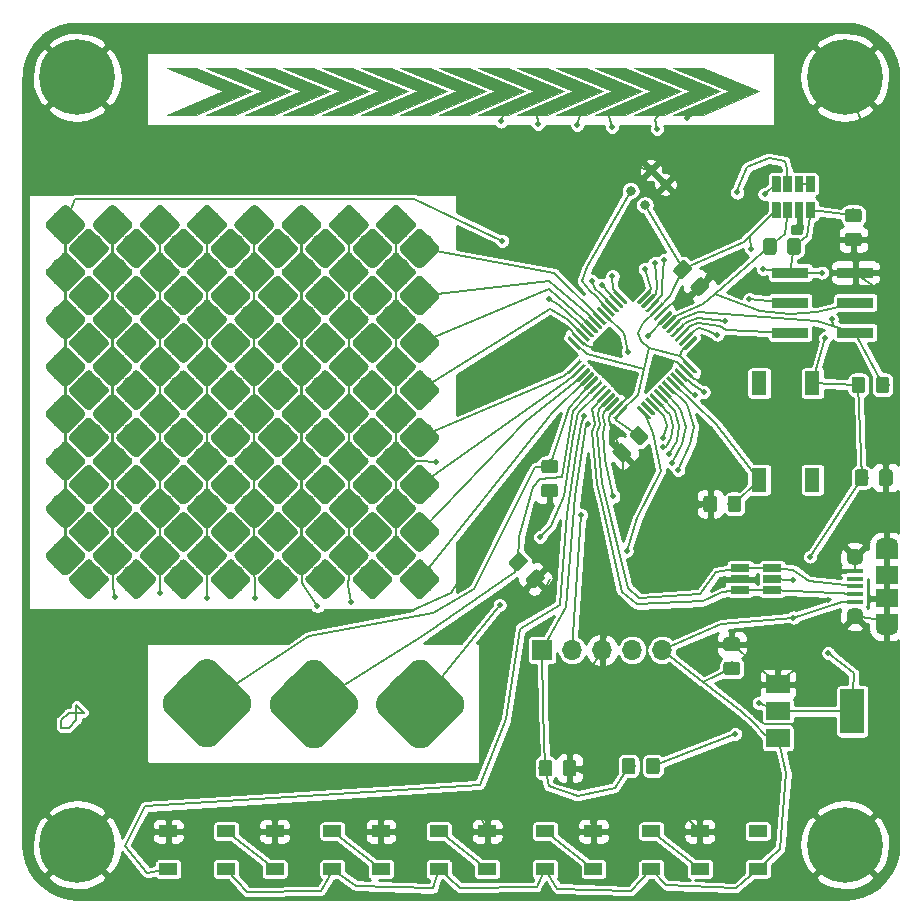
<source format=gbr>
G04 #@! TF.GenerationSoftware,KiCad,Pcbnew,(5.1.4)-1*
G04 #@! TF.CreationDate,2020-03-13T16:18:46-07:00*
G04 #@! TF.ProjectId,stm32F042cXt6_demo,73746d33-3246-4303-9432-635874365f64,rev?*
G04 #@! TF.SameCoordinates,Original*
G04 #@! TF.FileFunction,Copper,L1,Top*
G04 #@! TF.FilePolarity,Positive*
%FSLAX46Y46*%
G04 Gerber Fmt 4.6, Leading zero omitted, Abs format (unit mm)*
G04 Created by KiCad (PCBNEW (5.1.4)-1) date 2020-03-13 16:18:46*
%MOMM*%
%LPD*%
G04 APERTURE LIST*
%ADD10C,0.100000*%
%ADD11C,1.150000*%
%ADD12R,1.500000X1.000000*%
%ADD13O,1.700000X1.700000*%
%ADD14R,1.700000X1.700000*%
%ADD15C,0.482600*%
%ADD16C,2.600000*%
%ADD17C,0.203200*%
%ADD18C,6.000000*%
%ADD19C,0.300000*%
%ADD20R,1.300000X2.000000*%
%ADD21R,2.000000X1.500000*%
%ADD22R,2.000000X3.800000*%
%ADD23R,1.900000X1.200000*%
%ADD24O,1.900000X1.200000*%
%ADD25R,1.900000X1.500000*%
%ADD26C,1.450000*%
%ADD27R,1.350000X0.400000*%
%ADD28R,1.560000X0.650000*%
%ADD29C,0.800000*%
%ADD30C,6.400000*%
%ADD31C,0.750000*%
%ADD32R,3.022600X0.965200*%
%ADD33C,0.508000*%
%ADD34C,0.203200*%
%ADD35C,0.254000*%
G04 APERTURE END LIST*
D10*
G36*
X42572893Y-29207106D02*
G01*
X47322893Y-31207106D01*
X42572893Y-33207106D01*
X45072893Y-33207106D01*
X49822893Y-31207106D01*
X45072893Y-29207106D01*
X42572893Y-29207106D01*
G37*
X42572893Y-29207106D02*
X47322893Y-31207106D01*
X42572893Y-33207106D01*
X45072893Y-33207106D01*
X49822893Y-31207106D01*
X45072893Y-29207106D01*
X42572893Y-29207106D01*
G36*
X45872893Y-29207106D02*
G01*
X50622893Y-31207106D01*
X45872893Y-33207106D01*
X48372893Y-33207106D01*
X53122893Y-31207106D01*
X48372893Y-29207106D01*
X45872893Y-29207106D01*
G37*
X45872893Y-29207106D02*
X50622893Y-31207106D01*
X45872893Y-33207106D01*
X48372893Y-33207106D01*
X53122893Y-31207106D01*
X48372893Y-29207106D01*
X45872893Y-29207106D01*
G36*
X49172893Y-29207107D02*
G01*
X53922893Y-31207107D01*
X49172893Y-33207107D01*
X51672893Y-33207107D01*
X56422893Y-31207107D01*
X51672893Y-29207107D01*
X49172893Y-29207107D01*
G37*
X49172893Y-29207107D02*
X53922893Y-31207107D01*
X49172893Y-33207107D01*
X51672893Y-33207107D01*
X56422893Y-31207107D01*
X51672893Y-29207107D01*
X49172893Y-29207107D01*
G36*
X52472893Y-29207106D02*
G01*
X57222893Y-31207106D01*
X52472893Y-33207106D01*
X54972893Y-33207106D01*
X59722893Y-31207106D01*
X54972893Y-29207106D01*
X52472893Y-29207106D01*
G37*
X52472893Y-29207106D02*
X57222893Y-31207106D01*
X52472893Y-33207106D01*
X54972893Y-33207106D01*
X59722893Y-31207106D01*
X54972893Y-29207106D01*
X52472893Y-29207106D01*
G36*
X55772893Y-29207107D02*
G01*
X60522893Y-31207107D01*
X55772893Y-33207107D01*
X58272893Y-33207107D01*
X63022893Y-31207107D01*
X58272893Y-29207107D01*
X55772893Y-29207107D01*
G37*
X55772893Y-29207107D02*
X60522893Y-31207107D01*
X55772893Y-33207107D01*
X58272893Y-33207107D01*
X63022893Y-31207107D01*
X58272893Y-29207107D01*
X55772893Y-29207107D01*
G36*
X59072893Y-29207107D02*
G01*
X63822893Y-31207107D01*
X59072893Y-33207107D01*
X61572893Y-33207107D01*
X66322893Y-31207107D01*
X61572893Y-29207107D01*
X59072893Y-29207107D01*
G37*
X59072893Y-29207107D02*
X63822893Y-31207107D01*
X59072893Y-33207107D01*
X61572893Y-33207107D01*
X66322893Y-31207107D01*
X61572893Y-29207107D01*
X59072893Y-29207107D01*
G36*
X62372893Y-29207106D02*
G01*
X67122893Y-31207106D01*
X62372893Y-33207106D01*
X64872893Y-33207106D01*
X69622893Y-31207106D01*
X64872893Y-29207106D01*
X62372893Y-29207106D01*
G37*
X62372893Y-29207106D02*
X67122893Y-31207106D01*
X62372893Y-33207106D01*
X64872893Y-33207106D01*
X69622893Y-31207106D01*
X64872893Y-29207106D01*
X62372893Y-29207106D01*
G36*
X65672893Y-29207107D02*
G01*
X70422893Y-31207107D01*
X65672893Y-33207107D01*
X68172893Y-33207107D01*
X72922893Y-31207107D01*
X68172893Y-29207107D01*
X65672893Y-29207107D01*
G37*
X65672893Y-29207107D02*
X70422893Y-31207107D01*
X65672893Y-33207107D01*
X68172893Y-33207107D01*
X72922893Y-31207107D01*
X68172893Y-29207107D01*
X65672893Y-29207107D01*
G36*
X68972893Y-29207106D02*
G01*
X73722893Y-31207106D01*
X68972893Y-33207106D01*
X71472893Y-33207106D01*
X76222893Y-31207106D01*
X71472893Y-29207106D01*
X68972893Y-29207106D01*
G37*
X68972893Y-29207106D02*
X73722893Y-31207106D01*
X68972893Y-33207106D01*
X71472893Y-33207106D01*
X76222893Y-31207106D01*
X71472893Y-29207106D01*
X68972893Y-29207106D01*
G36*
X72272893Y-29207106D02*
G01*
X77022893Y-31207106D01*
X72272893Y-33207106D01*
X74772893Y-33207106D01*
X79522893Y-31207106D01*
X74772893Y-29207106D01*
X72272893Y-29207106D01*
G37*
X72272893Y-29207106D02*
X77022893Y-31207106D01*
X72272893Y-33207106D01*
X74772893Y-33207106D01*
X79522893Y-31207106D01*
X74772893Y-29207106D01*
X72272893Y-29207106D01*
G36*
X75572893Y-29207107D02*
G01*
X80322893Y-31207107D01*
X75572893Y-33207107D01*
X78072893Y-33207107D01*
X82822893Y-31207107D01*
X78072893Y-29207107D01*
X75572893Y-29207107D01*
G37*
X75572893Y-29207107D02*
X80322893Y-31207107D01*
X75572893Y-33207107D01*
X78072893Y-33207107D01*
X82822893Y-31207107D01*
X78072893Y-29207107D01*
X75572893Y-29207107D01*
G36*
X78872893Y-29207106D02*
G01*
X83622893Y-31207106D01*
X78872893Y-33207106D01*
X81372893Y-33207106D01*
X86122893Y-31207106D01*
X81372893Y-29207106D01*
X78872893Y-29207106D01*
G37*
X78872893Y-29207106D02*
X83622893Y-31207106D01*
X78872893Y-33207106D01*
X81372893Y-33207106D01*
X86122893Y-31207106D01*
X81372893Y-29207106D01*
X78872893Y-29207106D01*
G36*
X82172893Y-29207107D02*
G01*
X86922893Y-31207107D01*
X82172893Y-33207107D01*
X84672893Y-33207107D01*
X89422893Y-31207107D01*
X84672893Y-29207107D01*
X82172893Y-29207107D01*
G37*
X82172893Y-29207107D02*
X86922893Y-31207107D01*
X82172893Y-33207107D01*
X84672893Y-33207107D01*
X89422893Y-31207107D01*
X84672893Y-29207107D01*
X82172893Y-29207107D01*
G36*
X85472893Y-29207107D02*
G01*
X90222893Y-31207107D01*
X85472893Y-33207107D01*
X87972893Y-33207107D01*
X92722893Y-31207107D01*
X87972893Y-29207107D01*
X85472893Y-29207107D01*
G37*
X85472893Y-29207107D02*
X90222893Y-31207107D01*
X85472893Y-33207107D01*
X87972893Y-33207107D01*
X92722893Y-31207107D01*
X87972893Y-29207107D01*
X85472893Y-29207107D01*
G36*
X77049505Y-87801204D02*
G01*
X77073773Y-87804804D01*
X77097572Y-87810765D01*
X77120671Y-87819030D01*
X77142850Y-87829520D01*
X77163893Y-87842132D01*
X77183599Y-87856747D01*
X77201777Y-87873223D01*
X77218253Y-87891401D01*
X77232868Y-87911107D01*
X77245480Y-87932150D01*
X77255970Y-87954329D01*
X77264235Y-87977428D01*
X77270196Y-88001227D01*
X77273796Y-88025495D01*
X77275000Y-88049999D01*
X77275000Y-88950001D01*
X77273796Y-88974505D01*
X77270196Y-88998773D01*
X77264235Y-89022572D01*
X77255970Y-89045671D01*
X77245480Y-89067850D01*
X77232868Y-89088893D01*
X77218253Y-89108599D01*
X77201777Y-89126777D01*
X77183599Y-89143253D01*
X77163893Y-89157868D01*
X77142850Y-89170480D01*
X77120671Y-89180970D01*
X77097572Y-89189235D01*
X77073773Y-89195196D01*
X77049505Y-89198796D01*
X77025001Y-89200000D01*
X76374999Y-89200000D01*
X76350495Y-89198796D01*
X76326227Y-89195196D01*
X76302428Y-89189235D01*
X76279329Y-89180970D01*
X76257150Y-89170480D01*
X76236107Y-89157868D01*
X76216401Y-89143253D01*
X76198223Y-89126777D01*
X76181747Y-89108599D01*
X76167132Y-89088893D01*
X76154520Y-89067850D01*
X76144030Y-89045671D01*
X76135765Y-89022572D01*
X76129804Y-88998773D01*
X76126204Y-88974505D01*
X76125000Y-88950001D01*
X76125000Y-88049999D01*
X76126204Y-88025495D01*
X76129804Y-88001227D01*
X76135765Y-87977428D01*
X76144030Y-87954329D01*
X76154520Y-87932150D01*
X76167132Y-87911107D01*
X76181747Y-87891401D01*
X76198223Y-87873223D01*
X76216401Y-87856747D01*
X76236107Y-87842132D01*
X76257150Y-87829520D01*
X76279329Y-87819030D01*
X76302428Y-87810765D01*
X76326227Y-87804804D01*
X76350495Y-87801204D01*
X76374999Y-87800000D01*
X77025001Y-87800000D01*
X77049505Y-87801204D01*
X77049505Y-87801204D01*
G37*
D11*
X76700000Y-88500000D03*
D10*
G36*
X74999505Y-87801204D02*
G01*
X75023773Y-87804804D01*
X75047572Y-87810765D01*
X75070671Y-87819030D01*
X75092850Y-87829520D01*
X75113893Y-87842132D01*
X75133599Y-87856747D01*
X75151777Y-87873223D01*
X75168253Y-87891401D01*
X75182868Y-87911107D01*
X75195480Y-87932150D01*
X75205970Y-87954329D01*
X75214235Y-87977428D01*
X75220196Y-88001227D01*
X75223796Y-88025495D01*
X75225000Y-88049999D01*
X75225000Y-88950001D01*
X75223796Y-88974505D01*
X75220196Y-88998773D01*
X75214235Y-89022572D01*
X75205970Y-89045671D01*
X75195480Y-89067850D01*
X75182868Y-89088893D01*
X75168253Y-89108599D01*
X75151777Y-89126777D01*
X75133599Y-89143253D01*
X75113893Y-89157868D01*
X75092850Y-89170480D01*
X75070671Y-89180970D01*
X75047572Y-89189235D01*
X75023773Y-89195196D01*
X74999505Y-89198796D01*
X74975001Y-89200000D01*
X74324999Y-89200000D01*
X74300495Y-89198796D01*
X74276227Y-89195196D01*
X74252428Y-89189235D01*
X74229329Y-89180970D01*
X74207150Y-89170480D01*
X74186107Y-89157868D01*
X74166401Y-89143253D01*
X74148223Y-89126777D01*
X74131747Y-89108599D01*
X74117132Y-89088893D01*
X74104520Y-89067850D01*
X74094030Y-89045671D01*
X74085765Y-89022572D01*
X74079804Y-88998773D01*
X74076204Y-88974505D01*
X74075000Y-88950001D01*
X74075000Y-88049999D01*
X74076204Y-88025495D01*
X74079804Y-88001227D01*
X74085765Y-87977428D01*
X74094030Y-87954329D01*
X74104520Y-87932150D01*
X74117132Y-87911107D01*
X74131747Y-87891401D01*
X74148223Y-87873223D01*
X74166401Y-87856747D01*
X74186107Y-87842132D01*
X74207150Y-87829520D01*
X74229329Y-87819030D01*
X74252428Y-87810765D01*
X74276227Y-87804804D01*
X74300495Y-87801204D01*
X74324999Y-87800000D01*
X74975001Y-87800000D01*
X74999505Y-87801204D01*
X74999505Y-87801204D01*
G37*
D11*
X74650000Y-88500000D03*
D10*
G36*
X81061332Y-61002980D02*
G01*
X81085600Y-61006580D01*
X81109399Y-61012541D01*
X81132498Y-61020806D01*
X81154677Y-61031296D01*
X81175720Y-61043908D01*
X81195426Y-61058523D01*
X81213604Y-61074999D01*
X81850001Y-61711396D01*
X81866477Y-61729574D01*
X81881092Y-61749280D01*
X81893704Y-61770323D01*
X81904194Y-61792502D01*
X81912459Y-61815601D01*
X81918420Y-61839400D01*
X81922020Y-61863668D01*
X81923224Y-61888172D01*
X81922020Y-61912676D01*
X81918420Y-61936944D01*
X81912459Y-61960743D01*
X81904194Y-61983842D01*
X81893704Y-62006021D01*
X81881092Y-62027064D01*
X81866477Y-62046770D01*
X81850001Y-62064948D01*
X81390380Y-62524569D01*
X81372202Y-62541045D01*
X81352496Y-62555660D01*
X81331453Y-62568272D01*
X81309274Y-62578762D01*
X81286175Y-62587027D01*
X81262376Y-62592988D01*
X81238108Y-62596588D01*
X81213604Y-62597792D01*
X81189100Y-62596588D01*
X81164832Y-62592988D01*
X81141033Y-62587027D01*
X81117934Y-62578762D01*
X81095755Y-62568272D01*
X81074712Y-62555660D01*
X81055006Y-62541045D01*
X81036828Y-62524569D01*
X80400431Y-61888172D01*
X80383955Y-61869994D01*
X80369340Y-61850288D01*
X80356728Y-61829245D01*
X80346238Y-61807066D01*
X80337973Y-61783967D01*
X80332012Y-61760168D01*
X80328412Y-61735900D01*
X80327208Y-61711396D01*
X80328412Y-61686892D01*
X80332012Y-61662624D01*
X80337973Y-61638825D01*
X80346238Y-61615726D01*
X80356728Y-61593547D01*
X80369340Y-61572504D01*
X80383955Y-61552798D01*
X80400431Y-61534620D01*
X80860052Y-61074999D01*
X80878230Y-61058523D01*
X80897936Y-61043908D01*
X80918979Y-61031296D01*
X80941158Y-61020806D01*
X80964257Y-61012541D01*
X80988056Y-61006580D01*
X81012324Y-61002980D01*
X81036828Y-61001776D01*
X81061332Y-61002980D01*
X81061332Y-61002980D01*
G37*
D11*
X81125216Y-61799784D03*
D10*
G36*
X82510900Y-59553412D02*
G01*
X82535168Y-59557012D01*
X82558967Y-59562973D01*
X82582066Y-59571238D01*
X82604245Y-59581728D01*
X82625288Y-59594340D01*
X82644994Y-59608955D01*
X82663172Y-59625431D01*
X83299569Y-60261828D01*
X83316045Y-60280006D01*
X83330660Y-60299712D01*
X83343272Y-60320755D01*
X83353762Y-60342934D01*
X83362027Y-60366033D01*
X83367988Y-60389832D01*
X83371588Y-60414100D01*
X83372792Y-60438604D01*
X83371588Y-60463108D01*
X83367988Y-60487376D01*
X83362027Y-60511175D01*
X83353762Y-60534274D01*
X83343272Y-60556453D01*
X83330660Y-60577496D01*
X83316045Y-60597202D01*
X83299569Y-60615380D01*
X82839948Y-61075001D01*
X82821770Y-61091477D01*
X82802064Y-61106092D01*
X82781021Y-61118704D01*
X82758842Y-61129194D01*
X82735743Y-61137459D01*
X82711944Y-61143420D01*
X82687676Y-61147020D01*
X82663172Y-61148224D01*
X82638668Y-61147020D01*
X82614400Y-61143420D01*
X82590601Y-61137459D01*
X82567502Y-61129194D01*
X82545323Y-61118704D01*
X82524280Y-61106092D01*
X82504574Y-61091477D01*
X82486396Y-61075001D01*
X81849999Y-60438604D01*
X81833523Y-60420426D01*
X81818908Y-60400720D01*
X81806296Y-60379677D01*
X81795806Y-60357498D01*
X81787541Y-60334399D01*
X81781580Y-60310600D01*
X81777980Y-60286332D01*
X81776776Y-60261828D01*
X81777980Y-60237324D01*
X81781580Y-60213056D01*
X81787541Y-60189257D01*
X81795806Y-60166158D01*
X81806296Y-60143979D01*
X81818908Y-60122936D01*
X81833523Y-60103230D01*
X81849999Y-60085052D01*
X82309620Y-59625431D01*
X82327798Y-59608955D01*
X82347504Y-59594340D01*
X82368547Y-59581728D01*
X82390726Y-59571238D01*
X82413825Y-59562973D01*
X82437624Y-59557012D01*
X82461892Y-59553412D01*
X82486396Y-59552208D01*
X82510900Y-59553412D01*
X82510900Y-59553412D01*
G37*
D11*
X82574784Y-60350216D03*
D10*
G36*
X87837676Y-46927980D02*
G01*
X87861944Y-46931580D01*
X87885743Y-46937541D01*
X87908842Y-46945806D01*
X87931021Y-46956296D01*
X87952064Y-46968908D01*
X87971770Y-46983523D01*
X87989948Y-46999999D01*
X88449569Y-47459620D01*
X88466045Y-47477798D01*
X88480660Y-47497504D01*
X88493272Y-47518547D01*
X88503762Y-47540726D01*
X88512027Y-47563825D01*
X88517988Y-47587624D01*
X88521588Y-47611892D01*
X88522792Y-47636396D01*
X88521588Y-47660900D01*
X88517988Y-47685168D01*
X88512027Y-47708967D01*
X88503762Y-47732066D01*
X88493272Y-47754245D01*
X88480660Y-47775288D01*
X88466045Y-47794994D01*
X88449569Y-47813172D01*
X87813172Y-48449569D01*
X87794994Y-48466045D01*
X87775288Y-48480660D01*
X87754245Y-48493272D01*
X87732066Y-48503762D01*
X87708967Y-48512027D01*
X87685168Y-48517988D01*
X87660900Y-48521588D01*
X87636396Y-48522792D01*
X87611892Y-48521588D01*
X87587624Y-48517988D01*
X87563825Y-48512027D01*
X87540726Y-48503762D01*
X87518547Y-48493272D01*
X87497504Y-48480660D01*
X87477798Y-48466045D01*
X87459620Y-48449569D01*
X86999999Y-47989948D01*
X86983523Y-47971770D01*
X86968908Y-47952064D01*
X86956296Y-47931021D01*
X86945806Y-47908842D01*
X86937541Y-47885743D01*
X86931580Y-47861944D01*
X86927980Y-47837676D01*
X86926776Y-47813172D01*
X86927980Y-47788668D01*
X86931580Y-47764400D01*
X86937541Y-47740601D01*
X86945806Y-47717502D01*
X86956296Y-47695323D01*
X86968908Y-47674280D01*
X86983523Y-47654574D01*
X86999999Y-47636396D01*
X87636396Y-46999999D01*
X87654574Y-46983523D01*
X87674280Y-46968908D01*
X87695323Y-46956296D01*
X87717502Y-46945806D01*
X87740601Y-46937541D01*
X87764400Y-46931580D01*
X87788668Y-46927980D01*
X87813172Y-46926776D01*
X87837676Y-46927980D01*
X87837676Y-46927980D01*
G37*
D11*
X87724784Y-47724784D03*
D10*
G36*
X86388108Y-45478412D02*
G01*
X86412376Y-45482012D01*
X86436175Y-45487973D01*
X86459274Y-45496238D01*
X86481453Y-45506728D01*
X86502496Y-45519340D01*
X86522202Y-45533955D01*
X86540380Y-45550431D01*
X87000001Y-46010052D01*
X87016477Y-46028230D01*
X87031092Y-46047936D01*
X87043704Y-46068979D01*
X87054194Y-46091158D01*
X87062459Y-46114257D01*
X87068420Y-46138056D01*
X87072020Y-46162324D01*
X87073224Y-46186828D01*
X87072020Y-46211332D01*
X87068420Y-46235600D01*
X87062459Y-46259399D01*
X87054194Y-46282498D01*
X87043704Y-46304677D01*
X87031092Y-46325720D01*
X87016477Y-46345426D01*
X87000001Y-46363604D01*
X86363604Y-47000001D01*
X86345426Y-47016477D01*
X86325720Y-47031092D01*
X86304677Y-47043704D01*
X86282498Y-47054194D01*
X86259399Y-47062459D01*
X86235600Y-47068420D01*
X86211332Y-47072020D01*
X86186828Y-47073224D01*
X86162324Y-47072020D01*
X86138056Y-47068420D01*
X86114257Y-47062459D01*
X86091158Y-47054194D01*
X86068979Y-47043704D01*
X86047936Y-47031092D01*
X86028230Y-47016477D01*
X86010052Y-47000001D01*
X85550431Y-46540380D01*
X85533955Y-46522202D01*
X85519340Y-46502496D01*
X85506728Y-46481453D01*
X85496238Y-46459274D01*
X85487973Y-46436175D01*
X85482012Y-46412376D01*
X85478412Y-46388108D01*
X85477208Y-46363604D01*
X85478412Y-46339100D01*
X85482012Y-46314832D01*
X85487973Y-46291033D01*
X85496238Y-46267934D01*
X85506728Y-46245755D01*
X85519340Y-46224712D01*
X85533955Y-46205006D01*
X85550431Y-46186828D01*
X86186828Y-45550431D01*
X86205006Y-45533955D01*
X86224712Y-45519340D01*
X86245755Y-45506728D01*
X86267934Y-45496238D01*
X86291033Y-45487973D01*
X86314832Y-45482012D01*
X86339100Y-45478412D01*
X86363604Y-45477208D01*
X86388108Y-45478412D01*
X86388108Y-45478412D01*
G37*
D11*
X86275216Y-46275216D03*
D10*
G36*
X90899505Y-77426204D02*
G01*
X90923773Y-77429804D01*
X90947572Y-77435765D01*
X90970671Y-77444030D01*
X90992850Y-77454520D01*
X91013893Y-77467132D01*
X91033599Y-77481747D01*
X91051777Y-77498223D01*
X91068253Y-77516401D01*
X91082868Y-77536107D01*
X91095480Y-77557150D01*
X91105970Y-77579329D01*
X91114235Y-77602428D01*
X91120196Y-77626227D01*
X91123796Y-77650495D01*
X91125000Y-77674999D01*
X91125000Y-78325001D01*
X91123796Y-78349505D01*
X91120196Y-78373773D01*
X91114235Y-78397572D01*
X91105970Y-78420671D01*
X91095480Y-78442850D01*
X91082868Y-78463893D01*
X91068253Y-78483599D01*
X91051777Y-78501777D01*
X91033599Y-78518253D01*
X91013893Y-78532868D01*
X90992850Y-78545480D01*
X90970671Y-78555970D01*
X90947572Y-78564235D01*
X90923773Y-78570196D01*
X90899505Y-78573796D01*
X90875001Y-78575000D01*
X89974999Y-78575000D01*
X89950495Y-78573796D01*
X89926227Y-78570196D01*
X89902428Y-78564235D01*
X89879329Y-78555970D01*
X89857150Y-78545480D01*
X89836107Y-78532868D01*
X89816401Y-78518253D01*
X89798223Y-78501777D01*
X89781747Y-78483599D01*
X89767132Y-78463893D01*
X89754520Y-78442850D01*
X89744030Y-78420671D01*
X89735765Y-78397572D01*
X89729804Y-78373773D01*
X89726204Y-78349505D01*
X89725000Y-78325001D01*
X89725000Y-77674999D01*
X89726204Y-77650495D01*
X89729804Y-77626227D01*
X89735765Y-77602428D01*
X89744030Y-77579329D01*
X89754520Y-77557150D01*
X89767132Y-77536107D01*
X89781747Y-77516401D01*
X89798223Y-77498223D01*
X89816401Y-77481747D01*
X89836107Y-77467132D01*
X89857150Y-77454520D01*
X89879329Y-77444030D01*
X89902428Y-77435765D01*
X89926227Y-77429804D01*
X89950495Y-77426204D01*
X89974999Y-77425000D01*
X90875001Y-77425000D01*
X90899505Y-77426204D01*
X90899505Y-77426204D01*
G37*
D11*
X90425000Y-78000000D03*
D10*
G36*
X90899505Y-79476204D02*
G01*
X90923773Y-79479804D01*
X90947572Y-79485765D01*
X90970671Y-79494030D01*
X90992850Y-79504520D01*
X91013893Y-79517132D01*
X91033599Y-79531747D01*
X91051777Y-79548223D01*
X91068253Y-79566401D01*
X91082868Y-79586107D01*
X91095480Y-79607150D01*
X91105970Y-79629329D01*
X91114235Y-79652428D01*
X91120196Y-79676227D01*
X91123796Y-79700495D01*
X91125000Y-79724999D01*
X91125000Y-80375001D01*
X91123796Y-80399505D01*
X91120196Y-80423773D01*
X91114235Y-80447572D01*
X91105970Y-80470671D01*
X91095480Y-80492850D01*
X91082868Y-80513893D01*
X91068253Y-80533599D01*
X91051777Y-80551777D01*
X91033599Y-80568253D01*
X91013893Y-80582868D01*
X90992850Y-80595480D01*
X90970671Y-80605970D01*
X90947572Y-80614235D01*
X90923773Y-80620196D01*
X90899505Y-80623796D01*
X90875001Y-80625000D01*
X89974999Y-80625000D01*
X89950495Y-80623796D01*
X89926227Y-80620196D01*
X89902428Y-80614235D01*
X89879329Y-80605970D01*
X89857150Y-80595480D01*
X89836107Y-80582868D01*
X89816401Y-80568253D01*
X89798223Y-80551777D01*
X89781747Y-80533599D01*
X89767132Y-80513893D01*
X89754520Y-80492850D01*
X89744030Y-80470671D01*
X89735765Y-80447572D01*
X89729804Y-80423773D01*
X89726204Y-80399505D01*
X89725000Y-80375001D01*
X89725000Y-79724999D01*
X89726204Y-79700495D01*
X89729804Y-79676227D01*
X89735765Y-79652428D01*
X89744030Y-79629329D01*
X89754520Y-79607150D01*
X89767132Y-79586107D01*
X89781747Y-79566401D01*
X89798223Y-79548223D01*
X89816401Y-79531747D01*
X89836107Y-79517132D01*
X89857150Y-79504520D01*
X89879329Y-79494030D01*
X89902428Y-79485765D01*
X89926227Y-79479804D01*
X89950495Y-79476204D01*
X89974999Y-79475000D01*
X90875001Y-79475000D01*
X90899505Y-79476204D01*
X90899505Y-79476204D01*
G37*
D11*
X90425000Y-80050000D03*
D12*
X47620000Y-97050000D03*
X47620000Y-93850000D03*
X42720000Y-97050000D03*
X42720000Y-93850000D03*
X56620000Y-97050000D03*
X56620000Y-93850000D03*
X51720000Y-97050000D03*
X51720000Y-93850000D03*
X65620000Y-97050000D03*
X65620000Y-93850000D03*
X60720000Y-97050000D03*
X60720000Y-93850000D03*
X74620000Y-97050000D03*
X74620000Y-93850000D03*
X69720000Y-97050000D03*
X69720000Y-93850000D03*
X83620000Y-97050000D03*
X83620000Y-93850000D03*
X78720000Y-97050000D03*
X78720000Y-93850000D03*
X92620000Y-97050000D03*
X92620000Y-93850000D03*
X87720000Y-97050000D03*
X87720000Y-93850000D03*
D13*
X84540000Y-78500000D03*
X82000000Y-78500000D03*
X79460000Y-78500000D03*
X76920000Y-78500000D03*
D14*
X74380000Y-78500000D03*
D15*
X48322893Y-31207106D03*
D10*
G36*
X36038227Y-42824944D02*
G01*
X36076085Y-42830560D01*
X36113211Y-42839859D01*
X36149247Y-42852753D01*
X36183845Y-42869117D01*
X36216672Y-42888793D01*
X36247413Y-42911592D01*
X36275772Y-42937294D01*
X37562706Y-44224228D01*
X37588408Y-44252587D01*
X37611207Y-44283328D01*
X37630883Y-44316155D01*
X37647247Y-44350753D01*
X37660141Y-44386789D01*
X37669440Y-44423915D01*
X37675056Y-44461773D01*
X37676934Y-44500000D01*
X37675056Y-44538227D01*
X37669440Y-44576085D01*
X37660141Y-44613211D01*
X37647247Y-44649247D01*
X37630883Y-44683845D01*
X37611207Y-44716672D01*
X37588408Y-44747413D01*
X37562706Y-44775772D01*
X36275772Y-46062706D01*
X36247413Y-46088408D01*
X36216672Y-46111207D01*
X36183845Y-46130883D01*
X36149247Y-46147247D01*
X36113211Y-46160141D01*
X36076085Y-46169440D01*
X36038227Y-46175056D01*
X36000000Y-46176934D01*
X35961773Y-46175056D01*
X35923915Y-46169440D01*
X35886789Y-46160141D01*
X35850753Y-46147247D01*
X35816155Y-46130883D01*
X35783328Y-46111207D01*
X35752587Y-46088408D01*
X35724228Y-46062706D01*
X34437294Y-44775772D01*
X34411592Y-44747413D01*
X34388793Y-44716672D01*
X34369117Y-44683845D01*
X34352753Y-44649247D01*
X34339859Y-44613211D01*
X34330560Y-44576085D01*
X34324944Y-44538227D01*
X34323066Y-44500000D01*
X34324944Y-44461773D01*
X34330560Y-44423915D01*
X34339859Y-44386789D01*
X34352753Y-44350753D01*
X34369117Y-44316155D01*
X34388793Y-44283328D01*
X34411592Y-44252587D01*
X34437294Y-44224228D01*
X35724228Y-42937294D01*
X35752587Y-42911592D01*
X35783328Y-42888793D01*
X35816155Y-42869117D01*
X35850753Y-42852753D01*
X35886789Y-42839859D01*
X35923915Y-42830560D01*
X35961773Y-42824944D01*
X36000000Y-42823066D01*
X36038227Y-42824944D01*
X36038227Y-42824944D01*
G37*
D16*
X36000000Y-44500000D03*
D10*
G36*
X40038227Y-42824944D02*
G01*
X40076085Y-42830560D01*
X40113211Y-42839859D01*
X40149247Y-42852753D01*
X40183845Y-42869117D01*
X40216672Y-42888793D01*
X40247413Y-42911592D01*
X40275772Y-42937294D01*
X41562706Y-44224228D01*
X41588408Y-44252587D01*
X41611207Y-44283328D01*
X41630883Y-44316155D01*
X41647247Y-44350753D01*
X41660141Y-44386789D01*
X41669440Y-44423915D01*
X41675056Y-44461773D01*
X41676934Y-44500000D01*
X41675056Y-44538227D01*
X41669440Y-44576085D01*
X41660141Y-44613211D01*
X41647247Y-44649247D01*
X41630883Y-44683845D01*
X41611207Y-44716672D01*
X41588408Y-44747413D01*
X41562706Y-44775772D01*
X40275772Y-46062706D01*
X40247413Y-46088408D01*
X40216672Y-46111207D01*
X40183845Y-46130883D01*
X40149247Y-46147247D01*
X40113211Y-46160141D01*
X40076085Y-46169440D01*
X40038227Y-46175056D01*
X40000000Y-46176934D01*
X39961773Y-46175056D01*
X39923915Y-46169440D01*
X39886789Y-46160141D01*
X39850753Y-46147247D01*
X39816155Y-46130883D01*
X39783328Y-46111207D01*
X39752587Y-46088408D01*
X39724228Y-46062706D01*
X38437294Y-44775772D01*
X38411592Y-44747413D01*
X38388793Y-44716672D01*
X38369117Y-44683845D01*
X38352753Y-44649247D01*
X38339859Y-44613211D01*
X38330560Y-44576085D01*
X38324944Y-44538227D01*
X38323066Y-44500000D01*
X38324944Y-44461773D01*
X38330560Y-44423915D01*
X38339859Y-44386789D01*
X38352753Y-44350753D01*
X38369117Y-44316155D01*
X38388793Y-44283328D01*
X38411592Y-44252587D01*
X38437294Y-44224228D01*
X39724228Y-42937294D01*
X39752587Y-42911592D01*
X39783328Y-42888793D01*
X39816155Y-42869117D01*
X39850753Y-42852753D01*
X39886789Y-42839859D01*
X39923915Y-42830560D01*
X39961773Y-42824944D01*
X40000000Y-42823066D01*
X40038227Y-42824944D01*
X40038227Y-42824944D01*
G37*
D16*
X40000000Y-44500000D03*
D10*
G36*
X44038227Y-42824944D02*
G01*
X44076085Y-42830560D01*
X44113211Y-42839859D01*
X44149247Y-42852753D01*
X44183845Y-42869117D01*
X44216672Y-42888793D01*
X44247413Y-42911592D01*
X44275772Y-42937294D01*
X45562706Y-44224228D01*
X45588408Y-44252587D01*
X45611207Y-44283328D01*
X45630883Y-44316155D01*
X45647247Y-44350753D01*
X45660141Y-44386789D01*
X45669440Y-44423915D01*
X45675056Y-44461773D01*
X45676934Y-44500000D01*
X45675056Y-44538227D01*
X45669440Y-44576085D01*
X45660141Y-44613211D01*
X45647247Y-44649247D01*
X45630883Y-44683845D01*
X45611207Y-44716672D01*
X45588408Y-44747413D01*
X45562706Y-44775772D01*
X44275772Y-46062706D01*
X44247413Y-46088408D01*
X44216672Y-46111207D01*
X44183845Y-46130883D01*
X44149247Y-46147247D01*
X44113211Y-46160141D01*
X44076085Y-46169440D01*
X44038227Y-46175056D01*
X44000000Y-46176934D01*
X43961773Y-46175056D01*
X43923915Y-46169440D01*
X43886789Y-46160141D01*
X43850753Y-46147247D01*
X43816155Y-46130883D01*
X43783328Y-46111207D01*
X43752587Y-46088408D01*
X43724228Y-46062706D01*
X42437294Y-44775772D01*
X42411592Y-44747413D01*
X42388793Y-44716672D01*
X42369117Y-44683845D01*
X42352753Y-44649247D01*
X42339859Y-44613211D01*
X42330560Y-44576085D01*
X42324944Y-44538227D01*
X42323066Y-44500000D01*
X42324944Y-44461773D01*
X42330560Y-44423915D01*
X42339859Y-44386789D01*
X42352753Y-44350753D01*
X42369117Y-44316155D01*
X42388793Y-44283328D01*
X42411592Y-44252587D01*
X42437294Y-44224228D01*
X43724228Y-42937294D01*
X43752587Y-42911592D01*
X43783328Y-42888793D01*
X43816155Y-42869117D01*
X43850753Y-42852753D01*
X43886789Y-42839859D01*
X43923915Y-42830560D01*
X43961773Y-42824944D01*
X44000000Y-42823066D01*
X44038227Y-42824944D01*
X44038227Y-42824944D01*
G37*
D16*
X44000000Y-44500000D03*
D10*
G36*
X48038227Y-42824944D02*
G01*
X48076085Y-42830560D01*
X48113211Y-42839859D01*
X48149247Y-42852753D01*
X48183845Y-42869117D01*
X48216672Y-42888793D01*
X48247413Y-42911592D01*
X48275772Y-42937294D01*
X49562706Y-44224228D01*
X49588408Y-44252587D01*
X49611207Y-44283328D01*
X49630883Y-44316155D01*
X49647247Y-44350753D01*
X49660141Y-44386789D01*
X49669440Y-44423915D01*
X49675056Y-44461773D01*
X49676934Y-44500000D01*
X49675056Y-44538227D01*
X49669440Y-44576085D01*
X49660141Y-44613211D01*
X49647247Y-44649247D01*
X49630883Y-44683845D01*
X49611207Y-44716672D01*
X49588408Y-44747413D01*
X49562706Y-44775772D01*
X48275772Y-46062706D01*
X48247413Y-46088408D01*
X48216672Y-46111207D01*
X48183845Y-46130883D01*
X48149247Y-46147247D01*
X48113211Y-46160141D01*
X48076085Y-46169440D01*
X48038227Y-46175056D01*
X48000000Y-46176934D01*
X47961773Y-46175056D01*
X47923915Y-46169440D01*
X47886789Y-46160141D01*
X47850753Y-46147247D01*
X47816155Y-46130883D01*
X47783328Y-46111207D01*
X47752587Y-46088408D01*
X47724228Y-46062706D01*
X46437294Y-44775772D01*
X46411592Y-44747413D01*
X46388793Y-44716672D01*
X46369117Y-44683845D01*
X46352753Y-44649247D01*
X46339859Y-44613211D01*
X46330560Y-44576085D01*
X46324944Y-44538227D01*
X46323066Y-44500000D01*
X46324944Y-44461773D01*
X46330560Y-44423915D01*
X46339859Y-44386789D01*
X46352753Y-44350753D01*
X46369117Y-44316155D01*
X46388793Y-44283328D01*
X46411592Y-44252587D01*
X46437294Y-44224228D01*
X47724228Y-42937294D01*
X47752587Y-42911592D01*
X47783328Y-42888793D01*
X47816155Y-42869117D01*
X47850753Y-42852753D01*
X47886789Y-42839859D01*
X47923915Y-42830560D01*
X47961773Y-42824944D01*
X48000000Y-42823066D01*
X48038227Y-42824944D01*
X48038227Y-42824944D01*
G37*
D16*
X48000000Y-44500000D03*
D10*
G36*
X52038227Y-42824944D02*
G01*
X52076085Y-42830560D01*
X52113211Y-42839859D01*
X52149247Y-42852753D01*
X52183845Y-42869117D01*
X52216672Y-42888793D01*
X52247413Y-42911592D01*
X52275772Y-42937294D01*
X53562706Y-44224228D01*
X53588408Y-44252587D01*
X53611207Y-44283328D01*
X53630883Y-44316155D01*
X53647247Y-44350753D01*
X53660141Y-44386789D01*
X53669440Y-44423915D01*
X53675056Y-44461773D01*
X53676934Y-44500000D01*
X53675056Y-44538227D01*
X53669440Y-44576085D01*
X53660141Y-44613211D01*
X53647247Y-44649247D01*
X53630883Y-44683845D01*
X53611207Y-44716672D01*
X53588408Y-44747413D01*
X53562706Y-44775772D01*
X52275772Y-46062706D01*
X52247413Y-46088408D01*
X52216672Y-46111207D01*
X52183845Y-46130883D01*
X52149247Y-46147247D01*
X52113211Y-46160141D01*
X52076085Y-46169440D01*
X52038227Y-46175056D01*
X52000000Y-46176934D01*
X51961773Y-46175056D01*
X51923915Y-46169440D01*
X51886789Y-46160141D01*
X51850753Y-46147247D01*
X51816155Y-46130883D01*
X51783328Y-46111207D01*
X51752587Y-46088408D01*
X51724228Y-46062706D01*
X50437294Y-44775772D01*
X50411592Y-44747413D01*
X50388793Y-44716672D01*
X50369117Y-44683845D01*
X50352753Y-44649247D01*
X50339859Y-44613211D01*
X50330560Y-44576085D01*
X50324944Y-44538227D01*
X50323066Y-44500000D01*
X50324944Y-44461773D01*
X50330560Y-44423915D01*
X50339859Y-44386789D01*
X50352753Y-44350753D01*
X50369117Y-44316155D01*
X50388793Y-44283328D01*
X50411592Y-44252587D01*
X50437294Y-44224228D01*
X51724228Y-42937294D01*
X51752587Y-42911592D01*
X51783328Y-42888793D01*
X51816155Y-42869117D01*
X51850753Y-42852753D01*
X51886789Y-42839859D01*
X51923915Y-42830560D01*
X51961773Y-42824944D01*
X52000000Y-42823066D01*
X52038227Y-42824944D01*
X52038227Y-42824944D01*
G37*
D16*
X52000000Y-44500000D03*
D10*
G36*
X56038227Y-42824944D02*
G01*
X56076085Y-42830560D01*
X56113211Y-42839859D01*
X56149247Y-42852753D01*
X56183845Y-42869117D01*
X56216672Y-42888793D01*
X56247413Y-42911592D01*
X56275772Y-42937294D01*
X57562706Y-44224228D01*
X57588408Y-44252587D01*
X57611207Y-44283328D01*
X57630883Y-44316155D01*
X57647247Y-44350753D01*
X57660141Y-44386789D01*
X57669440Y-44423915D01*
X57675056Y-44461773D01*
X57676934Y-44500000D01*
X57675056Y-44538227D01*
X57669440Y-44576085D01*
X57660141Y-44613211D01*
X57647247Y-44649247D01*
X57630883Y-44683845D01*
X57611207Y-44716672D01*
X57588408Y-44747413D01*
X57562706Y-44775772D01*
X56275772Y-46062706D01*
X56247413Y-46088408D01*
X56216672Y-46111207D01*
X56183845Y-46130883D01*
X56149247Y-46147247D01*
X56113211Y-46160141D01*
X56076085Y-46169440D01*
X56038227Y-46175056D01*
X56000000Y-46176934D01*
X55961773Y-46175056D01*
X55923915Y-46169440D01*
X55886789Y-46160141D01*
X55850753Y-46147247D01*
X55816155Y-46130883D01*
X55783328Y-46111207D01*
X55752587Y-46088408D01*
X55724228Y-46062706D01*
X54437294Y-44775772D01*
X54411592Y-44747413D01*
X54388793Y-44716672D01*
X54369117Y-44683845D01*
X54352753Y-44649247D01*
X54339859Y-44613211D01*
X54330560Y-44576085D01*
X54324944Y-44538227D01*
X54323066Y-44500000D01*
X54324944Y-44461773D01*
X54330560Y-44423915D01*
X54339859Y-44386789D01*
X54352753Y-44350753D01*
X54369117Y-44316155D01*
X54388793Y-44283328D01*
X54411592Y-44252587D01*
X54437294Y-44224228D01*
X55724228Y-42937294D01*
X55752587Y-42911592D01*
X55783328Y-42888793D01*
X55816155Y-42869117D01*
X55850753Y-42852753D01*
X55886789Y-42839859D01*
X55923915Y-42830560D01*
X55961773Y-42824944D01*
X56000000Y-42823066D01*
X56038227Y-42824944D01*
X56038227Y-42824944D01*
G37*
D16*
X56000000Y-44500000D03*
D10*
G36*
X60038227Y-42824944D02*
G01*
X60076085Y-42830560D01*
X60113211Y-42839859D01*
X60149247Y-42852753D01*
X60183845Y-42869117D01*
X60216672Y-42888793D01*
X60247413Y-42911592D01*
X60275772Y-42937294D01*
X61562706Y-44224228D01*
X61588408Y-44252587D01*
X61611207Y-44283328D01*
X61630883Y-44316155D01*
X61647247Y-44350753D01*
X61660141Y-44386789D01*
X61669440Y-44423915D01*
X61675056Y-44461773D01*
X61676934Y-44500000D01*
X61675056Y-44538227D01*
X61669440Y-44576085D01*
X61660141Y-44613211D01*
X61647247Y-44649247D01*
X61630883Y-44683845D01*
X61611207Y-44716672D01*
X61588408Y-44747413D01*
X61562706Y-44775772D01*
X60275772Y-46062706D01*
X60247413Y-46088408D01*
X60216672Y-46111207D01*
X60183845Y-46130883D01*
X60149247Y-46147247D01*
X60113211Y-46160141D01*
X60076085Y-46169440D01*
X60038227Y-46175056D01*
X60000000Y-46176934D01*
X59961773Y-46175056D01*
X59923915Y-46169440D01*
X59886789Y-46160141D01*
X59850753Y-46147247D01*
X59816155Y-46130883D01*
X59783328Y-46111207D01*
X59752587Y-46088408D01*
X59724228Y-46062706D01*
X58437294Y-44775772D01*
X58411592Y-44747413D01*
X58388793Y-44716672D01*
X58369117Y-44683845D01*
X58352753Y-44649247D01*
X58339859Y-44613211D01*
X58330560Y-44576085D01*
X58324944Y-44538227D01*
X58323066Y-44500000D01*
X58324944Y-44461773D01*
X58330560Y-44423915D01*
X58339859Y-44386789D01*
X58352753Y-44350753D01*
X58369117Y-44316155D01*
X58388793Y-44283328D01*
X58411592Y-44252587D01*
X58437294Y-44224228D01*
X59724228Y-42937294D01*
X59752587Y-42911592D01*
X59783328Y-42888793D01*
X59816155Y-42869117D01*
X59850753Y-42852753D01*
X59886789Y-42839859D01*
X59923915Y-42830560D01*
X59961773Y-42824944D01*
X60000000Y-42823066D01*
X60038227Y-42824944D01*
X60038227Y-42824944D01*
G37*
D16*
X60000000Y-44500000D03*
D10*
G36*
X64038227Y-42824944D02*
G01*
X64076085Y-42830560D01*
X64113211Y-42839859D01*
X64149247Y-42852753D01*
X64183845Y-42869117D01*
X64216672Y-42888793D01*
X64247413Y-42911592D01*
X64275772Y-42937294D01*
X65562706Y-44224228D01*
X65588408Y-44252587D01*
X65611207Y-44283328D01*
X65630883Y-44316155D01*
X65647247Y-44350753D01*
X65660141Y-44386789D01*
X65669440Y-44423915D01*
X65675056Y-44461773D01*
X65676934Y-44500000D01*
X65675056Y-44538227D01*
X65669440Y-44576085D01*
X65660141Y-44613211D01*
X65647247Y-44649247D01*
X65630883Y-44683845D01*
X65611207Y-44716672D01*
X65588408Y-44747413D01*
X65562706Y-44775772D01*
X64275772Y-46062706D01*
X64247413Y-46088408D01*
X64216672Y-46111207D01*
X64183845Y-46130883D01*
X64149247Y-46147247D01*
X64113211Y-46160141D01*
X64076085Y-46169440D01*
X64038227Y-46175056D01*
X64000000Y-46176934D01*
X63961773Y-46175056D01*
X63923915Y-46169440D01*
X63886789Y-46160141D01*
X63850753Y-46147247D01*
X63816155Y-46130883D01*
X63783328Y-46111207D01*
X63752587Y-46088408D01*
X63724228Y-46062706D01*
X62437294Y-44775772D01*
X62411592Y-44747413D01*
X62388793Y-44716672D01*
X62369117Y-44683845D01*
X62352753Y-44649247D01*
X62339859Y-44613211D01*
X62330560Y-44576085D01*
X62324944Y-44538227D01*
X62323066Y-44500000D01*
X62324944Y-44461773D01*
X62330560Y-44423915D01*
X62339859Y-44386789D01*
X62352753Y-44350753D01*
X62369117Y-44316155D01*
X62388793Y-44283328D01*
X62411592Y-44252587D01*
X62437294Y-44224228D01*
X63724228Y-42937294D01*
X63752587Y-42911592D01*
X63783328Y-42888793D01*
X63816155Y-42869117D01*
X63850753Y-42852753D01*
X63886789Y-42839859D01*
X63923915Y-42830560D01*
X63961773Y-42824944D01*
X64000000Y-42823066D01*
X64038227Y-42824944D01*
X64038227Y-42824944D01*
G37*
D16*
X64000000Y-44500000D03*
D15*
X51622893Y-31207106D03*
D10*
G36*
X36038227Y-46824944D02*
G01*
X36076085Y-46830560D01*
X36113211Y-46839859D01*
X36149247Y-46852753D01*
X36183845Y-46869117D01*
X36216672Y-46888793D01*
X36247413Y-46911592D01*
X36275772Y-46937294D01*
X37562706Y-48224228D01*
X37588408Y-48252587D01*
X37611207Y-48283328D01*
X37630883Y-48316155D01*
X37647247Y-48350753D01*
X37660141Y-48386789D01*
X37669440Y-48423915D01*
X37675056Y-48461773D01*
X37676934Y-48500000D01*
X37675056Y-48538227D01*
X37669440Y-48576085D01*
X37660141Y-48613211D01*
X37647247Y-48649247D01*
X37630883Y-48683845D01*
X37611207Y-48716672D01*
X37588408Y-48747413D01*
X37562706Y-48775772D01*
X36275772Y-50062706D01*
X36247413Y-50088408D01*
X36216672Y-50111207D01*
X36183845Y-50130883D01*
X36149247Y-50147247D01*
X36113211Y-50160141D01*
X36076085Y-50169440D01*
X36038227Y-50175056D01*
X36000000Y-50176934D01*
X35961773Y-50175056D01*
X35923915Y-50169440D01*
X35886789Y-50160141D01*
X35850753Y-50147247D01*
X35816155Y-50130883D01*
X35783328Y-50111207D01*
X35752587Y-50088408D01*
X35724228Y-50062706D01*
X34437294Y-48775772D01*
X34411592Y-48747413D01*
X34388793Y-48716672D01*
X34369117Y-48683845D01*
X34352753Y-48649247D01*
X34339859Y-48613211D01*
X34330560Y-48576085D01*
X34324944Y-48538227D01*
X34323066Y-48500000D01*
X34324944Y-48461773D01*
X34330560Y-48423915D01*
X34339859Y-48386789D01*
X34352753Y-48350753D01*
X34369117Y-48316155D01*
X34388793Y-48283328D01*
X34411592Y-48252587D01*
X34437294Y-48224228D01*
X35724228Y-46937294D01*
X35752587Y-46911592D01*
X35783328Y-46888793D01*
X35816155Y-46869117D01*
X35850753Y-46852753D01*
X35886789Y-46839859D01*
X35923915Y-46830560D01*
X35961773Y-46824944D01*
X36000000Y-46823066D01*
X36038227Y-46824944D01*
X36038227Y-46824944D01*
G37*
D16*
X36000000Y-48500000D03*
D10*
G36*
X40038227Y-46824944D02*
G01*
X40076085Y-46830560D01*
X40113211Y-46839859D01*
X40149247Y-46852753D01*
X40183845Y-46869117D01*
X40216672Y-46888793D01*
X40247413Y-46911592D01*
X40275772Y-46937294D01*
X41562706Y-48224228D01*
X41588408Y-48252587D01*
X41611207Y-48283328D01*
X41630883Y-48316155D01*
X41647247Y-48350753D01*
X41660141Y-48386789D01*
X41669440Y-48423915D01*
X41675056Y-48461773D01*
X41676934Y-48500000D01*
X41675056Y-48538227D01*
X41669440Y-48576085D01*
X41660141Y-48613211D01*
X41647247Y-48649247D01*
X41630883Y-48683845D01*
X41611207Y-48716672D01*
X41588408Y-48747413D01*
X41562706Y-48775772D01*
X40275772Y-50062706D01*
X40247413Y-50088408D01*
X40216672Y-50111207D01*
X40183845Y-50130883D01*
X40149247Y-50147247D01*
X40113211Y-50160141D01*
X40076085Y-50169440D01*
X40038227Y-50175056D01*
X40000000Y-50176934D01*
X39961773Y-50175056D01*
X39923915Y-50169440D01*
X39886789Y-50160141D01*
X39850753Y-50147247D01*
X39816155Y-50130883D01*
X39783328Y-50111207D01*
X39752587Y-50088408D01*
X39724228Y-50062706D01*
X38437294Y-48775772D01*
X38411592Y-48747413D01*
X38388793Y-48716672D01*
X38369117Y-48683845D01*
X38352753Y-48649247D01*
X38339859Y-48613211D01*
X38330560Y-48576085D01*
X38324944Y-48538227D01*
X38323066Y-48500000D01*
X38324944Y-48461773D01*
X38330560Y-48423915D01*
X38339859Y-48386789D01*
X38352753Y-48350753D01*
X38369117Y-48316155D01*
X38388793Y-48283328D01*
X38411592Y-48252587D01*
X38437294Y-48224228D01*
X39724228Y-46937294D01*
X39752587Y-46911592D01*
X39783328Y-46888793D01*
X39816155Y-46869117D01*
X39850753Y-46852753D01*
X39886789Y-46839859D01*
X39923915Y-46830560D01*
X39961773Y-46824944D01*
X40000000Y-46823066D01*
X40038227Y-46824944D01*
X40038227Y-46824944D01*
G37*
D16*
X40000000Y-48500000D03*
D10*
G36*
X44038227Y-46824944D02*
G01*
X44076085Y-46830560D01*
X44113211Y-46839859D01*
X44149247Y-46852753D01*
X44183845Y-46869117D01*
X44216672Y-46888793D01*
X44247413Y-46911592D01*
X44275772Y-46937294D01*
X45562706Y-48224228D01*
X45588408Y-48252587D01*
X45611207Y-48283328D01*
X45630883Y-48316155D01*
X45647247Y-48350753D01*
X45660141Y-48386789D01*
X45669440Y-48423915D01*
X45675056Y-48461773D01*
X45676934Y-48500000D01*
X45675056Y-48538227D01*
X45669440Y-48576085D01*
X45660141Y-48613211D01*
X45647247Y-48649247D01*
X45630883Y-48683845D01*
X45611207Y-48716672D01*
X45588408Y-48747413D01*
X45562706Y-48775772D01*
X44275772Y-50062706D01*
X44247413Y-50088408D01*
X44216672Y-50111207D01*
X44183845Y-50130883D01*
X44149247Y-50147247D01*
X44113211Y-50160141D01*
X44076085Y-50169440D01*
X44038227Y-50175056D01*
X44000000Y-50176934D01*
X43961773Y-50175056D01*
X43923915Y-50169440D01*
X43886789Y-50160141D01*
X43850753Y-50147247D01*
X43816155Y-50130883D01*
X43783328Y-50111207D01*
X43752587Y-50088408D01*
X43724228Y-50062706D01*
X42437294Y-48775772D01*
X42411592Y-48747413D01*
X42388793Y-48716672D01*
X42369117Y-48683845D01*
X42352753Y-48649247D01*
X42339859Y-48613211D01*
X42330560Y-48576085D01*
X42324944Y-48538227D01*
X42323066Y-48500000D01*
X42324944Y-48461773D01*
X42330560Y-48423915D01*
X42339859Y-48386789D01*
X42352753Y-48350753D01*
X42369117Y-48316155D01*
X42388793Y-48283328D01*
X42411592Y-48252587D01*
X42437294Y-48224228D01*
X43724228Y-46937294D01*
X43752587Y-46911592D01*
X43783328Y-46888793D01*
X43816155Y-46869117D01*
X43850753Y-46852753D01*
X43886789Y-46839859D01*
X43923915Y-46830560D01*
X43961773Y-46824944D01*
X44000000Y-46823066D01*
X44038227Y-46824944D01*
X44038227Y-46824944D01*
G37*
D16*
X44000000Y-48500000D03*
D10*
G36*
X48038227Y-46824944D02*
G01*
X48076085Y-46830560D01*
X48113211Y-46839859D01*
X48149247Y-46852753D01*
X48183845Y-46869117D01*
X48216672Y-46888793D01*
X48247413Y-46911592D01*
X48275772Y-46937294D01*
X49562706Y-48224228D01*
X49588408Y-48252587D01*
X49611207Y-48283328D01*
X49630883Y-48316155D01*
X49647247Y-48350753D01*
X49660141Y-48386789D01*
X49669440Y-48423915D01*
X49675056Y-48461773D01*
X49676934Y-48500000D01*
X49675056Y-48538227D01*
X49669440Y-48576085D01*
X49660141Y-48613211D01*
X49647247Y-48649247D01*
X49630883Y-48683845D01*
X49611207Y-48716672D01*
X49588408Y-48747413D01*
X49562706Y-48775772D01*
X48275772Y-50062706D01*
X48247413Y-50088408D01*
X48216672Y-50111207D01*
X48183845Y-50130883D01*
X48149247Y-50147247D01*
X48113211Y-50160141D01*
X48076085Y-50169440D01*
X48038227Y-50175056D01*
X48000000Y-50176934D01*
X47961773Y-50175056D01*
X47923915Y-50169440D01*
X47886789Y-50160141D01*
X47850753Y-50147247D01*
X47816155Y-50130883D01*
X47783328Y-50111207D01*
X47752587Y-50088408D01*
X47724228Y-50062706D01*
X46437294Y-48775772D01*
X46411592Y-48747413D01*
X46388793Y-48716672D01*
X46369117Y-48683845D01*
X46352753Y-48649247D01*
X46339859Y-48613211D01*
X46330560Y-48576085D01*
X46324944Y-48538227D01*
X46323066Y-48500000D01*
X46324944Y-48461773D01*
X46330560Y-48423915D01*
X46339859Y-48386789D01*
X46352753Y-48350753D01*
X46369117Y-48316155D01*
X46388793Y-48283328D01*
X46411592Y-48252587D01*
X46437294Y-48224228D01*
X47724228Y-46937294D01*
X47752587Y-46911592D01*
X47783328Y-46888793D01*
X47816155Y-46869117D01*
X47850753Y-46852753D01*
X47886789Y-46839859D01*
X47923915Y-46830560D01*
X47961773Y-46824944D01*
X48000000Y-46823066D01*
X48038227Y-46824944D01*
X48038227Y-46824944D01*
G37*
D16*
X48000000Y-48500000D03*
D10*
G36*
X52038227Y-46824944D02*
G01*
X52076085Y-46830560D01*
X52113211Y-46839859D01*
X52149247Y-46852753D01*
X52183845Y-46869117D01*
X52216672Y-46888793D01*
X52247413Y-46911592D01*
X52275772Y-46937294D01*
X53562706Y-48224228D01*
X53588408Y-48252587D01*
X53611207Y-48283328D01*
X53630883Y-48316155D01*
X53647247Y-48350753D01*
X53660141Y-48386789D01*
X53669440Y-48423915D01*
X53675056Y-48461773D01*
X53676934Y-48500000D01*
X53675056Y-48538227D01*
X53669440Y-48576085D01*
X53660141Y-48613211D01*
X53647247Y-48649247D01*
X53630883Y-48683845D01*
X53611207Y-48716672D01*
X53588408Y-48747413D01*
X53562706Y-48775772D01*
X52275772Y-50062706D01*
X52247413Y-50088408D01*
X52216672Y-50111207D01*
X52183845Y-50130883D01*
X52149247Y-50147247D01*
X52113211Y-50160141D01*
X52076085Y-50169440D01*
X52038227Y-50175056D01*
X52000000Y-50176934D01*
X51961773Y-50175056D01*
X51923915Y-50169440D01*
X51886789Y-50160141D01*
X51850753Y-50147247D01*
X51816155Y-50130883D01*
X51783328Y-50111207D01*
X51752587Y-50088408D01*
X51724228Y-50062706D01*
X50437294Y-48775772D01*
X50411592Y-48747413D01*
X50388793Y-48716672D01*
X50369117Y-48683845D01*
X50352753Y-48649247D01*
X50339859Y-48613211D01*
X50330560Y-48576085D01*
X50324944Y-48538227D01*
X50323066Y-48500000D01*
X50324944Y-48461773D01*
X50330560Y-48423915D01*
X50339859Y-48386789D01*
X50352753Y-48350753D01*
X50369117Y-48316155D01*
X50388793Y-48283328D01*
X50411592Y-48252587D01*
X50437294Y-48224228D01*
X51724228Y-46937294D01*
X51752587Y-46911592D01*
X51783328Y-46888793D01*
X51816155Y-46869117D01*
X51850753Y-46852753D01*
X51886789Y-46839859D01*
X51923915Y-46830560D01*
X51961773Y-46824944D01*
X52000000Y-46823066D01*
X52038227Y-46824944D01*
X52038227Y-46824944D01*
G37*
D16*
X52000000Y-48500000D03*
D10*
G36*
X56038227Y-46824944D02*
G01*
X56076085Y-46830560D01*
X56113211Y-46839859D01*
X56149247Y-46852753D01*
X56183845Y-46869117D01*
X56216672Y-46888793D01*
X56247413Y-46911592D01*
X56275772Y-46937294D01*
X57562706Y-48224228D01*
X57588408Y-48252587D01*
X57611207Y-48283328D01*
X57630883Y-48316155D01*
X57647247Y-48350753D01*
X57660141Y-48386789D01*
X57669440Y-48423915D01*
X57675056Y-48461773D01*
X57676934Y-48500000D01*
X57675056Y-48538227D01*
X57669440Y-48576085D01*
X57660141Y-48613211D01*
X57647247Y-48649247D01*
X57630883Y-48683845D01*
X57611207Y-48716672D01*
X57588408Y-48747413D01*
X57562706Y-48775772D01*
X56275772Y-50062706D01*
X56247413Y-50088408D01*
X56216672Y-50111207D01*
X56183845Y-50130883D01*
X56149247Y-50147247D01*
X56113211Y-50160141D01*
X56076085Y-50169440D01*
X56038227Y-50175056D01*
X56000000Y-50176934D01*
X55961773Y-50175056D01*
X55923915Y-50169440D01*
X55886789Y-50160141D01*
X55850753Y-50147247D01*
X55816155Y-50130883D01*
X55783328Y-50111207D01*
X55752587Y-50088408D01*
X55724228Y-50062706D01*
X54437294Y-48775772D01*
X54411592Y-48747413D01*
X54388793Y-48716672D01*
X54369117Y-48683845D01*
X54352753Y-48649247D01*
X54339859Y-48613211D01*
X54330560Y-48576085D01*
X54324944Y-48538227D01*
X54323066Y-48500000D01*
X54324944Y-48461773D01*
X54330560Y-48423915D01*
X54339859Y-48386789D01*
X54352753Y-48350753D01*
X54369117Y-48316155D01*
X54388793Y-48283328D01*
X54411592Y-48252587D01*
X54437294Y-48224228D01*
X55724228Y-46937294D01*
X55752587Y-46911592D01*
X55783328Y-46888793D01*
X55816155Y-46869117D01*
X55850753Y-46852753D01*
X55886789Y-46839859D01*
X55923915Y-46830560D01*
X55961773Y-46824944D01*
X56000000Y-46823066D01*
X56038227Y-46824944D01*
X56038227Y-46824944D01*
G37*
D16*
X56000000Y-48500000D03*
D10*
G36*
X60038227Y-46824944D02*
G01*
X60076085Y-46830560D01*
X60113211Y-46839859D01*
X60149247Y-46852753D01*
X60183845Y-46869117D01*
X60216672Y-46888793D01*
X60247413Y-46911592D01*
X60275772Y-46937294D01*
X61562706Y-48224228D01*
X61588408Y-48252587D01*
X61611207Y-48283328D01*
X61630883Y-48316155D01*
X61647247Y-48350753D01*
X61660141Y-48386789D01*
X61669440Y-48423915D01*
X61675056Y-48461773D01*
X61676934Y-48500000D01*
X61675056Y-48538227D01*
X61669440Y-48576085D01*
X61660141Y-48613211D01*
X61647247Y-48649247D01*
X61630883Y-48683845D01*
X61611207Y-48716672D01*
X61588408Y-48747413D01*
X61562706Y-48775772D01*
X60275772Y-50062706D01*
X60247413Y-50088408D01*
X60216672Y-50111207D01*
X60183845Y-50130883D01*
X60149247Y-50147247D01*
X60113211Y-50160141D01*
X60076085Y-50169440D01*
X60038227Y-50175056D01*
X60000000Y-50176934D01*
X59961773Y-50175056D01*
X59923915Y-50169440D01*
X59886789Y-50160141D01*
X59850753Y-50147247D01*
X59816155Y-50130883D01*
X59783328Y-50111207D01*
X59752587Y-50088408D01*
X59724228Y-50062706D01*
X58437294Y-48775772D01*
X58411592Y-48747413D01*
X58388793Y-48716672D01*
X58369117Y-48683845D01*
X58352753Y-48649247D01*
X58339859Y-48613211D01*
X58330560Y-48576085D01*
X58324944Y-48538227D01*
X58323066Y-48500000D01*
X58324944Y-48461773D01*
X58330560Y-48423915D01*
X58339859Y-48386789D01*
X58352753Y-48350753D01*
X58369117Y-48316155D01*
X58388793Y-48283328D01*
X58411592Y-48252587D01*
X58437294Y-48224228D01*
X59724228Y-46937294D01*
X59752587Y-46911592D01*
X59783328Y-46888793D01*
X59816155Y-46869117D01*
X59850753Y-46852753D01*
X59886789Y-46839859D01*
X59923915Y-46830560D01*
X59961773Y-46824944D01*
X60000000Y-46823066D01*
X60038227Y-46824944D01*
X60038227Y-46824944D01*
G37*
D16*
X60000000Y-48500000D03*
D10*
G36*
X64038227Y-46824944D02*
G01*
X64076085Y-46830560D01*
X64113211Y-46839859D01*
X64149247Y-46852753D01*
X64183845Y-46869117D01*
X64216672Y-46888793D01*
X64247413Y-46911592D01*
X64275772Y-46937294D01*
X65562706Y-48224228D01*
X65588408Y-48252587D01*
X65611207Y-48283328D01*
X65630883Y-48316155D01*
X65647247Y-48350753D01*
X65660141Y-48386789D01*
X65669440Y-48423915D01*
X65675056Y-48461773D01*
X65676934Y-48500000D01*
X65675056Y-48538227D01*
X65669440Y-48576085D01*
X65660141Y-48613211D01*
X65647247Y-48649247D01*
X65630883Y-48683845D01*
X65611207Y-48716672D01*
X65588408Y-48747413D01*
X65562706Y-48775772D01*
X64275772Y-50062706D01*
X64247413Y-50088408D01*
X64216672Y-50111207D01*
X64183845Y-50130883D01*
X64149247Y-50147247D01*
X64113211Y-50160141D01*
X64076085Y-50169440D01*
X64038227Y-50175056D01*
X64000000Y-50176934D01*
X63961773Y-50175056D01*
X63923915Y-50169440D01*
X63886789Y-50160141D01*
X63850753Y-50147247D01*
X63816155Y-50130883D01*
X63783328Y-50111207D01*
X63752587Y-50088408D01*
X63724228Y-50062706D01*
X62437294Y-48775772D01*
X62411592Y-48747413D01*
X62388793Y-48716672D01*
X62369117Y-48683845D01*
X62352753Y-48649247D01*
X62339859Y-48613211D01*
X62330560Y-48576085D01*
X62324944Y-48538227D01*
X62323066Y-48500000D01*
X62324944Y-48461773D01*
X62330560Y-48423915D01*
X62339859Y-48386789D01*
X62352753Y-48350753D01*
X62369117Y-48316155D01*
X62388793Y-48283328D01*
X62411592Y-48252587D01*
X62437294Y-48224228D01*
X63724228Y-46937294D01*
X63752587Y-46911592D01*
X63783328Y-46888793D01*
X63816155Y-46869117D01*
X63850753Y-46852753D01*
X63886789Y-46839859D01*
X63923915Y-46830560D01*
X63961773Y-46824944D01*
X64000000Y-46823066D01*
X64038227Y-46824944D01*
X64038227Y-46824944D01*
G37*
D16*
X64000000Y-48500000D03*
D15*
X54922893Y-31207107D03*
D10*
G36*
X36038227Y-50824944D02*
G01*
X36076085Y-50830560D01*
X36113211Y-50839859D01*
X36149247Y-50852753D01*
X36183845Y-50869117D01*
X36216672Y-50888793D01*
X36247413Y-50911592D01*
X36275772Y-50937294D01*
X37562706Y-52224228D01*
X37588408Y-52252587D01*
X37611207Y-52283328D01*
X37630883Y-52316155D01*
X37647247Y-52350753D01*
X37660141Y-52386789D01*
X37669440Y-52423915D01*
X37675056Y-52461773D01*
X37676934Y-52500000D01*
X37675056Y-52538227D01*
X37669440Y-52576085D01*
X37660141Y-52613211D01*
X37647247Y-52649247D01*
X37630883Y-52683845D01*
X37611207Y-52716672D01*
X37588408Y-52747413D01*
X37562706Y-52775772D01*
X36275772Y-54062706D01*
X36247413Y-54088408D01*
X36216672Y-54111207D01*
X36183845Y-54130883D01*
X36149247Y-54147247D01*
X36113211Y-54160141D01*
X36076085Y-54169440D01*
X36038227Y-54175056D01*
X36000000Y-54176934D01*
X35961773Y-54175056D01*
X35923915Y-54169440D01*
X35886789Y-54160141D01*
X35850753Y-54147247D01*
X35816155Y-54130883D01*
X35783328Y-54111207D01*
X35752587Y-54088408D01*
X35724228Y-54062706D01*
X34437294Y-52775772D01*
X34411592Y-52747413D01*
X34388793Y-52716672D01*
X34369117Y-52683845D01*
X34352753Y-52649247D01*
X34339859Y-52613211D01*
X34330560Y-52576085D01*
X34324944Y-52538227D01*
X34323066Y-52500000D01*
X34324944Y-52461773D01*
X34330560Y-52423915D01*
X34339859Y-52386789D01*
X34352753Y-52350753D01*
X34369117Y-52316155D01*
X34388793Y-52283328D01*
X34411592Y-52252587D01*
X34437294Y-52224228D01*
X35724228Y-50937294D01*
X35752587Y-50911592D01*
X35783328Y-50888793D01*
X35816155Y-50869117D01*
X35850753Y-50852753D01*
X35886789Y-50839859D01*
X35923915Y-50830560D01*
X35961773Y-50824944D01*
X36000000Y-50823066D01*
X36038227Y-50824944D01*
X36038227Y-50824944D01*
G37*
D16*
X36000000Y-52500000D03*
D10*
G36*
X40038227Y-50824944D02*
G01*
X40076085Y-50830560D01*
X40113211Y-50839859D01*
X40149247Y-50852753D01*
X40183845Y-50869117D01*
X40216672Y-50888793D01*
X40247413Y-50911592D01*
X40275772Y-50937294D01*
X41562706Y-52224228D01*
X41588408Y-52252587D01*
X41611207Y-52283328D01*
X41630883Y-52316155D01*
X41647247Y-52350753D01*
X41660141Y-52386789D01*
X41669440Y-52423915D01*
X41675056Y-52461773D01*
X41676934Y-52500000D01*
X41675056Y-52538227D01*
X41669440Y-52576085D01*
X41660141Y-52613211D01*
X41647247Y-52649247D01*
X41630883Y-52683845D01*
X41611207Y-52716672D01*
X41588408Y-52747413D01*
X41562706Y-52775772D01*
X40275772Y-54062706D01*
X40247413Y-54088408D01*
X40216672Y-54111207D01*
X40183845Y-54130883D01*
X40149247Y-54147247D01*
X40113211Y-54160141D01*
X40076085Y-54169440D01*
X40038227Y-54175056D01*
X40000000Y-54176934D01*
X39961773Y-54175056D01*
X39923915Y-54169440D01*
X39886789Y-54160141D01*
X39850753Y-54147247D01*
X39816155Y-54130883D01*
X39783328Y-54111207D01*
X39752587Y-54088408D01*
X39724228Y-54062706D01*
X38437294Y-52775772D01*
X38411592Y-52747413D01*
X38388793Y-52716672D01*
X38369117Y-52683845D01*
X38352753Y-52649247D01*
X38339859Y-52613211D01*
X38330560Y-52576085D01*
X38324944Y-52538227D01*
X38323066Y-52500000D01*
X38324944Y-52461773D01*
X38330560Y-52423915D01*
X38339859Y-52386789D01*
X38352753Y-52350753D01*
X38369117Y-52316155D01*
X38388793Y-52283328D01*
X38411592Y-52252587D01*
X38437294Y-52224228D01*
X39724228Y-50937294D01*
X39752587Y-50911592D01*
X39783328Y-50888793D01*
X39816155Y-50869117D01*
X39850753Y-50852753D01*
X39886789Y-50839859D01*
X39923915Y-50830560D01*
X39961773Y-50824944D01*
X40000000Y-50823066D01*
X40038227Y-50824944D01*
X40038227Y-50824944D01*
G37*
D16*
X40000000Y-52500000D03*
D10*
G36*
X44038227Y-50824944D02*
G01*
X44076085Y-50830560D01*
X44113211Y-50839859D01*
X44149247Y-50852753D01*
X44183845Y-50869117D01*
X44216672Y-50888793D01*
X44247413Y-50911592D01*
X44275772Y-50937294D01*
X45562706Y-52224228D01*
X45588408Y-52252587D01*
X45611207Y-52283328D01*
X45630883Y-52316155D01*
X45647247Y-52350753D01*
X45660141Y-52386789D01*
X45669440Y-52423915D01*
X45675056Y-52461773D01*
X45676934Y-52500000D01*
X45675056Y-52538227D01*
X45669440Y-52576085D01*
X45660141Y-52613211D01*
X45647247Y-52649247D01*
X45630883Y-52683845D01*
X45611207Y-52716672D01*
X45588408Y-52747413D01*
X45562706Y-52775772D01*
X44275772Y-54062706D01*
X44247413Y-54088408D01*
X44216672Y-54111207D01*
X44183845Y-54130883D01*
X44149247Y-54147247D01*
X44113211Y-54160141D01*
X44076085Y-54169440D01*
X44038227Y-54175056D01*
X44000000Y-54176934D01*
X43961773Y-54175056D01*
X43923915Y-54169440D01*
X43886789Y-54160141D01*
X43850753Y-54147247D01*
X43816155Y-54130883D01*
X43783328Y-54111207D01*
X43752587Y-54088408D01*
X43724228Y-54062706D01*
X42437294Y-52775772D01*
X42411592Y-52747413D01*
X42388793Y-52716672D01*
X42369117Y-52683845D01*
X42352753Y-52649247D01*
X42339859Y-52613211D01*
X42330560Y-52576085D01*
X42324944Y-52538227D01*
X42323066Y-52500000D01*
X42324944Y-52461773D01*
X42330560Y-52423915D01*
X42339859Y-52386789D01*
X42352753Y-52350753D01*
X42369117Y-52316155D01*
X42388793Y-52283328D01*
X42411592Y-52252587D01*
X42437294Y-52224228D01*
X43724228Y-50937294D01*
X43752587Y-50911592D01*
X43783328Y-50888793D01*
X43816155Y-50869117D01*
X43850753Y-50852753D01*
X43886789Y-50839859D01*
X43923915Y-50830560D01*
X43961773Y-50824944D01*
X44000000Y-50823066D01*
X44038227Y-50824944D01*
X44038227Y-50824944D01*
G37*
D16*
X44000000Y-52500000D03*
D10*
G36*
X48038227Y-50824944D02*
G01*
X48076085Y-50830560D01*
X48113211Y-50839859D01*
X48149247Y-50852753D01*
X48183845Y-50869117D01*
X48216672Y-50888793D01*
X48247413Y-50911592D01*
X48275772Y-50937294D01*
X49562706Y-52224228D01*
X49588408Y-52252587D01*
X49611207Y-52283328D01*
X49630883Y-52316155D01*
X49647247Y-52350753D01*
X49660141Y-52386789D01*
X49669440Y-52423915D01*
X49675056Y-52461773D01*
X49676934Y-52500000D01*
X49675056Y-52538227D01*
X49669440Y-52576085D01*
X49660141Y-52613211D01*
X49647247Y-52649247D01*
X49630883Y-52683845D01*
X49611207Y-52716672D01*
X49588408Y-52747413D01*
X49562706Y-52775772D01*
X48275772Y-54062706D01*
X48247413Y-54088408D01*
X48216672Y-54111207D01*
X48183845Y-54130883D01*
X48149247Y-54147247D01*
X48113211Y-54160141D01*
X48076085Y-54169440D01*
X48038227Y-54175056D01*
X48000000Y-54176934D01*
X47961773Y-54175056D01*
X47923915Y-54169440D01*
X47886789Y-54160141D01*
X47850753Y-54147247D01*
X47816155Y-54130883D01*
X47783328Y-54111207D01*
X47752587Y-54088408D01*
X47724228Y-54062706D01*
X46437294Y-52775772D01*
X46411592Y-52747413D01*
X46388793Y-52716672D01*
X46369117Y-52683845D01*
X46352753Y-52649247D01*
X46339859Y-52613211D01*
X46330560Y-52576085D01*
X46324944Y-52538227D01*
X46323066Y-52500000D01*
X46324944Y-52461773D01*
X46330560Y-52423915D01*
X46339859Y-52386789D01*
X46352753Y-52350753D01*
X46369117Y-52316155D01*
X46388793Y-52283328D01*
X46411592Y-52252587D01*
X46437294Y-52224228D01*
X47724228Y-50937294D01*
X47752587Y-50911592D01*
X47783328Y-50888793D01*
X47816155Y-50869117D01*
X47850753Y-50852753D01*
X47886789Y-50839859D01*
X47923915Y-50830560D01*
X47961773Y-50824944D01*
X48000000Y-50823066D01*
X48038227Y-50824944D01*
X48038227Y-50824944D01*
G37*
D16*
X48000000Y-52500000D03*
D10*
G36*
X52038227Y-50824944D02*
G01*
X52076085Y-50830560D01*
X52113211Y-50839859D01*
X52149247Y-50852753D01*
X52183845Y-50869117D01*
X52216672Y-50888793D01*
X52247413Y-50911592D01*
X52275772Y-50937294D01*
X53562706Y-52224228D01*
X53588408Y-52252587D01*
X53611207Y-52283328D01*
X53630883Y-52316155D01*
X53647247Y-52350753D01*
X53660141Y-52386789D01*
X53669440Y-52423915D01*
X53675056Y-52461773D01*
X53676934Y-52500000D01*
X53675056Y-52538227D01*
X53669440Y-52576085D01*
X53660141Y-52613211D01*
X53647247Y-52649247D01*
X53630883Y-52683845D01*
X53611207Y-52716672D01*
X53588408Y-52747413D01*
X53562706Y-52775772D01*
X52275772Y-54062706D01*
X52247413Y-54088408D01*
X52216672Y-54111207D01*
X52183845Y-54130883D01*
X52149247Y-54147247D01*
X52113211Y-54160141D01*
X52076085Y-54169440D01*
X52038227Y-54175056D01*
X52000000Y-54176934D01*
X51961773Y-54175056D01*
X51923915Y-54169440D01*
X51886789Y-54160141D01*
X51850753Y-54147247D01*
X51816155Y-54130883D01*
X51783328Y-54111207D01*
X51752587Y-54088408D01*
X51724228Y-54062706D01*
X50437294Y-52775772D01*
X50411592Y-52747413D01*
X50388793Y-52716672D01*
X50369117Y-52683845D01*
X50352753Y-52649247D01*
X50339859Y-52613211D01*
X50330560Y-52576085D01*
X50324944Y-52538227D01*
X50323066Y-52500000D01*
X50324944Y-52461773D01*
X50330560Y-52423915D01*
X50339859Y-52386789D01*
X50352753Y-52350753D01*
X50369117Y-52316155D01*
X50388793Y-52283328D01*
X50411592Y-52252587D01*
X50437294Y-52224228D01*
X51724228Y-50937294D01*
X51752587Y-50911592D01*
X51783328Y-50888793D01*
X51816155Y-50869117D01*
X51850753Y-50852753D01*
X51886789Y-50839859D01*
X51923915Y-50830560D01*
X51961773Y-50824944D01*
X52000000Y-50823066D01*
X52038227Y-50824944D01*
X52038227Y-50824944D01*
G37*
D16*
X52000000Y-52500000D03*
D10*
G36*
X56038227Y-50824944D02*
G01*
X56076085Y-50830560D01*
X56113211Y-50839859D01*
X56149247Y-50852753D01*
X56183845Y-50869117D01*
X56216672Y-50888793D01*
X56247413Y-50911592D01*
X56275772Y-50937294D01*
X57562706Y-52224228D01*
X57588408Y-52252587D01*
X57611207Y-52283328D01*
X57630883Y-52316155D01*
X57647247Y-52350753D01*
X57660141Y-52386789D01*
X57669440Y-52423915D01*
X57675056Y-52461773D01*
X57676934Y-52500000D01*
X57675056Y-52538227D01*
X57669440Y-52576085D01*
X57660141Y-52613211D01*
X57647247Y-52649247D01*
X57630883Y-52683845D01*
X57611207Y-52716672D01*
X57588408Y-52747413D01*
X57562706Y-52775772D01*
X56275772Y-54062706D01*
X56247413Y-54088408D01*
X56216672Y-54111207D01*
X56183845Y-54130883D01*
X56149247Y-54147247D01*
X56113211Y-54160141D01*
X56076085Y-54169440D01*
X56038227Y-54175056D01*
X56000000Y-54176934D01*
X55961773Y-54175056D01*
X55923915Y-54169440D01*
X55886789Y-54160141D01*
X55850753Y-54147247D01*
X55816155Y-54130883D01*
X55783328Y-54111207D01*
X55752587Y-54088408D01*
X55724228Y-54062706D01*
X54437294Y-52775772D01*
X54411592Y-52747413D01*
X54388793Y-52716672D01*
X54369117Y-52683845D01*
X54352753Y-52649247D01*
X54339859Y-52613211D01*
X54330560Y-52576085D01*
X54324944Y-52538227D01*
X54323066Y-52500000D01*
X54324944Y-52461773D01*
X54330560Y-52423915D01*
X54339859Y-52386789D01*
X54352753Y-52350753D01*
X54369117Y-52316155D01*
X54388793Y-52283328D01*
X54411592Y-52252587D01*
X54437294Y-52224228D01*
X55724228Y-50937294D01*
X55752587Y-50911592D01*
X55783328Y-50888793D01*
X55816155Y-50869117D01*
X55850753Y-50852753D01*
X55886789Y-50839859D01*
X55923915Y-50830560D01*
X55961773Y-50824944D01*
X56000000Y-50823066D01*
X56038227Y-50824944D01*
X56038227Y-50824944D01*
G37*
D16*
X56000000Y-52500000D03*
D10*
G36*
X60038227Y-50824944D02*
G01*
X60076085Y-50830560D01*
X60113211Y-50839859D01*
X60149247Y-50852753D01*
X60183845Y-50869117D01*
X60216672Y-50888793D01*
X60247413Y-50911592D01*
X60275772Y-50937294D01*
X61562706Y-52224228D01*
X61588408Y-52252587D01*
X61611207Y-52283328D01*
X61630883Y-52316155D01*
X61647247Y-52350753D01*
X61660141Y-52386789D01*
X61669440Y-52423915D01*
X61675056Y-52461773D01*
X61676934Y-52500000D01*
X61675056Y-52538227D01*
X61669440Y-52576085D01*
X61660141Y-52613211D01*
X61647247Y-52649247D01*
X61630883Y-52683845D01*
X61611207Y-52716672D01*
X61588408Y-52747413D01*
X61562706Y-52775772D01*
X60275772Y-54062706D01*
X60247413Y-54088408D01*
X60216672Y-54111207D01*
X60183845Y-54130883D01*
X60149247Y-54147247D01*
X60113211Y-54160141D01*
X60076085Y-54169440D01*
X60038227Y-54175056D01*
X60000000Y-54176934D01*
X59961773Y-54175056D01*
X59923915Y-54169440D01*
X59886789Y-54160141D01*
X59850753Y-54147247D01*
X59816155Y-54130883D01*
X59783328Y-54111207D01*
X59752587Y-54088408D01*
X59724228Y-54062706D01*
X58437294Y-52775772D01*
X58411592Y-52747413D01*
X58388793Y-52716672D01*
X58369117Y-52683845D01*
X58352753Y-52649247D01*
X58339859Y-52613211D01*
X58330560Y-52576085D01*
X58324944Y-52538227D01*
X58323066Y-52500000D01*
X58324944Y-52461773D01*
X58330560Y-52423915D01*
X58339859Y-52386789D01*
X58352753Y-52350753D01*
X58369117Y-52316155D01*
X58388793Y-52283328D01*
X58411592Y-52252587D01*
X58437294Y-52224228D01*
X59724228Y-50937294D01*
X59752587Y-50911592D01*
X59783328Y-50888793D01*
X59816155Y-50869117D01*
X59850753Y-50852753D01*
X59886789Y-50839859D01*
X59923915Y-50830560D01*
X59961773Y-50824944D01*
X60000000Y-50823066D01*
X60038227Y-50824944D01*
X60038227Y-50824944D01*
G37*
D16*
X60000000Y-52500000D03*
D10*
G36*
X64038227Y-50824944D02*
G01*
X64076085Y-50830560D01*
X64113211Y-50839859D01*
X64149247Y-50852753D01*
X64183845Y-50869117D01*
X64216672Y-50888793D01*
X64247413Y-50911592D01*
X64275772Y-50937294D01*
X65562706Y-52224228D01*
X65588408Y-52252587D01*
X65611207Y-52283328D01*
X65630883Y-52316155D01*
X65647247Y-52350753D01*
X65660141Y-52386789D01*
X65669440Y-52423915D01*
X65675056Y-52461773D01*
X65676934Y-52500000D01*
X65675056Y-52538227D01*
X65669440Y-52576085D01*
X65660141Y-52613211D01*
X65647247Y-52649247D01*
X65630883Y-52683845D01*
X65611207Y-52716672D01*
X65588408Y-52747413D01*
X65562706Y-52775772D01*
X64275772Y-54062706D01*
X64247413Y-54088408D01*
X64216672Y-54111207D01*
X64183845Y-54130883D01*
X64149247Y-54147247D01*
X64113211Y-54160141D01*
X64076085Y-54169440D01*
X64038227Y-54175056D01*
X64000000Y-54176934D01*
X63961773Y-54175056D01*
X63923915Y-54169440D01*
X63886789Y-54160141D01*
X63850753Y-54147247D01*
X63816155Y-54130883D01*
X63783328Y-54111207D01*
X63752587Y-54088408D01*
X63724228Y-54062706D01*
X62437294Y-52775772D01*
X62411592Y-52747413D01*
X62388793Y-52716672D01*
X62369117Y-52683845D01*
X62352753Y-52649247D01*
X62339859Y-52613211D01*
X62330560Y-52576085D01*
X62324944Y-52538227D01*
X62323066Y-52500000D01*
X62324944Y-52461773D01*
X62330560Y-52423915D01*
X62339859Y-52386789D01*
X62352753Y-52350753D01*
X62369117Y-52316155D01*
X62388793Y-52283328D01*
X62411592Y-52252587D01*
X62437294Y-52224228D01*
X63724228Y-50937294D01*
X63752587Y-50911592D01*
X63783328Y-50888793D01*
X63816155Y-50869117D01*
X63850753Y-50852753D01*
X63886789Y-50839859D01*
X63923915Y-50830560D01*
X63961773Y-50824944D01*
X64000000Y-50823066D01*
X64038227Y-50824944D01*
X64038227Y-50824944D01*
G37*
D16*
X64000000Y-52500000D03*
D15*
X58222893Y-31207106D03*
D10*
G36*
X62038227Y-40824944D02*
G01*
X62076085Y-40830560D01*
X62113211Y-40839859D01*
X62149247Y-40852753D01*
X62183845Y-40869117D01*
X62216672Y-40888793D01*
X62247413Y-40911592D01*
X62275772Y-40937294D01*
X63562706Y-42224228D01*
X63588408Y-42252587D01*
X63611207Y-42283328D01*
X63630883Y-42316155D01*
X63647247Y-42350753D01*
X63660141Y-42386789D01*
X63669440Y-42423915D01*
X63675056Y-42461773D01*
X63676934Y-42500000D01*
X63675056Y-42538227D01*
X63669440Y-42576085D01*
X63660141Y-42613211D01*
X63647247Y-42649247D01*
X63630883Y-42683845D01*
X63611207Y-42716672D01*
X63588408Y-42747413D01*
X63562706Y-42775772D01*
X62275772Y-44062706D01*
X62247413Y-44088408D01*
X62216672Y-44111207D01*
X62183845Y-44130883D01*
X62149247Y-44147247D01*
X62113211Y-44160141D01*
X62076085Y-44169440D01*
X62038227Y-44175056D01*
X62000000Y-44176934D01*
X61961773Y-44175056D01*
X61923915Y-44169440D01*
X61886789Y-44160141D01*
X61850753Y-44147247D01*
X61816155Y-44130883D01*
X61783328Y-44111207D01*
X61752587Y-44088408D01*
X61724228Y-44062706D01*
X60437294Y-42775772D01*
X60411592Y-42747413D01*
X60388793Y-42716672D01*
X60369117Y-42683845D01*
X60352753Y-42649247D01*
X60339859Y-42613211D01*
X60330560Y-42576085D01*
X60324944Y-42538227D01*
X60323066Y-42500000D01*
X60324944Y-42461773D01*
X60330560Y-42423915D01*
X60339859Y-42386789D01*
X60352753Y-42350753D01*
X60369117Y-42316155D01*
X60388793Y-42283328D01*
X60411592Y-42252587D01*
X60437294Y-42224228D01*
X61724228Y-40937294D01*
X61752587Y-40911592D01*
X61783328Y-40888793D01*
X61816155Y-40869117D01*
X61850753Y-40852753D01*
X61886789Y-40839859D01*
X61923915Y-40830560D01*
X61961773Y-40824944D01*
X62000000Y-40823066D01*
X62038227Y-40824944D01*
X62038227Y-40824944D01*
G37*
D16*
X62000000Y-42500000D03*
D10*
G36*
X62038227Y-44824944D02*
G01*
X62076085Y-44830560D01*
X62113211Y-44839859D01*
X62149247Y-44852753D01*
X62183845Y-44869117D01*
X62216672Y-44888793D01*
X62247413Y-44911592D01*
X62275772Y-44937294D01*
X63562706Y-46224228D01*
X63588408Y-46252587D01*
X63611207Y-46283328D01*
X63630883Y-46316155D01*
X63647247Y-46350753D01*
X63660141Y-46386789D01*
X63669440Y-46423915D01*
X63675056Y-46461773D01*
X63676934Y-46500000D01*
X63675056Y-46538227D01*
X63669440Y-46576085D01*
X63660141Y-46613211D01*
X63647247Y-46649247D01*
X63630883Y-46683845D01*
X63611207Y-46716672D01*
X63588408Y-46747413D01*
X63562706Y-46775772D01*
X62275772Y-48062706D01*
X62247413Y-48088408D01*
X62216672Y-48111207D01*
X62183845Y-48130883D01*
X62149247Y-48147247D01*
X62113211Y-48160141D01*
X62076085Y-48169440D01*
X62038227Y-48175056D01*
X62000000Y-48176934D01*
X61961773Y-48175056D01*
X61923915Y-48169440D01*
X61886789Y-48160141D01*
X61850753Y-48147247D01*
X61816155Y-48130883D01*
X61783328Y-48111207D01*
X61752587Y-48088408D01*
X61724228Y-48062706D01*
X60437294Y-46775772D01*
X60411592Y-46747413D01*
X60388793Y-46716672D01*
X60369117Y-46683845D01*
X60352753Y-46649247D01*
X60339859Y-46613211D01*
X60330560Y-46576085D01*
X60324944Y-46538227D01*
X60323066Y-46500000D01*
X60324944Y-46461773D01*
X60330560Y-46423915D01*
X60339859Y-46386789D01*
X60352753Y-46350753D01*
X60369117Y-46316155D01*
X60388793Y-46283328D01*
X60411592Y-46252587D01*
X60437294Y-46224228D01*
X61724228Y-44937294D01*
X61752587Y-44911592D01*
X61783328Y-44888793D01*
X61816155Y-44869117D01*
X61850753Y-44852753D01*
X61886789Y-44839859D01*
X61923915Y-44830560D01*
X61961773Y-44824944D01*
X62000000Y-44823066D01*
X62038227Y-44824944D01*
X62038227Y-44824944D01*
G37*
D16*
X62000000Y-46500000D03*
D10*
G36*
X62038227Y-48824944D02*
G01*
X62076085Y-48830560D01*
X62113211Y-48839859D01*
X62149247Y-48852753D01*
X62183845Y-48869117D01*
X62216672Y-48888793D01*
X62247413Y-48911592D01*
X62275772Y-48937294D01*
X63562706Y-50224228D01*
X63588408Y-50252587D01*
X63611207Y-50283328D01*
X63630883Y-50316155D01*
X63647247Y-50350753D01*
X63660141Y-50386789D01*
X63669440Y-50423915D01*
X63675056Y-50461773D01*
X63676934Y-50500000D01*
X63675056Y-50538227D01*
X63669440Y-50576085D01*
X63660141Y-50613211D01*
X63647247Y-50649247D01*
X63630883Y-50683845D01*
X63611207Y-50716672D01*
X63588408Y-50747413D01*
X63562706Y-50775772D01*
X62275772Y-52062706D01*
X62247413Y-52088408D01*
X62216672Y-52111207D01*
X62183845Y-52130883D01*
X62149247Y-52147247D01*
X62113211Y-52160141D01*
X62076085Y-52169440D01*
X62038227Y-52175056D01*
X62000000Y-52176934D01*
X61961773Y-52175056D01*
X61923915Y-52169440D01*
X61886789Y-52160141D01*
X61850753Y-52147247D01*
X61816155Y-52130883D01*
X61783328Y-52111207D01*
X61752587Y-52088408D01*
X61724228Y-52062706D01*
X60437294Y-50775772D01*
X60411592Y-50747413D01*
X60388793Y-50716672D01*
X60369117Y-50683845D01*
X60352753Y-50649247D01*
X60339859Y-50613211D01*
X60330560Y-50576085D01*
X60324944Y-50538227D01*
X60323066Y-50500000D01*
X60324944Y-50461773D01*
X60330560Y-50423915D01*
X60339859Y-50386789D01*
X60352753Y-50350753D01*
X60369117Y-50316155D01*
X60388793Y-50283328D01*
X60411592Y-50252587D01*
X60437294Y-50224228D01*
X61724228Y-48937294D01*
X61752587Y-48911592D01*
X61783328Y-48888793D01*
X61816155Y-48869117D01*
X61850753Y-48852753D01*
X61886789Y-48839859D01*
X61923915Y-48830560D01*
X61961773Y-48824944D01*
X62000000Y-48823066D01*
X62038227Y-48824944D01*
X62038227Y-48824944D01*
G37*
D16*
X62000000Y-50500000D03*
D10*
G36*
X62038227Y-52824944D02*
G01*
X62076085Y-52830560D01*
X62113211Y-52839859D01*
X62149247Y-52852753D01*
X62183845Y-52869117D01*
X62216672Y-52888793D01*
X62247413Y-52911592D01*
X62275772Y-52937294D01*
X63562706Y-54224228D01*
X63588408Y-54252587D01*
X63611207Y-54283328D01*
X63630883Y-54316155D01*
X63647247Y-54350753D01*
X63660141Y-54386789D01*
X63669440Y-54423915D01*
X63675056Y-54461773D01*
X63676934Y-54500000D01*
X63675056Y-54538227D01*
X63669440Y-54576085D01*
X63660141Y-54613211D01*
X63647247Y-54649247D01*
X63630883Y-54683845D01*
X63611207Y-54716672D01*
X63588408Y-54747413D01*
X63562706Y-54775772D01*
X62275772Y-56062706D01*
X62247413Y-56088408D01*
X62216672Y-56111207D01*
X62183845Y-56130883D01*
X62149247Y-56147247D01*
X62113211Y-56160141D01*
X62076085Y-56169440D01*
X62038227Y-56175056D01*
X62000000Y-56176934D01*
X61961773Y-56175056D01*
X61923915Y-56169440D01*
X61886789Y-56160141D01*
X61850753Y-56147247D01*
X61816155Y-56130883D01*
X61783328Y-56111207D01*
X61752587Y-56088408D01*
X61724228Y-56062706D01*
X60437294Y-54775772D01*
X60411592Y-54747413D01*
X60388793Y-54716672D01*
X60369117Y-54683845D01*
X60352753Y-54649247D01*
X60339859Y-54613211D01*
X60330560Y-54576085D01*
X60324944Y-54538227D01*
X60323066Y-54500000D01*
X60324944Y-54461773D01*
X60330560Y-54423915D01*
X60339859Y-54386789D01*
X60352753Y-54350753D01*
X60369117Y-54316155D01*
X60388793Y-54283328D01*
X60411592Y-54252587D01*
X60437294Y-54224228D01*
X61724228Y-52937294D01*
X61752587Y-52911592D01*
X61783328Y-52888793D01*
X61816155Y-52869117D01*
X61850753Y-52852753D01*
X61886789Y-52839859D01*
X61923915Y-52830560D01*
X61961773Y-52824944D01*
X62000000Y-52823066D01*
X62038227Y-52824944D01*
X62038227Y-52824944D01*
G37*
D16*
X62000000Y-54500000D03*
D10*
G36*
X62038227Y-56824944D02*
G01*
X62076085Y-56830560D01*
X62113211Y-56839859D01*
X62149247Y-56852753D01*
X62183845Y-56869117D01*
X62216672Y-56888793D01*
X62247413Y-56911592D01*
X62275772Y-56937294D01*
X63562706Y-58224228D01*
X63588408Y-58252587D01*
X63611207Y-58283328D01*
X63630883Y-58316155D01*
X63647247Y-58350753D01*
X63660141Y-58386789D01*
X63669440Y-58423915D01*
X63675056Y-58461773D01*
X63676934Y-58500000D01*
X63675056Y-58538227D01*
X63669440Y-58576085D01*
X63660141Y-58613211D01*
X63647247Y-58649247D01*
X63630883Y-58683845D01*
X63611207Y-58716672D01*
X63588408Y-58747413D01*
X63562706Y-58775772D01*
X62275772Y-60062706D01*
X62247413Y-60088408D01*
X62216672Y-60111207D01*
X62183845Y-60130883D01*
X62149247Y-60147247D01*
X62113211Y-60160141D01*
X62076085Y-60169440D01*
X62038227Y-60175056D01*
X62000000Y-60176934D01*
X61961773Y-60175056D01*
X61923915Y-60169440D01*
X61886789Y-60160141D01*
X61850753Y-60147247D01*
X61816155Y-60130883D01*
X61783328Y-60111207D01*
X61752587Y-60088408D01*
X61724228Y-60062706D01*
X60437294Y-58775772D01*
X60411592Y-58747413D01*
X60388793Y-58716672D01*
X60369117Y-58683845D01*
X60352753Y-58649247D01*
X60339859Y-58613211D01*
X60330560Y-58576085D01*
X60324944Y-58538227D01*
X60323066Y-58500000D01*
X60324944Y-58461773D01*
X60330560Y-58423915D01*
X60339859Y-58386789D01*
X60352753Y-58350753D01*
X60369117Y-58316155D01*
X60388793Y-58283328D01*
X60411592Y-58252587D01*
X60437294Y-58224228D01*
X61724228Y-56937294D01*
X61752587Y-56911592D01*
X61783328Y-56888793D01*
X61816155Y-56869117D01*
X61850753Y-56852753D01*
X61886789Y-56839859D01*
X61923915Y-56830560D01*
X61961773Y-56824944D01*
X62000000Y-56823066D01*
X62038227Y-56824944D01*
X62038227Y-56824944D01*
G37*
D16*
X62000000Y-58500000D03*
D10*
G36*
X62074108Y-41500152D02*
G01*
X62077066Y-41500591D01*
X62079968Y-41501317D01*
X62082784Y-41502325D01*
X62085488Y-41503604D01*
X62088054Y-41505142D01*
X62090456Y-41506924D01*
X62092673Y-41508932D01*
X62094681Y-41511149D01*
X62096463Y-41513551D01*
X62098001Y-41516117D01*
X62099280Y-41518821D01*
X62100288Y-41521637D01*
X62101014Y-41524539D01*
X62101453Y-41527497D01*
X62101600Y-41530485D01*
X62101600Y-71469515D01*
X62101453Y-71472503D01*
X62101014Y-71475461D01*
X62100288Y-71478363D01*
X62099280Y-71481179D01*
X62098001Y-71483883D01*
X62096463Y-71486449D01*
X62094681Y-71488851D01*
X62092673Y-71491068D01*
X62090456Y-71493076D01*
X62088054Y-71494858D01*
X62085488Y-71496396D01*
X62082784Y-71497675D01*
X62079968Y-71498683D01*
X62077066Y-71499409D01*
X62074108Y-71499848D01*
X62071120Y-71499995D01*
X61928880Y-71499995D01*
X61925892Y-71499848D01*
X61922934Y-71499409D01*
X61920032Y-71498683D01*
X61917216Y-71497675D01*
X61914512Y-71496396D01*
X61911946Y-71494858D01*
X61909544Y-71493076D01*
X61907327Y-71491068D01*
X61905319Y-71488851D01*
X61903537Y-71486449D01*
X61901999Y-71483883D01*
X61900720Y-71481179D01*
X61899712Y-71478363D01*
X61898986Y-71475461D01*
X61898547Y-71472503D01*
X61898400Y-71469515D01*
X61898400Y-41530485D01*
X61898547Y-41527497D01*
X61898986Y-41524539D01*
X61899712Y-41521637D01*
X61900720Y-41518821D01*
X61901999Y-41516117D01*
X61903537Y-41513551D01*
X61905319Y-41511149D01*
X61907327Y-41508932D01*
X61909544Y-41506924D01*
X61911946Y-41505142D01*
X61914512Y-41503604D01*
X61917216Y-41502325D01*
X61920032Y-41501317D01*
X61922934Y-41500591D01*
X61925892Y-41500152D01*
X61928880Y-41500005D01*
X62071120Y-41500005D01*
X62074108Y-41500152D01*
X62074108Y-41500152D01*
G37*
D17*
X62000000Y-56500000D03*
D10*
G36*
X62038227Y-60824944D02*
G01*
X62076085Y-60830560D01*
X62113211Y-60839859D01*
X62149247Y-60852753D01*
X62183845Y-60869117D01*
X62216672Y-60888793D01*
X62247413Y-60911592D01*
X62275772Y-60937294D01*
X63562706Y-62224228D01*
X63588408Y-62252587D01*
X63611207Y-62283328D01*
X63630883Y-62316155D01*
X63647247Y-62350753D01*
X63660141Y-62386789D01*
X63669440Y-62423915D01*
X63675056Y-62461773D01*
X63676934Y-62500000D01*
X63675056Y-62538227D01*
X63669440Y-62576085D01*
X63660141Y-62613211D01*
X63647247Y-62649247D01*
X63630883Y-62683845D01*
X63611207Y-62716672D01*
X63588408Y-62747413D01*
X63562706Y-62775772D01*
X62275772Y-64062706D01*
X62247413Y-64088408D01*
X62216672Y-64111207D01*
X62183845Y-64130883D01*
X62149247Y-64147247D01*
X62113211Y-64160141D01*
X62076085Y-64169440D01*
X62038227Y-64175056D01*
X62000000Y-64176934D01*
X61961773Y-64175056D01*
X61923915Y-64169440D01*
X61886789Y-64160141D01*
X61850753Y-64147247D01*
X61816155Y-64130883D01*
X61783328Y-64111207D01*
X61752587Y-64088408D01*
X61724228Y-64062706D01*
X60437294Y-62775772D01*
X60411592Y-62747413D01*
X60388793Y-62716672D01*
X60369117Y-62683845D01*
X60352753Y-62649247D01*
X60339859Y-62613211D01*
X60330560Y-62576085D01*
X60324944Y-62538227D01*
X60323066Y-62500000D01*
X60324944Y-62461773D01*
X60330560Y-62423915D01*
X60339859Y-62386789D01*
X60352753Y-62350753D01*
X60369117Y-62316155D01*
X60388793Y-62283328D01*
X60411592Y-62252587D01*
X60437294Y-62224228D01*
X61724228Y-60937294D01*
X61752587Y-60911592D01*
X61783328Y-60888793D01*
X61816155Y-60869117D01*
X61850753Y-60852753D01*
X61886789Y-60839859D01*
X61923915Y-60830560D01*
X61961773Y-60824944D01*
X62000000Y-60823066D01*
X62038227Y-60824944D01*
X62038227Y-60824944D01*
G37*
D16*
X62000000Y-62500000D03*
D10*
G36*
X62038227Y-64824944D02*
G01*
X62076085Y-64830560D01*
X62113211Y-64839859D01*
X62149247Y-64852753D01*
X62183845Y-64869117D01*
X62216672Y-64888793D01*
X62247413Y-64911592D01*
X62275772Y-64937294D01*
X63562706Y-66224228D01*
X63588408Y-66252587D01*
X63611207Y-66283328D01*
X63630883Y-66316155D01*
X63647247Y-66350753D01*
X63660141Y-66386789D01*
X63669440Y-66423915D01*
X63675056Y-66461773D01*
X63676934Y-66500000D01*
X63675056Y-66538227D01*
X63669440Y-66576085D01*
X63660141Y-66613211D01*
X63647247Y-66649247D01*
X63630883Y-66683845D01*
X63611207Y-66716672D01*
X63588408Y-66747413D01*
X63562706Y-66775772D01*
X62275772Y-68062706D01*
X62247413Y-68088408D01*
X62216672Y-68111207D01*
X62183845Y-68130883D01*
X62149247Y-68147247D01*
X62113211Y-68160141D01*
X62076085Y-68169440D01*
X62038227Y-68175056D01*
X62000000Y-68176934D01*
X61961773Y-68175056D01*
X61923915Y-68169440D01*
X61886789Y-68160141D01*
X61850753Y-68147247D01*
X61816155Y-68130883D01*
X61783328Y-68111207D01*
X61752587Y-68088408D01*
X61724228Y-68062706D01*
X60437294Y-66775772D01*
X60411592Y-66747413D01*
X60388793Y-66716672D01*
X60369117Y-66683845D01*
X60352753Y-66649247D01*
X60339859Y-66613211D01*
X60330560Y-66576085D01*
X60324944Y-66538227D01*
X60323066Y-66500000D01*
X60324944Y-66461773D01*
X60330560Y-66423915D01*
X60339859Y-66386789D01*
X60352753Y-66350753D01*
X60369117Y-66316155D01*
X60388793Y-66283328D01*
X60411592Y-66252587D01*
X60437294Y-66224228D01*
X61724228Y-64937294D01*
X61752587Y-64911592D01*
X61783328Y-64888793D01*
X61816155Y-64869117D01*
X61850753Y-64852753D01*
X61886789Y-64839859D01*
X61923915Y-64830560D01*
X61961773Y-64824944D01*
X62000000Y-64823066D01*
X62038227Y-64824944D01*
X62038227Y-64824944D01*
G37*
D16*
X62000000Y-66500000D03*
D10*
G36*
X62038227Y-68824944D02*
G01*
X62076085Y-68830560D01*
X62113211Y-68839859D01*
X62149247Y-68852753D01*
X62183845Y-68869117D01*
X62216672Y-68888793D01*
X62247413Y-68911592D01*
X62275772Y-68937294D01*
X63562706Y-70224228D01*
X63588408Y-70252587D01*
X63611207Y-70283328D01*
X63630883Y-70316155D01*
X63647247Y-70350753D01*
X63660141Y-70386789D01*
X63669440Y-70423915D01*
X63675056Y-70461773D01*
X63676934Y-70500000D01*
X63675056Y-70538227D01*
X63669440Y-70576085D01*
X63660141Y-70613211D01*
X63647247Y-70649247D01*
X63630883Y-70683845D01*
X63611207Y-70716672D01*
X63588408Y-70747413D01*
X63562706Y-70775772D01*
X62275772Y-72062706D01*
X62247413Y-72088408D01*
X62216672Y-72111207D01*
X62183845Y-72130883D01*
X62149247Y-72147247D01*
X62113211Y-72160141D01*
X62076085Y-72169440D01*
X62038227Y-72175056D01*
X62000000Y-72176934D01*
X61961773Y-72175056D01*
X61923915Y-72169440D01*
X61886789Y-72160141D01*
X61850753Y-72147247D01*
X61816155Y-72130883D01*
X61783328Y-72111207D01*
X61752587Y-72088408D01*
X61724228Y-72062706D01*
X60437294Y-70775772D01*
X60411592Y-70747413D01*
X60388793Y-70716672D01*
X60369117Y-70683845D01*
X60352753Y-70649247D01*
X60339859Y-70613211D01*
X60330560Y-70576085D01*
X60324944Y-70538227D01*
X60323066Y-70500000D01*
X60324944Y-70461773D01*
X60330560Y-70423915D01*
X60339859Y-70386789D01*
X60352753Y-70350753D01*
X60369117Y-70316155D01*
X60388793Y-70283328D01*
X60411592Y-70252587D01*
X60437294Y-70224228D01*
X61724228Y-68937294D01*
X61752587Y-68911592D01*
X61783328Y-68888793D01*
X61816155Y-68869117D01*
X61850753Y-68852753D01*
X61886789Y-68839859D01*
X61923915Y-68830560D01*
X61961773Y-68824944D01*
X62000000Y-68823066D01*
X62038227Y-68824944D01*
X62038227Y-68824944D01*
G37*
D16*
X62000000Y-70500000D03*
D15*
X61522893Y-31207107D03*
D10*
G36*
X58038227Y-40824944D02*
G01*
X58076085Y-40830560D01*
X58113211Y-40839859D01*
X58149247Y-40852753D01*
X58183845Y-40869117D01*
X58216672Y-40888793D01*
X58247413Y-40911592D01*
X58275772Y-40937294D01*
X59562706Y-42224228D01*
X59588408Y-42252587D01*
X59611207Y-42283328D01*
X59630883Y-42316155D01*
X59647247Y-42350753D01*
X59660141Y-42386789D01*
X59669440Y-42423915D01*
X59675056Y-42461773D01*
X59676934Y-42500000D01*
X59675056Y-42538227D01*
X59669440Y-42576085D01*
X59660141Y-42613211D01*
X59647247Y-42649247D01*
X59630883Y-42683845D01*
X59611207Y-42716672D01*
X59588408Y-42747413D01*
X59562706Y-42775772D01*
X58275772Y-44062706D01*
X58247413Y-44088408D01*
X58216672Y-44111207D01*
X58183845Y-44130883D01*
X58149247Y-44147247D01*
X58113211Y-44160141D01*
X58076085Y-44169440D01*
X58038227Y-44175056D01*
X58000000Y-44176934D01*
X57961773Y-44175056D01*
X57923915Y-44169440D01*
X57886789Y-44160141D01*
X57850753Y-44147247D01*
X57816155Y-44130883D01*
X57783328Y-44111207D01*
X57752587Y-44088408D01*
X57724228Y-44062706D01*
X56437294Y-42775772D01*
X56411592Y-42747413D01*
X56388793Y-42716672D01*
X56369117Y-42683845D01*
X56352753Y-42649247D01*
X56339859Y-42613211D01*
X56330560Y-42576085D01*
X56324944Y-42538227D01*
X56323066Y-42500000D01*
X56324944Y-42461773D01*
X56330560Y-42423915D01*
X56339859Y-42386789D01*
X56352753Y-42350753D01*
X56369117Y-42316155D01*
X56388793Y-42283328D01*
X56411592Y-42252587D01*
X56437294Y-42224228D01*
X57724228Y-40937294D01*
X57752587Y-40911592D01*
X57783328Y-40888793D01*
X57816155Y-40869117D01*
X57850753Y-40852753D01*
X57886789Y-40839859D01*
X57923915Y-40830560D01*
X57961773Y-40824944D01*
X58000000Y-40823066D01*
X58038227Y-40824944D01*
X58038227Y-40824944D01*
G37*
D16*
X58000000Y-42500000D03*
D10*
G36*
X58038227Y-44824944D02*
G01*
X58076085Y-44830560D01*
X58113211Y-44839859D01*
X58149247Y-44852753D01*
X58183845Y-44869117D01*
X58216672Y-44888793D01*
X58247413Y-44911592D01*
X58275772Y-44937294D01*
X59562706Y-46224228D01*
X59588408Y-46252587D01*
X59611207Y-46283328D01*
X59630883Y-46316155D01*
X59647247Y-46350753D01*
X59660141Y-46386789D01*
X59669440Y-46423915D01*
X59675056Y-46461773D01*
X59676934Y-46500000D01*
X59675056Y-46538227D01*
X59669440Y-46576085D01*
X59660141Y-46613211D01*
X59647247Y-46649247D01*
X59630883Y-46683845D01*
X59611207Y-46716672D01*
X59588408Y-46747413D01*
X59562706Y-46775772D01*
X58275772Y-48062706D01*
X58247413Y-48088408D01*
X58216672Y-48111207D01*
X58183845Y-48130883D01*
X58149247Y-48147247D01*
X58113211Y-48160141D01*
X58076085Y-48169440D01*
X58038227Y-48175056D01*
X58000000Y-48176934D01*
X57961773Y-48175056D01*
X57923915Y-48169440D01*
X57886789Y-48160141D01*
X57850753Y-48147247D01*
X57816155Y-48130883D01*
X57783328Y-48111207D01*
X57752587Y-48088408D01*
X57724228Y-48062706D01*
X56437294Y-46775772D01*
X56411592Y-46747413D01*
X56388793Y-46716672D01*
X56369117Y-46683845D01*
X56352753Y-46649247D01*
X56339859Y-46613211D01*
X56330560Y-46576085D01*
X56324944Y-46538227D01*
X56323066Y-46500000D01*
X56324944Y-46461773D01*
X56330560Y-46423915D01*
X56339859Y-46386789D01*
X56352753Y-46350753D01*
X56369117Y-46316155D01*
X56388793Y-46283328D01*
X56411592Y-46252587D01*
X56437294Y-46224228D01*
X57724228Y-44937294D01*
X57752587Y-44911592D01*
X57783328Y-44888793D01*
X57816155Y-44869117D01*
X57850753Y-44852753D01*
X57886789Y-44839859D01*
X57923915Y-44830560D01*
X57961773Y-44824944D01*
X58000000Y-44823066D01*
X58038227Y-44824944D01*
X58038227Y-44824944D01*
G37*
D16*
X58000000Y-46500000D03*
D10*
G36*
X58038227Y-48824944D02*
G01*
X58076085Y-48830560D01*
X58113211Y-48839859D01*
X58149247Y-48852753D01*
X58183845Y-48869117D01*
X58216672Y-48888793D01*
X58247413Y-48911592D01*
X58275772Y-48937294D01*
X59562706Y-50224228D01*
X59588408Y-50252587D01*
X59611207Y-50283328D01*
X59630883Y-50316155D01*
X59647247Y-50350753D01*
X59660141Y-50386789D01*
X59669440Y-50423915D01*
X59675056Y-50461773D01*
X59676934Y-50500000D01*
X59675056Y-50538227D01*
X59669440Y-50576085D01*
X59660141Y-50613211D01*
X59647247Y-50649247D01*
X59630883Y-50683845D01*
X59611207Y-50716672D01*
X59588408Y-50747413D01*
X59562706Y-50775772D01*
X58275772Y-52062706D01*
X58247413Y-52088408D01*
X58216672Y-52111207D01*
X58183845Y-52130883D01*
X58149247Y-52147247D01*
X58113211Y-52160141D01*
X58076085Y-52169440D01*
X58038227Y-52175056D01*
X58000000Y-52176934D01*
X57961773Y-52175056D01*
X57923915Y-52169440D01*
X57886789Y-52160141D01*
X57850753Y-52147247D01*
X57816155Y-52130883D01*
X57783328Y-52111207D01*
X57752587Y-52088408D01*
X57724228Y-52062706D01*
X56437294Y-50775772D01*
X56411592Y-50747413D01*
X56388793Y-50716672D01*
X56369117Y-50683845D01*
X56352753Y-50649247D01*
X56339859Y-50613211D01*
X56330560Y-50576085D01*
X56324944Y-50538227D01*
X56323066Y-50500000D01*
X56324944Y-50461773D01*
X56330560Y-50423915D01*
X56339859Y-50386789D01*
X56352753Y-50350753D01*
X56369117Y-50316155D01*
X56388793Y-50283328D01*
X56411592Y-50252587D01*
X56437294Y-50224228D01*
X57724228Y-48937294D01*
X57752587Y-48911592D01*
X57783328Y-48888793D01*
X57816155Y-48869117D01*
X57850753Y-48852753D01*
X57886789Y-48839859D01*
X57923915Y-48830560D01*
X57961773Y-48824944D01*
X58000000Y-48823066D01*
X58038227Y-48824944D01*
X58038227Y-48824944D01*
G37*
D16*
X58000000Y-50500000D03*
D10*
G36*
X58038227Y-52824944D02*
G01*
X58076085Y-52830560D01*
X58113211Y-52839859D01*
X58149247Y-52852753D01*
X58183845Y-52869117D01*
X58216672Y-52888793D01*
X58247413Y-52911592D01*
X58275772Y-52937294D01*
X59562706Y-54224228D01*
X59588408Y-54252587D01*
X59611207Y-54283328D01*
X59630883Y-54316155D01*
X59647247Y-54350753D01*
X59660141Y-54386789D01*
X59669440Y-54423915D01*
X59675056Y-54461773D01*
X59676934Y-54500000D01*
X59675056Y-54538227D01*
X59669440Y-54576085D01*
X59660141Y-54613211D01*
X59647247Y-54649247D01*
X59630883Y-54683845D01*
X59611207Y-54716672D01*
X59588408Y-54747413D01*
X59562706Y-54775772D01*
X58275772Y-56062706D01*
X58247413Y-56088408D01*
X58216672Y-56111207D01*
X58183845Y-56130883D01*
X58149247Y-56147247D01*
X58113211Y-56160141D01*
X58076085Y-56169440D01*
X58038227Y-56175056D01*
X58000000Y-56176934D01*
X57961773Y-56175056D01*
X57923915Y-56169440D01*
X57886789Y-56160141D01*
X57850753Y-56147247D01*
X57816155Y-56130883D01*
X57783328Y-56111207D01*
X57752587Y-56088408D01*
X57724228Y-56062706D01*
X56437294Y-54775772D01*
X56411592Y-54747413D01*
X56388793Y-54716672D01*
X56369117Y-54683845D01*
X56352753Y-54649247D01*
X56339859Y-54613211D01*
X56330560Y-54576085D01*
X56324944Y-54538227D01*
X56323066Y-54500000D01*
X56324944Y-54461773D01*
X56330560Y-54423915D01*
X56339859Y-54386789D01*
X56352753Y-54350753D01*
X56369117Y-54316155D01*
X56388793Y-54283328D01*
X56411592Y-54252587D01*
X56437294Y-54224228D01*
X57724228Y-52937294D01*
X57752587Y-52911592D01*
X57783328Y-52888793D01*
X57816155Y-52869117D01*
X57850753Y-52852753D01*
X57886789Y-52839859D01*
X57923915Y-52830560D01*
X57961773Y-52824944D01*
X58000000Y-52823066D01*
X58038227Y-52824944D01*
X58038227Y-52824944D01*
G37*
D16*
X58000000Y-54500000D03*
D10*
G36*
X58038227Y-56824944D02*
G01*
X58076085Y-56830560D01*
X58113211Y-56839859D01*
X58149247Y-56852753D01*
X58183845Y-56869117D01*
X58216672Y-56888793D01*
X58247413Y-56911592D01*
X58275772Y-56937294D01*
X59562706Y-58224228D01*
X59588408Y-58252587D01*
X59611207Y-58283328D01*
X59630883Y-58316155D01*
X59647247Y-58350753D01*
X59660141Y-58386789D01*
X59669440Y-58423915D01*
X59675056Y-58461773D01*
X59676934Y-58500000D01*
X59675056Y-58538227D01*
X59669440Y-58576085D01*
X59660141Y-58613211D01*
X59647247Y-58649247D01*
X59630883Y-58683845D01*
X59611207Y-58716672D01*
X59588408Y-58747413D01*
X59562706Y-58775772D01*
X58275772Y-60062706D01*
X58247413Y-60088408D01*
X58216672Y-60111207D01*
X58183845Y-60130883D01*
X58149247Y-60147247D01*
X58113211Y-60160141D01*
X58076085Y-60169440D01*
X58038227Y-60175056D01*
X58000000Y-60176934D01*
X57961773Y-60175056D01*
X57923915Y-60169440D01*
X57886789Y-60160141D01*
X57850753Y-60147247D01*
X57816155Y-60130883D01*
X57783328Y-60111207D01*
X57752587Y-60088408D01*
X57724228Y-60062706D01*
X56437294Y-58775772D01*
X56411592Y-58747413D01*
X56388793Y-58716672D01*
X56369117Y-58683845D01*
X56352753Y-58649247D01*
X56339859Y-58613211D01*
X56330560Y-58576085D01*
X56324944Y-58538227D01*
X56323066Y-58500000D01*
X56324944Y-58461773D01*
X56330560Y-58423915D01*
X56339859Y-58386789D01*
X56352753Y-58350753D01*
X56369117Y-58316155D01*
X56388793Y-58283328D01*
X56411592Y-58252587D01*
X56437294Y-58224228D01*
X57724228Y-56937294D01*
X57752587Y-56911592D01*
X57783328Y-56888793D01*
X57816155Y-56869117D01*
X57850753Y-56852753D01*
X57886789Y-56839859D01*
X57923915Y-56830560D01*
X57961773Y-56824944D01*
X58000000Y-56823066D01*
X58038227Y-56824944D01*
X58038227Y-56824944D01*
G37*
D16*
X58000000Y-58500000D03*
D10*
G36*
X58074108Y-41500152D02*
G01*
X58077066Y-41500591D01*
X58079968Y-41501317D01*
X58082784Y-41502325D01*
X58085488Y-41503604D01*
X58088054Y-41505142D01*
X58090456Y-41506924D01*
X58092673Y-41508932D01*
X58094681Y-41511149D01*
X58096463Y-41513551D01*
X58098001Y-41516117D01*
X58099280Y-41518821D01*
X58100288Y-41521637D01*
X58101014Y-41524539D01*
X58101453Y-41527497D01*
X58101600Y-41530485D01*
X58101600Y-71469515D01*
X58101453Y-71472503D01*
X58101014Y-71475461D01*
X58100288Y-71478363D01*
X58099280Y-71481179D01*
X58098001Y-71483883D01*
X58096463Y-71486449D01*
X58094681Y-71488851D01*
X58092673Y-71491068D01*
X58090456Y-71493076D01*
X58088054Y-71494858D01*
X58085488Y-71496396D01*
X58082784Y-71497675D01*
X58079968Y-71498683D01*
X58077066Y-71499409D01*
X58074108Y-71499848D01*
X58071120Y-71499995D01*
X57928880Y-71499995D01*
X57925892Y-71499848D01*
X57922934Y-71499409D01*
X57920032Y-71498683D01*
X57917216Y-71497675D01*
X57914512Y-71496396D01*
X57911946Y-71494858D01*
X57909544Y-71493076D01*
X57907327Y-71491068D01*
X57905319Y-71488851D01*
X57903537Y-71486449D01*
X57901999Y-71483883D01*
X57900720Y-71481179D01*
X57899712Y-71478363D01*
X57898986Y-71475461D01*
X57898547Y-71472503D01*
X57898400Y-71469515D01*
X57898400Y-41530485D01*
X57898547Y-41527497D01*
X57898986Y-41524539D01*
X57899712Y-41521637D01*
X57900720Y-41518821D01*
X57901999Y-41516117D01*
X57903537Y-41513551D01*
X57905319Y-41511149D01*
X57907327Y-41508932D01*
X57909544Y-41506924D01*
X57911946Y-41505142D01*
X57914512Y-41503604D01*
X57917216Y-41502325D01*
X57920032Y-41501317D01*
X57922934Y-41500591D01*
X57925892Y-41500152D01*
X57928880Y-41500005D01*
X58071120Y-41500005D01*
X58074108Y-41500152D01*
X58074108Y-41500152D01*
G37*
D17*
X58000000Y-56500000D03*
D10*
G36*
X58038227Y-60824944D02*
G01*
X58076085Y-60830560D01*
X58113211Y-60839859D01*
X58149247Y-60852753D01*
X58183845Y-60869117D01*
X58216672Y-60888793D01*
X58247413Y-60911592D01*
X58275772Y-60937294D01*
X59562706Y-62224228D01*
X59588408Y-62252587D01*
X59611207Y-62283328D01*
X59630883Y-62316155D01*
X59647247Y-62350753D01*
X59660141Y-62386789D01*
X59669440Y-62423915D01*
X59675056Y-62461773D01*
X59676934Y-62500000D01*
X59675056Y-62538227D01*
X59669440Y-62576085D01*
X59660141Y-62613211D01*
X59647247Y-62649247D01*
X59630883Y-62683845D01*
X59611207Y-62716672D01*
X59588408Y-62747413D01*
X59562706Y-62775772D01*
X58275772Y-64062706D01*
X58247413Y-64088408D01*
X58216672Y-64111207D01*
X58183845Y-64130883D01*
X58149247Y-64147247D01*
X58113211Y-64160141D01*
X58076085Y-64169440D01*
X58038227Y-64175056D01*
X58000000Y-64176934D01*
X57961773Y-64175056D01*
X57923915Y-64169440D01*
X57886789Y-64160141D01*
X57850753Y-64147247D01*
X57816155Y-64130883D01*
X57783328Y-64111207D01*
X57752587Y-64088408D01*
X57724228Y-64062706D01*
X56437294Y-62775772D01*
X56411592Y-62747413D01*
X56388793Y-62716672D01*
X56369117Y-62683845D01*
X56352753Y-62649247D01*
X56339859Y-62613211D01*
X56330560Y-62576085D01*
X56324944Y-62538227D01*
X56323066Y-62500000D01*
X56324944Y-62461773D01*
X56330560Y-62423915D01*
X56339859Y-62386789D01*
X56352753Y-62350753D01*
X56369117Y-62316155D01*
X56388793Y-62283328D01*
X56411592Y-62252587D01*
X56437294Y-62224228D01*
X57724228Y-60937294D01*
X57752587Y-60911592D01*
X57783328Y-60888793D01*
X57816155Y-60869117D01*
X57850753Y-60852753D01*
X57886789Y-60839859D01*
X57923915Y-60830560D01*
X57961773Y-60824944D01*
X58000000Y-60823066D01*
X58038227Y-60824944D01*
X58038227Y-60824944D01*
G37*
D16*
X58000000Y-62500000D03*
D10*
G36*
X58038227Y-64824944D02*
G01*
X58076085Y-64830560D01*
X58113211Y-64839859D01*
X58149247Y-64852753D01*
X58183845Y-64869117D01*
X58216672Y-64888793D01*
X58247413Y-64911592D01*
X58275772Y-64937294D01*
X59562706Y-66224228D01*
X59588408Y-66252587D01*
X59611207Y-66283328D01*
X59630883Y-66316155D01*
X59647247Y-66350753D01*
X59660141Y-66386789D01*
X59669440Y-66423915D01*
X59675056Y-66461773D01*
X59676934Y-66500000D01*
X59675056Y-66538227D01*
X59669440Y-66576085D01*
X59660141Y-66613211D01*
X59647247Y-66649247D01*
X59630883Y-66683845D01*
X59611207Y-66716672D01*
X59588408Y-66747413D01*
X59562706Y-66775772D01*
X58275772Y-68062706D01*
X58247413Y-68088408D01*
X58216672Y-68111207D01*
X58183845Y-68130883D01*
X58149247Y-68147247D01*
X58113211Y-68160141D01*
X58076085Y-68169440D01*
X58038227Y-68175056D01*
X58000000Y-68176934D01*
X57961773Y-68175056D01*
X57923915Y-68169440D01*
X57886789Y-68160141D01*
X57850753Y-68147247D01*
X57816155Y-68130883D01*
X57783328Y-68111207D01*
X57752587Y-68088408D01*
X57724228Y-68062706D01*
X56437294Y-66775772D01*
X56411592Y-66747413D01*
X56388793Y-66716672D01*
X56369117Y-66683845D01*
X56352753Y-66649247D01*
X56339859Y-66613211D01*
X56330560Y-66576085D01*
X56324944Y-66538227D01*
X56323066Y-66500000D01*
X56324944Y-66461773D01*
X56330560Y-66423915D01*
X56339859Y-66386789D01*
X56352753Y-66350753D01*
X56369117Y-66316155D01*
X56388793Y-66283328D01*
X56411592Y-66252587D01*
X56437294Y-66224228D01*
X57724228Y-64937294D01*
X57752587Y-64911592D01*
X57783328Y-64888793D01*
X57816155Y-64869117D01*
X57850753Y-64852753D01*
X57886789Y-64839859D01*
X57923915Y-64830560D01*
X57961773Y-64824944D01*
X58000000Y-64823066D01*
X58038227Y-64824944D01*
X58038227Y-64824944D01*
G37*
D16*
X58000000Y-66500000D03*
D10*
G36*
X58038227Y-68824944D02*
G01*
X58076085Y-68830560D01*
X58113211Y-68839859D01*
X58149247Y-68852753D01*
X58183845Y-68869117D01*
X58216672Y-68888793D01*
X58247413Y-68911592D01*
X58275772Y-68937294D01*
X59562706Y-70224228D01*
X59588408Y-70252587D01*
X59611207Y-70283328D01*
X59630883Y-70316155D01*
X59647247Y-70350753D01*
X59660141Y-70386789D01*
X59669440Y-70423915D01*
X59675056Y-70461773D01*
X59676934Y-70500000D01*
X59675056Y-70538227D01*
X59669440Y-70576085D01*
X59660141Y-70613211D01*
X59647247Y-70649247D01*
X59630883Y-70683845D01*
X59611207Y-70716672D01*
X59588408Y-70747413D01*
X59562706Y-70775772D01*
X58275772Y-72062706D01*
X58247413Y-72088408D01*
X58216672Y-72111207D01*
X58183845Y-72130883D01*
X58149247Y-72147247D01*
X58113211Y-72160141D01*
X58076085Y-72169440D01*
X58038227Y-72175056D01*
X58000000Y-72176934D01*
X57961773Y-72175056D01*
X57923915Y-72169440D01*
X57886789Y-72160141D01*
X57850753Y-72147247D01*
X57816155Y-72130883D01*
X57783328Y-72111207D01*
X57752587Y-72088408D01*
X57724228Y-72062706D01*
X56437294Y-70775772D01*
X56411592Y-70747413D01*
X56388793Y-70716672D01*
X56369117Y-70683845D01*
X56352753Y-70649247D01*
X56339859Y-70613211D01*
X56330560Y-70576085D01*
X56324944Y-70538227D01*
X56323066Y-70500000D01*
X56324944Y-70461773D01*
X56330560Y-70423915D01*
X56339859Y-70386789D01*
X56352753Y-70350753D01*
X56369117Y-70316155D01*
X56388793Y-70283328D01*
X56411592Y-70252587D01*
X56437294Y-70224228D01*
X57724228Y-68937294D01*
X57752587Y-68911592D01*
X57783328Y-68888793D01*
X57816155Y-68869117D01*
X57850753Y-68852753D01*
X57886789Y-68839859D01*
X57923915Y-68830560D01*
X57961773Y-68824944D01*
X58000000Y-68823066D01*
X58038227Y-68824944D01*
X58038227Y-68824944D01*
G37*
D16*
X58000000Y-70500000D03*
D15*
X64822893Y-31207107D03*
D10*
G36*
X54038227Y-40824944D02*
G01*
X54076085Y-40830560D01*
X54113211Y-40839859D01*
X54149247Y-40852753D01*
X54183845Y-40869117D01*
X54216672Y-40888793D01*
X54247413Y-40911592D01*
X54275772Y-40937294D01*
X55562706Y-42224228D01*
X55588408Y-42252587D01*
X55611207Y-42283328D01*
X55630883Y-42316155D01*
X55647247Y-42350753D01*
X55660141Y-42386789D01*
X55669440Y-42423915D01*
X55675056Y-42461773D01*
X55676934Y-42500000D01*
X55675056Y-42538227D01*
X55669440Y-42576085D01*
X55660141Y-42613211D01*
X55647247Y-42649247D01*
X55630883Y-42683845D01*
X55611207Y-42716672D01*
X55588408Y-42747413D01*
X55562706Y-42775772D01*
X54275772Y-44062706D01*
X54247413Y-44088408D01*
X54216672Y-44111207D01*
X54183845Y-44130883D01*
X54149247Y-44147247D01*
X54113211Y-44160141D01*
X54076085Y-44169440D01*
X54038227Y-44175056D01*
X54000000Y-44176934D01*
X53961773Y-44175056D01*
X53923915Y-44169440D01*
X53886789Y-44160141D01*
X53850753Y-44147247D01*
X53816155Y-44130883D01*
X53783328Y-44111207D01*
X53752587Y-44088408D01*
X53724228Y-44062706D01*
X52437294Y-42775772D01*
X52411592Y-42747413D01*
X52388793Y-42716672D01*
X52369117Y-42683845D01*
X52352753Y-42649247D01*
X52339859Y-42613211D01*
X52330560Y-42576085D01*
X52324944Y-42538227D01*
X52323066Y-42500000D01*
X52324944Y-42461773D01*
X52330560Y-42423915D01*
X52339859Y-42386789D01*
X52352753Y-42350753D01*
X52369117Y-42316155D01*
X52388793Y-42283328D01*
X52411592Y-42252587D01*
X52437294Y-42224228D01*
X53724228Y-40937294D01*
X53752587Y-40911592D01*
X53783328Y-40888793D01*
X53816155Y-40869117D01*
X53850753Y-40852753D01*
X53886789Y-40839859D01*
X53923915Y-40830560D01*
X53961773Y-40824944D01*
X54000000Y-40823066D01*
X54038227Y-40824944D01*
X54038227Y-40824944D01*
G37*
D16*
X54000000Y-42500000D03*
D10*
G36*
X54038227Y-44824944D02*
G01*
X54076085Y-44830560D01*
X54113211Y-44839859D01*
X54149247Y-44852753D01*
X54183845Y-44869117D01*
X54216672Y-44888793D01*
X54247413Y-44911592D01*
X54275772Y-44937294D01*
X55562706Y-46224228D01*
X55588408Y-46252587D01*
X55611207Y-46283328D01*
X55630883Y-46316155D01*
X55647247Y-46350753D01*
X55660141Y-46386789D01*
X55669440Y-46423915D01*
X55675056Y-46461773D01*
X55676934Y-46500000D01*
X55675056Y-46538227D01*
X55669440Y-46576085D01*
X55660141Y-46613211D01*
X55647247Y-46649247D01*
X55630883Y-46683845D01*
X55611207Y-46716672D01*
X55588408Y-46747413D01*
X55562706Y-46775772D01*
X54275772Y-48062706D01*
X54247413Y-48088408D01*
X54216672Y-48111207D01*
X54183845Y-48130883D01*
X54149247Y-48147247D01*
X54113211Y-48160141D01*
X54076085Y-48169440D01*
X54038227Y-48175056D01*
X54000000Y-48176934D01*
X53961773Y-48175056D01*
X53923915Y-48169440D01*
X53886789Y-48160141D01*
X53850753Y-48147247D01*
X53816155Y-48130883D01*
X53783328Y-48111207D01*
X53752587Y-48088408D01*
X53724228Y-48062706D01*
X52437294Y-46775772D01*
X52411592Y-46747413D01*
X52388793Y-46716672D01*
X52369117Y-46683845D01*
X52352753Y-46649247D01*
X52339859Y-46613211D01*
X52330560Y-46576085D01*
X52324944Y-46538227D01*
X52323066Y-46500000D01*
X52324944Y-46461773D01*
X52330560Y-46423915D01*
X52339859Y-46386789D01*
X52352753Y-46350753D01*
X52369117Y-46316155D01*
X52388793Y-46283328D01*
X52411592Y-46252587D01*
X52437294Y-46224228D01*
X53724228Y-44937294D01*
X53752587Y-44911592D01*
X53783328Y-44888793D01*
X53816155Y-44869117D01*
X53850753Y-44852753D01*
X53886789Y-44839859D01*
X53923915Y-44830560D01*
X53961773Y-44824944D01*
X54000000Y-44823066D01*
X54038227Y-44824944D01*
X54038227Y-44824944D01*
G37*
D16*
X54000000Y-46500000D03*
D10*
G36*
X54038227Y-48824944D02*
G01*
X54076085Y-48830560D01*
X54113211Y-48839859D01*
X54149247Y-48852753D01*
X54183845Y-48869117D01*
X54216672Y-48888793D01*
X54247413Y-48911592D01*
X54275772Y-48937294D01*
X55562706Y-50224228D01*
X55588408Y-50252587D01*
X55611207Y-50283328D01*
X55630883Y-50316155D01*
X55647247Y-50350753D01*
X55660141Y-50386789D01*
X55669440Y-50423915D01*
X55675056Y-50461773D01*
X55676934Y-50500000D01*
X55675056Y-50538227D01*
X55669440Y-50576085D01*
X55660141Y-50613211D01*
X55647247Y-50649247D01*
X55630883Y-50683845D01*
X55611207Y-50716672D01*
X55588408Y-50747413D01*
X55562706Y-50775772D01*
X54275772Y-52062706D01*
X54247413Y-52088408D01*
X54216672Y-52111207D01*
X54183845Y-52130883D01*
X54149247Y-52147247D01*
X54113211Y-52160141D01*
X54076085Y-52169440D01*
X54038227Y-52175056D01*
X54000000Y-52176934D01*
X53961773Y-52175056D01*
X53923915Y-52169440D01*
X53886789Y-52160141D01*
X53850753Y-52147247D01*
X53816155Y-52130883D01*
X53783328Y-52111207D01*
X53752587Y-52088408D01*
X53724228Y-52062706D01*
X52437294Y-50775772D01*
X52411592Y-50747413D01*
X52388793Y-50716672D01*
X52369117Y-50683845D01*
X52352753Y-50649247D01*
X52339859Y-50613211D01*
X52330560Y-50576085D01*
X52324944Y-50538227D01*
X52323066Y-50500000D01*
X52324944Y-50461773D01*
X52330560Y-50423915D01*
X52339859Y-50386789D01*
X52352753Y-50350753D01*
X52369117Y-50316155D01*
X52388793Y-50283328D01*
X52411592Y-50252587D01*
X52437294Y-50224228D01*
X53724228Y-48937294D01*
X53752587Y-48911592D01*
X53783328Y-48888793D01*
X53816155Y-48869117D01*
X53850753Y-48852753D01*
X53886789Y-48839859D01*
X53923915Y-48830560D01*
X53961773Y-48824944D01*
X54000000Y-48823066D01*
X54038227Y-48824944D01*
X54038227Y-48824944D01*
G37*
D16*
X54000000Y-50500000D03*
D10*
G36*
X54038227Y-52824944D02*
G01*
X54076085Y-52830560D01*
X54113211Y-52839859D01*
X54149247Y-52852753D01*
X54183845Y-52869117D01*
X54216672Y-52888793D01*
X54247413Y-52911592D01*
X54275772Y-52937294D01*
X55562706Y-54224228D01*
X55588408Y-54252587D01*
X55611207Y-54283328D01*
X55630883Y-54316155D01*
X55647247Y-54350753D01*
X55660141Y-54386789D01*
X55669440Y-54423915D01*
X55675056Y-54461773D01*
X55676934Y-54500000D01*
X55675056Y-54538227D01*
X55669440Y-54576085D01*
X55660141Y-54613211D01*
X55647247Y-54649247D01*
X55630883Y-54683845D01*
X55611207Y-54716672D01*
X55588408Y-54747413D01*
X55562706Y-54775772D01*
X54275772Y-56062706D01*
X54247413Y-56088408D01*
X54216672Y-56111207D01*
X54183845Y-56130883D01*
X54149247Y-56147247D01*
X54113211Y-56160141D01*
X54076085Y-56169440D01*
X54038227Y-56175056D01*
X54000000Y-56176934D01*
X53961773Y-56175056D01*
X53923915Y-56169440D01*
X53886789Y-56160141D01*
X53850753Y-56147247D01*
X53816155Y-56130883D01*
X53783328Y-56111207D01*
X53752587Y-56088408D01*
X53724228Y-56062706D01*
X52437294Y-54775772D01*
X52411592Y-54747413D01*
X52388793Y-54716672D01*
X52369117Y-54683845D01*
X52352753Y-54649247D01*
X52339859Y-54613211D01*
X52330560Y-54576085D01*
X52324944Y-54538227D01*
X52323066Y-54500000D01*
X52324944Y-54461773D01*
X52330560Y-54423915D01*
X52339859Y-54386789D01*
X52352753Y-54350753D01*
X52369117Y-54316155D01*
X52388793Y-54283328D01*
X52411592Y-54252587D01*
X52437294Y-54224228D01*
X53724228Y-52937294D01*
X53752587Y-52911592D01*
X53783328Y-52888793D01*
X53816155Y-52869117D01*
X53850753Y-52852753D01*
X53886789Y-52839859D01*
X53923915Y-52830560D01*
X53961773Y-52824944D01*
X54000000Y-52823066D01*
X54038227Y-52824944D01*
X54038227Y-52824944D01*
G37*
D16*
X54000000Y-54500000D03*
D10*
G36*
X54038227Y-56824944D02*
G01*
X54076085Y-56830560D01*
X54113211Y-56839859D01*
X54149247Y-56852753D01*
X54183845Y-56869117D01*
X54216672Y-56888793D01*
X54247413Y-56911592D01*
X54275772Y-56937294D01*
X55562706Y-58224228D01*
X55588408Y-58252587D01*
X55611207Y-58283328D01*
X55630883Y-58316155D01*
X55647247Y-58350753D01*
X55660141Y-58386789D01*
X55669440Y-58423915D01*
X55675056Y-58461773D01*
X55676934Y-58500000D01*
X55675056Y-58538227D01*
X55669440Y-58576085D01*
X55660141Y-58613211D01*
X55647247Y-58649247D01*
X55630883Y-58683845D01*
X55611207Y-58716672D01*
X55588408Y-58747413D01*
X55562706Y-58775772D01*
X54275772Y-60062706D01*
X54247413Y-60088408D01*
X54216672Y-60111207D01*
X54183845Y-60130883D01*
X54149247Y-60147247D01*
X54113211Y-60160141D01*
X54076085Y-60169440D01*
X54038227Y-60175056D01*
X54000000Y-60176934D01*
X53961773Y-60175056D01*
X53923915Y-60169440D01*
X53886789Y-60160141D01*
X53850753Y-60147247D01*
X53816155Y-60130883D01*
X53783328Y-60111207D01*
X53752587Y-60088408D01*
X53724228Y-60062706D01*
X52437294Y-58775772D01*
X52411592Y-58747413D01*
X52388793Y-58716672D01*
X52369117Y-58683845D01*
X52352753Y-58649247D01*
X52339859Y-58613211D01*
X52330560Y-58576085D01*
X52324944Y-58538227D01*
X52323066Y-58500000D01*
X52324944Y-58461773D01*
X52330560Y-58423915D01*
X52339859Y-58386789D01*
X52352753Y-58350753D01*
X52369117Y-58316155D01*
X52388793Y-58283328D01*
X52411592Y-58252587D01*
X52437294Y-58224228D01*
X53724228Y-56937294D01*
X53752587Y-56911592D01*
X53783328Y-56888793D01*
X53816155Y-56869117D01*
X53850753Y-56852753D01*
X53886789Y-56839859D01*
X53923915Y-56830560D01*
X53961773Y-56824944D01*
X54000000Y-56823066D01*
X54038227Y-56824944D01*
X54038227Y-56824944D01*
G37*
D16*
X54000000Y-58500000D03*
D10*
G36*
X54074108Y-41500152D02*
G01*
X54077066Y-41500591D01*
X54079968Y-41501317D01*
X54082784Y-41502325D01*
X54085488Y-41503604D01*
X54088054Y-41505142D01*
X54090456Y-41506924D01*
X54092673Y-41508932D01*
X54094681Y-41511149D01*
X54096463Y-41513551D01*
X54098001Y-41516117D01*
X54099280Y-41518821D01*
X54100288Y-41521637D01*
X54101014Y-41524539D01*
X54101453Y-41527497D01*
X54101600Y-41530485D01*
X54101600Y-71469515D01*
X54101453Y-71472503D01*
X54101014Y-71475461D01*
X54100288Y-71478363D01*
X54099280Y-71481179D01*
X54098001Y-71483883D01*
X54096463Y-71486449D01*
X54094681Y-71488851D01*
X54092673Y-71491068D01*
X54090456Y-71493076D01*
X54088054Y-71494858D01*
X54085488Y-71496396D01*
X54082784Y-71497675D01*
X54079968Y-71498683D01*
X54077066Y-71499409D01*
X54074108Y-71499848D01*
X54071120Y-71499995D01*
X53928880Y-71499995D01*
X53925892Y-71499848D01*
X53922934Y-71499409D01*
X53920032Y-71498683D01*
X53917216Y-71497675D01*
X53914512Y-71496396D01*
X53911946Y-71494858D01*
X53909544Y-71493076D01*
X53907327Y-71491068D01*
X53905319Y-71488851D01*
X53903537Y-71486449D01*
X53901999Y-71483883D01*
X53900720Y-71481179D01*
X53899712Y-71478363D01*
X53898986Y-71475461D01*
X53898547Y-71472503D01*
X53898400Y-71469515D01*
X53898400Y-41530485D01*
X53898547Y-41527497D01*
X53898986Y-41524539D01*
X53899712Y-41521637D01*
X53900720Y-41518821D01*
X53901999Y-41516117D01*
X53903537Y-41513551D01*
X53905319Y-41511149D01*
X53907327Y-41508932D01*
X53909544Y-41506924D01*
X53911946Y-41505142D01*
X53914512Y-41503604D01*
X53917216Y-41502325D01*
X53920032Y-41501317D01*
X53922934Y-41500591D01*
X53925892Y-41500152D01*
X53928880Y-41500005D01*
X54071120Y-41500005D01*
X54074108Y-41500152D01*
X54074108Y-41500152D01*
G37*
D17*
X54000000Y-56500000D03*
D10*
G36*
X54038227Y-60824944D02*
G01*
X54076085Y-60830560D01*
X54113211Y-60839859D01*
X54149247Y-60852753D01*
X54183845Y-60869117D01*
X54216672Y-60888793D01*
X54247413Y-60911592D01*
X54275772Y-60937294D01*
X55562706Y-62224228D01*
X55588408Y-62252587D01*
X55611207Y-62283328D01*
X55630883Y-62316155D01*
X55647247Y-62350753D01*
X55660141Y-62386789D01*
X55669440Y-62423915D01*
X55675056Y-62461773D01*
X55676934Y-62500000D01*
X55675056Y-62538227D01*
X55669440Y-62576085D01*
X55660141Y-62613211D01*
X55647247Y-62649247D01*
X55630883Y-62683845D01*
X55611207Y-62716672D01*
X55588408Y-62747413D01*
X55562706Y-62775772D01*
X54275772Y-64062706D01*
X54247413Y-64088408D01*
X54216672Y-64111207D01*
X54183845Y-64130883D01*
X54149247Y-64147247D01*
X54113211Y-64160141D01*
X54076085Y-64169440D01*
X54038227Y-64175056D01*
X54000000Y-64176934D01*
X53961773Y-64175056D01*
X53923915Y-64169440D01*
X53886789Y-64160141D01*
X53850753Y-64147247D01*
X53816155Y-64130883D01*
X53783328Y-64111207D01*
X53752587Y-64088408D01*
X53724228Y-64062706D01*
X52437294Y-62775772D01*
X52411592Y-62747413D01*
X52388793Y-62716672D01*
X52369117Y-62683845D01*
X52352753Y-62649247D01*
X52339859Y-62613211D01*
X52330560Y-62576085D01*
X52324944Y-62538227D01*
X52323066Y-62500000D01*
X52324944Y-62461773D01*
X52330560Y-62423915D01*
X52339859Y-62386789D01*
X52352753Y-62350753D01*
X52369117Y-62316155D01*
X52388793Y-62283328D01*
X52411592Y-62252587D01*
X52437294Y-62224228D01*
X53724228Y-60937294D01*
X53752587Y-60911592D01*
X53783328Y-60888793D01*
X53816155Y-60869117D01*
X53850753Y-60852753D01*
X53886789Y-60839859D01*
X53923915Y-60830560D01*
X53961773Y-60824944D01*
X54000000Y-60823066D01*
X54038227Y-60824944D01*
X54038227Y-60824944D01*
G37*
D16*
X54000000Y-62500000D03*
D10*
G36*
X54038227Y-64824944D02*
G01*
X54076085Y-64830560D01*
X54113211Y-64839859D01*
X54149247Y-64852753D01*
X54183845Y-64869117D01*
X54216672Y-64888793D01*
X54247413Y-64911592D01*
X54275772Y-64937294D01*
X55562706Y-66224228D01*
X55588408Y-66252587D01*
X55611207Y-66283328D01*
X55630883Y-66316155D01*
X55647247Y-66350753D01*
X55660141Y-66386789D01*
X55669440Y-66423915D01*
X55675056Y-66461773D01*
X55676934Y-66500000D01*
X55675056Y-66538227D01*
X55669440Y-66576085D01*
X55660141Y-66613211D01*
X55647247Y-66649247D01*
X55630883Y-66683845D01*
X55611207Y-66716672D01*
X55588408Y-66747413D01*
X55562706Y-66775772D01*
X54275772Y-68062706D01*
X54247413Y-68088408D01*
X54216672Y-68111207D01*
X54183845Y-68130883D01*
X54149247Y-68147247D01*
X54113211Y-68160141D01*
X54076085Y-68169440D01*
X54038227Y-68175056D01*
X54000000Y-68176934D01*
X53961773Y-68175056D01*
X53923915Y-68169440D01*
X53886789Y-68160141D01*
X53850753Y-68147247D01*
X53816155Y-68130883D01*
X53783328Y-68111207D01*
X53752587Y-68088408D01*
X53724228Y-68062706D01*
X52437294Y-66775772D01*
X52411592Y-66747413D01*
X52388793Y-66716672D01*
X52369117Y-66683845D01*
X52352753Y-66649247D01*
X52339859Y-66613211D01*
X52330560Y-66576085D01*
X52324944Y-66538227D01*
X52323066Y-66500000D01*
X52324944Y-66461773D01*
X52330560Y-66423915D01*
X52339859Y-66386789D01*
X52352753Y-66350753D01*
X52369117Y-66316155D01*
X52388793Y-66283328D01*
X52411592Y-66252587D01*
X52437294Y-66224228D01*
X53724228Y-64937294D01*
X53752587Y-64911592D01*
X53783328Y-64888793D01*
X53816155Y-64869117D01*
X53850753Y-64852753D01*
X53886789Y-64839859D01*
X53923915Y-64830560D01*
X53961773Y-64824944D01*
X54000000Y-64823066D01*
X54038227Y-64824944D01*
X54038227Y-64824944D01*
G37*
D16*
X54000000Y-66500000D03*
D10*
G36*
X54038227Y-68824944D02*
G01*
X54076085Y-68830560D01*
X54113211Y-68839859D01*
X54149247Y-68852753D01*
X54183845Y-68869117D01*
X54216672Y-68888793D01*
X54247413Y-68911592D01*
X54275772Y-68937294D01*
X55562706Y-70224228D01*
X55588408Y-70252587D01*
X55611207Y-70283328D01*
X55630883Y-70316155D01*
X55647247Y-70350753D01*
X55660141Y-70386789D01*
X55669440Y-70423915D01*
X55675056Y-70461773D01*
X55676934Y-70500000D01*
X55675056Y-70538227D01*
X55669440Y-70576085D01*
X55660141Y-70613211D01*
X55647247Y-70649247D01*
X55630883Y-70683845D01*
X55611207Y-70716672D01*
X55588408Y-70747413D01*
X55562706Y-70775772D01*
X54275772Y-72062706D01*
X54247413Y-72088408D01*
X54216672Y-72111207D01*
X54183845Y-72130883D01*
X54149247Y-72147247D01*
X54113211Y-72160141D01*
X54076085Y-72169440D01*
X54038227Y-72175056D01*
X54000000Y-72176934D01*
X53961773Y-72175056D01*
X53923915Y-72169440D01*
X53886789Y-72160141D01*
X53850753Y-72147247D01*
X53816155Y-72130883D01*
X53783328Y-72111207D01*
X53752587Y-72088408D01*
X53724228Y-72062706D01*
X52437294Y-70775772D01*
X52411592Y-70747413D01*
X52388793Y-70716672D01*
X52369117Y-70683845D01*
X52352753Y-70649247D01*
X52339859Y-70613211D01*
X52330560Y-70576085D01*
X52324944Y-70538227D01*
X52323066Y-70500000D01*
X52324944Y-70461773D01*
X52330560Y-70423915D01*
X52339859Y-70386789D01*
X52352753Y-70350753D01*
X52369117Y-70316155D01*
X52388793Y-70283328D01*
X52411592Y-70252587D01*
X52437294Y-70224228D01*
X53724228Y-68937294D01*
X53752587Y-68911592D01*
X53783328Y-68888793D01*
X53816155Y-68869117D01*
X53850753Y-68852753D01*
X53886789Y-68839859D01*
X53923915Y-68830560D01*
X53961773Y-68824944D01*
X54000000Y-68823066D01*
X54038227Y-68824944D01*
X54038227Y-68824944D01*
G37*
D16*
X54000000Y-70500000D03*
D15*
X68122893Y-31207106D03*
D10*
G36*
X50038227Y-40824944D02*
G01*
X50076085Y-40830560D01*
X50113211Y-40839859D01*
X50149247Y-40852753D01*
X50183845Y-40869117D01*
X50216672Y-40888793D01*
X50247413Y-40911592D01*
X50275772Y-40937294D01*
X51562706Y-42224228D01*
X51588408Y-42252587D01*
X51611207Y-42283328D01*
X51630883Y-42316155D01*
X51647247Y-42350753D01*
X51660141Y-42386789D01*
X51669440Y-42423915D01*
X51675056Y-42461773D01*
X51676934Y-42500000D01*
X51675056Y-42538227D01*
X51669440Y-42576085D01*
X51660141Y-42613211D01*
X51647247Y-42649247D01*
X51630883Y-42683845D01*
X51611207Y-42716672D01*
X51588408Y-42747413D01*
X51562706Y-42775772D01*
X50275772Y-44062706D01*
X50247413Y-44088408D01*
X50216672Y-44111207D01*
X50183845Y-44130883D01*
X50149247Y-44147247D01*
X50113211Y-44160141D01*
X50076085Y-44169440D01*
X50038227Y-44175056D01*
X50000000Y-44176934D01*
X49961773Y-44175056D01*
X49923915Y-44169440D01*
X49886789Y-44160141D01*
X49850753Y-44147247D01*
X49816155Y-44130883D01*
X49783328Y-44111207D01*
X49752587Y-44088408D01*
X49724228Y-44062706D01*
X48437294Y-42775772D01*
X48411592Y-42747413D01*
X48388793Y-42716672D01*
X48369117Y-42683845D01*
X48352753Y-42649247D01*
X48339859Y-42613211D01*
X48330560Y-42576085D01*
X48324944Y-42538227D01*
X48323066Y-42500000D01*
X48324944Y-42461773D01*
X48330560Y-42423915D01*
X48339859Y-42386789D01*
X48352753Y-42350753D01*
X48369117Y-42316155D01*
X48388793Y-42283328D01*
X48411592Y-42252587D01*
X48437294Y-42224228D01*
X49724228Y-40937294D01*
X49752587Y-40911592D01*
X49783328Y-40888793D01*
X49816155Y-40869117D01*
X49850753Y-40852753D01*
X49886789Y-40839859D01*
X49923915Y-40830560D01*
X49961773Y-40824944D01*
X50000000Y-40823066D01*
X50038227Y-40824944D01*
X50038227Y-40824944D01*
G37*
D16*
X50000000Y-42500000D03*
D10*
G36*
X50038227Y-44824944D02*
G01*
X50076085Y-44830560D01*
X50113211Y-44839859D01*
X50149247Y-44852753D01*
X50183845Y-44869117D01*
X50216672Y-44888793D01*
X50247413Y-44911592D01*
X50275772Y-44937294D01*
X51562706Y-46224228D01*
X51588408Y-46252587D01*
X51611207Y-46283328D01*
X51630883Y-46316155D01*
X51647247Y-46350753D01*
X51660141Y-46386789D01*
X51669440Y-46423915D01*
X51675056Y-46461773D01*
X51676934Y-46500000D01*
X51675056Y-46538227D01*
X51669440Y-46576085D01*
X51660141Y-46613211D01*
X51647247Y-46649247D01*
X51630883Y-46683845D01*
X51611207Y-46716672D01*
X51588408Y-46747413D01*
X51562706Y-46775772D01*
X50275772Y-48062706D01*
X50247413Y-48088408D01*
X50216672Y-48111207D01*
X50183845Y-48130883D01*
X50149247Y-48147247D01*
X50113211Y-48160141D01*
X50076085Y-48169440D01*
X50038227Y-48175056D01*
X50000000Y-48176934D01*
X49961773Y-48175056D01*
X49923915Y-48169440D01*
X49886789Y-48160141D01*
X49850753Y-48147247D01*
X49816155Y-48130883D01*
X49783328Y-48111207D01*
X49752587Y-48088408D01*
X49724228Y-48062706D01*
X48437294Y-46775772D01*
X48411592Y-46747413D01*
X48388793Y-46716672D01*
X48369117Y-46683845D01*
X48352753Y-46649247D01*
X48339859Y-46613211D01*
X48330560Y-46576085D01*
X48324944Y-46538227D01*
X48323066Y-46500000D01*
X48324944Y-46461773D01*
X48330560Y-46423915D01*
X48339859Y-46386789D01*
X48352753Y-46350753D01*
X48369117Y-46316155D01*
X48388793Y-46283328D01*
X48411592Y-46252587D01*
X48437294Y-46224228D01*
X49724228Y-44937294D01*
X49752587Y-44911592D01*
X49783328Y-44888793D01*
X49816155Y-44869117D01*
X49850753Y-44852753D01*
X49886789Y-44839859D01*
X49923915Y-44830560D01*
X49961773Y-44824944D01*
X50000000Y-44823066D01*
X50038227Y-44824944D01*
X50038227Y-44824944D01*
G37*
D16*
X50000000Y-46500000D03*
D10*
G36*
X50038227Y-48824944D02*
G01*
X50076085Y-48830560D01*
X50113211Y-48839859D01*
X50149247Y-48852753D01*
X50183845Y-48869117D01*
X50216672Y-48888793D01*
X50247413Y-48911592D01*
X50275772Y-48937294D01*
X51562706Y-50224228D01*
X51588408Y-50252587D01*
X51611207Y-50283328D01*
X51630883Y-50316155D01*
X51647247Y-50350753D01*
X51660141Y-50386789D01*
X51669440Y-50423915D01*
X51675056Y-50461773D01*
X51676934Y-50500000D01*
X51675056Y-50538227D01*
X51669440Y-50576085D01*
X51660141Y-50613211D01*
X51647247Y-50649247D01*
X51630883Y-50683845D01*
X51611207Y-50716672D01*
X51588408Y-50747413D01*
X51562706Y-50775772D01*
X50275772Y-52062706D01*
X50247413Y-52088408D01*
X50216672Y-52111207D01*
X50183845Y-52130883D01*
X50149247Y-52147247D01*
X50113211Y-52160141D01*
X50076085Y-52169440D01*
X50038227Y-52175056D01*
X50000000Y-52176934D01*
X49961773Y-52175056D01*
X49923915Y-52169440D01*
X49886789Y-52160141D01*
X49850753Y-52147247D01*
X49816155Y-52130883D01*
X49783328Y-52111207D01*
X49752587Y-52088408D01*
X49724228Y-52062706D01*
X48437294Y-50775772D01*
X48411592Y-50747413D01*
X48388793Y-50716672D01*
X48369117Y-50683845D01*
X48352753Y-50649247D01*
X48339859Y-50613211D01*
X48330560Y-50576085D01*
X48324944Y-50538227D01*
X48323066Y-50500000D01*
X48324944Y-50461773D01*
X48330560Y-50423915D01*
X48339859Y-50386789D01*
X48352753Y-50350753D01*
X48369117Y-50316155D01*
X48388793Y-50283328D01*
X48411592Y-50252587D01*
X48437294Y-50224228D01*
X49724228Y-48937294D01*
X49752587Y-48911592D01*
X49783328Y-48888793D01*
X49816155Y-48869117D01*
X49850753Y-48852753D01*
X49886789Y-48839859D01*
X49923915Y-48830560D01*
X49961773Y-48824944D01*
X50000000Y-48823066D01*
X50038227Y-48824944D01*
X50038227Y-48824944D01*
G37*
D16*
X50000000Y-50500000D03*
D10*
G36*
X50038227Y-52824944D02*
G01*
X50076085Y-52830560D01*
X50113211Y-52839859D01*
X50149247Y-52852753D01*
X50183845Y-52869117D01*
X50216672Y-52888793D01*
X50247413Y-52911592D01*
X50275772Y-52937294D01*
X51562706Y-54224228D01*
X51588408Y-54252587D01*
X51611207Y-54283328D01*
X51630883Y-54316155D01*
X51647247Y-54350753D01*
X51660141Y-54386789D01*
X51669440Y-54423915D01*
X51675056Y-54461773D01*
X51676934Y-54500000D01*
X51675056Y-54538227D01*
X51669440Y-54576085D01*
X51660141Y-54613211D01*
X51647247Y-54649247D01*
X51630883Y-54683845D01*
X51611207Y-54716672D01*
X51588408Y-54747413D01*
X51562706Y-54775772D01*
X50275772Y-56062706D01*
X50247413Y-56088408D01*
X50216672Y-56111207D01*
X50183845Y-56130883D01*
X50149247Y-56147247D01*
X50113211Y-56160141D01*
X50076085Y-56169440D01*
X50038227Y-56175056D01*
X50000000Y-56176934D01*
X49961773Y-56175056D01*
X49923915Y-56169440D01*
X49886789Y-56160141D01*
X49850753Y-56147247D01*
X49816155Y-56130883D01*
X49783328Y-56111207D01*
X49752587Y-56088408D01*
X49724228Y-56062706D01*
X48437294Y-54775772D01*
X48411592Y-54747413D01*
X48388793Y-54716672D01*
X48369117Y-54683845D01*
X48352753Y-54649247D01*
X48339859Y-54613211D01*
X48330560Y-54576085D01*
X48324944Y-54538227D01*
X48323066Y-54500000D01*
X48324944Y-54461773D01*
X48330560Y-54423915D01*
X48339859Y-54386789D01*
X48352753Y-54350753D01*
X48369117Y-54316155D01*
X48388793Y-54283328D01*
X48411592Y-54252587D01*
X48437294Y-54224228D01*
X49724228Y-52937294D01*
X49752587Y-52911592D01*
X49783328Y-52888793D01*
X49816155Y-52869117D01*
X49850753Y-52852753D01*
X49886789Y-52839859D01*
X49923915Y-52830560D01*
X49961773Y-52824944D01*
X50000000Y-52823066D01*
X50038227Y-52824944D01*
X50038227Y-52824944D01*
G37*
D16*
X50000000Y-54500000D03*
D10*
G36*
X50038227Y-56824944D02*
G01*
X50076085Y-56830560D01*
X50113211Y-56839859D01*
X50149247Y-56852753D01*
X50183845Y-56869117D01*
X50216672Y-56888793D01*
X50247413Y-56911592D01*
X50275772Y-56937294D01*
X51562706Y-58224228D01*
X51588408Y-58252587D01*
X51611207Y-58283328D01*
X51630883Y-58316155D01*
X51647247Y-58350753D01*
X51660141Y-58386789D01*
X51669440Y-58423915D01*
X51675056Y-58461773D01*
X51676934Y-58500000D01*
X51675056Y-58538227D01*
X51669440Y-58576085D01*
X51660141Y-58613211D01*
X51647247Y-58649247D01*
X51630883Y-58683845D01*
X51611207Y-58716672D01*
X51588408Y-58747413D01*
X51562706Y-58775772D01*
X50275772Y-60062706D01*
X50247413Y-60088408D01*
X50216672Y-60111207D01*
X50183845Y-60130883D01*
X50149247Y-60147247D01*
X50113211Y-60160141D01*
X50076085Y-60169440D01*
X50038227Y-60175056D01*
X50000000Y-60176934D01*
X49961773Y-60175056D01*
X49923915Y-60169440D01*
X49886789Y-60160141D01*
X49850753Y-60147247D01*
X49816155Y-60130883D01*
X49783328Y-60111207D01*
X49752587Y-60088408D01*
X49724228Y-60062706D01*
X48437294Y-58775772D01*
X48411592Y-58747413D01*
X48388793Y-58716672D01*
X48369117Y-58683845D01*
X48352753Y-58649247D01*
X48339859Y-58613211D01*
X48330560Y-58576085D01*
X48324944Y-58538227D01*
X48323066Y-58500000D01*
X48324944Y-58461773D01*
X48330560Y-58423915D01*
X48339859Y-58386789D01*
X48352753Y-58350753D01*
X48369117Y-58316155D01*
X48388793Y-58283328D01*
X48411592Y-58252587D01*
X48437294Y-58224228D01*
X49724228Y-56937294D01*
X49752587Y-56911592D01*
X49783328Y-56888793D01*
X49816155Y-56869117D01*
X49850753Y-56852753D01*
X49886789Y-56839859D01*
X49923915Y-56830560D01*
X49961773Y-56824944D01*
X50000000Y-56823066D01*
X50038227Y-56824944D01*
X50038227Y-56824944D01*
G37*
D16*
X50000000Y-58500000D03*
D10*
G36*
X50074108Y-41500152D02*
G01*
X50077066Y-41500591D01*
X50079968Y-41501317D01*
X50082784Y-41502325D01*
X50085488Y-41503604D01*
X50088054Y-41505142D01*
X50090456Y-41506924D01*
X50092673Y-41508932D01*
X50094681Y-41511149D01*
X50096463Y-41513551D01*
X50098001Y-41516117D01*
X50099280Y-41518821D01*
X50100288Y-41521637D01*
X50101014Y-41524539D01*
X50101453Y-41527497D01*
X50101600Y-41530485D01*
X50101600Y-71469515D01*
X50101453Y-71472503D01*
X50101014Y-71475461D01*
X50100288Y-71478363D01*
X50099280Y-71481179D01*
X50098001Y-71483883D01*
X50096463Y-71486449D01*
X50094681Y-71488851D01*
X50092673Y-71491068D01*
X50090456Y-71493076D01*
X50088054Y-71494858D01*
X50085488Y-71496396D01*
X50082784Y-71497675D01*
X50079968Y-71498683D01*
X50077066Y-71499409D01*
X50074108Y-71499848D01*
X50071120Y-71499995D01*
X49928880Y-71499995D01*
X49925892Y-71499848D01*
X49922934Y-71499409D01*
X49920032Y-71498683D01*
X49917216Y-71497675D01*
X49914512Y-71496396D01*
X49911946Y-71494858D01*
X49909544Y-71493076D01*
X49907327Y-71491068D01*
X49905319Y-71488851D01*
X49903537Y-71486449D01*
X49901999Y-71483883D01*
X49900720Y-71481179D01*
X49899712Y-71478363D01*
X49898986Y-71475461D01*
X49898547Y-71472503D01*
X49898400Y-71469515D01*
X49898400Y-41530485D01*
X49898547Y-41527497D01*
X49898986Y-41524539D01*
X49899712Y-41521637D01*
X49900720Y-41518821D01*
X49901999Y-41516117D01*
X49903537Y-41513551D01*
X49905319Y-41511149D01*
X49907327Y-41508932D01*
X49909544Y-41506924D01*
X49911946Y-41505142D01*
X49914512Y-41503604D01*
X49917216Y-41502325D01*
X49920032Y-41501317D01*
X49922934Y-41500591D01*
X49925892Y-41500152D01*
X49928880Y-41500005D01*
X50071120Y-41500005D01*
X50074108Y-41500152D01*
X50074108Y-41500152D01*
G37*
D17*
X50000000Y-56500000D03*
D10*
G36*
X50038227Y-60824944D02*
G01*
X50076085Y-60830560D01*
X50113211Y-60839859D01*
X50149247Y-60852753D01*
X50183845Y-60869117D01*
X50216672Y-60888793D01*
X50247413Y-60911592D01*
X50275772Y-60937294D01*
X51562706Y-62224228D01*
X51588408Y-62252587D01*
X51611207Y-62283328D01*
X51630883Y-62316155D01*
X51647247Y-62350753D01*
X51660141Y-62386789D01*
X51669440Y-62423915D01*
X51675056Y-62461773D01*
X51676934Y-62500000D01*
X51675056Y-62538227D01*
X51669440Y-62576085D01*
X51660141Y-62613211D01*
X51647247Y-62649247D01*
X51630883Y-62683845D01*
X51611207Y-62716672D01*
X51588408Y-62747413D01*
X51562706Y-62775772D01*
X50275772Y-64062706D01*
X50247413Y-64088408D01*
X50216672Y-64111207D01*
X50183845Y-64130883D01*
X50149247Y-64147247D01*
X50113211Y-64160141D01*
X50076085Y-64169440D01*
X50038227Y-64175056D01*
X50000000Y-64176934D01*
X49961773Y-64175056D01*
X49923915Y-64169440D01*
X49886789Y-64160141D01*
X49850753Y-64147247D01*
X49816155Y-64130883D01*
X49783328Y-64111207D01*
X49752587Y-64088408D01*
X49724228Y-64062706D01*
X48437294Y-62775772D01*
X48411592Y-62747413D01*
X48388793Y-62716672D01*
X48369117Y-62683845D01*
X48352753Y-62649247D01*
X48339859Y-62613211D01*
X48330560Y-62576085D01*
X48324944Y-62538227D01*
X48323066Y-62500000D01*
X48324944Y-62461773D01*
X48330560Y-62423915D01*
X48339859Y-62386789D01*
X48352753Y-62350753D01*
X48369117Y-62316155D01*
X48388793Y-62283328D01*
X48411592Y-62252587D01*
X48437294Y-62224228D01*
X49724228Y-60937294D01*
X49752587Y-60911592D01*
X49783328Y-60888793D01*
X49816155Y-60869117D01*
X49850753Y-60852753D01*
X49886789Y-60839859D01*
X49923915Y-60830560D01*
X49961773Y-60824944D01*
X50000000Y-60823066D01*
X50038227Y-60824944D01*
X50038227Y-60824944D01*
G37*
D16*
X50000000Y-62500000D03*
D10*
G36*
X50038227Y-64824944D02*
G01*
X50076085Y-64830560D01*
X50113211Y-64839859D01*
X50149247Y-64852753D01*
X50183845Y-64869117D01*
X50216672Y-64888793D01*
X50247413Y-64911592D01*
X50275772Y-64937294D01*
X51562706Y-66224228D01*
X51588408Y-66252587D01*
X51611207Y-66283328D01*
X51630883Y-66316155D01*
X51647247Y-66350753D01*
X51660141Y-66386789D01*
X51669440Y-66423915D01*
X51675056Y-66461773D01*
X51676934Y-66500000D01*
X51675056Y-66538227D01*
X51669440Y-66576085D01*
X51660141Y-66613211D01*
X51647247Y-66649247D01*
X51630883Y-66683845D01*
X51611207Y-66716672D01*
X51588408Y-66747413D01*
X51562706Y-66775772D01*
X50275772Y-68062706D01*
X50247413Y-68088408D01*
X50216672Y-68111207D01*
X50183845Y-68130883D01*
X50149247Y-68147247D01*
X50113211Y-68160141D01*
X50076085Y-68169440D01*
X50038227Y-68175056D01*
X50000000Y-68176934D01*
X49961773Y-68175056D01*
X49923915Y-68169440D01*
X49886789Y-68160141D01*
X49850753Y-68147247D01*
X49816155Y-68130883D01*
X49783328Y-68111207D01*
X49752587Y-68088408D01*
X49724228Y-68062706D01*
X48437294Y-66775772D01*
X48411592Y-66747413D01*
X48388793Y-66716672D01*
X48369117Y-66683845D01*
X48352753Y-66649247D01*
X48339859Y-66613211D01*
X48330560Y-66576085D01*
X48324944Y-66538227D01*
X48323066Y-66500000D01*
X48324944Y-66461773D01*
X48330560Y-66423915D01*
X48339859Y-66386789D01*
X48352753Y-66350753D01*
X48369117Y-66316155D01*
X48388793Y-66283328D01*
X48411592Y-66252587D01*
X48437294Y-66224228D01*
X49724228Y-64937294D01*
X49752587Y-64911592D01*
X49783328Y-64888793D01*
X49816155Y-64869117D01*
X49850753Y-64852753D01*
X49886789Y-64839859D01*
X49923915Y-64830560D01*
X49961773Y-64824944D01*
X50000000Y-64823066D01*
X50038227Y-64824944D01*
X50038227Y-64824944D01*
G37*
D16*
X50000000Y-66500000D03*
D10*
G36*
X50038227Y-68824944D02*
G01*
X50076085Y-68830560D01*
X50113211Y-68839859D01*
X50149247Y-68852753D01*
X50183845Y-68869117D01*
X50216672Y-68888793D01*
X50247413Y-68911592D01*
X50275772Y-68937294D01*
X51562706Y-70224228D01*
X51588408Y-70252587D01*
X51611207Y-70283328D01*
X51630883Y-70316155D01*
X51647247Y-70350753D01*
X51660141Y-70386789D01*
X51669440Y-70423915D01*
X51675056Y-70461773D01*
X51676934Y-70500000D01*
X51675056Y-70538227D01*
X51669440Y-70576085D01*
X51660141Y-70613211D01*
X51647247Y-70649247D01*
X51630883Y-70683845D01*
X51611207Y-70716672D01*
X51588408Y-70747413D01*
X51562706Y-70775772D01*
X50275772Y-72062706D01*
X50247413Y-72088408D01*
X50216672Y-72111207D01*
X50183845Y-72130883D01*
X50149247Y-72147247D01*
X50113211Y-72160141D01*
X50076085Y-72169440D01*
X50038227Y-72175056D01*
X50000000Y-72176934D01*
X49961773Y-72175056D01*
X49923915Y-72169440D01*
X49886789Y-72160141D01*
X49850753Y-72147247D01*
X49816155Y-72130883D01*
X49783328Y-72111207D01*
X49752587Y-72088408D01*
X49724228Y-72062706D01*
X48437294Y-70775772D01*
X48411592Y-70747413D01*
X48388793Y-70716672D01*
X48369117Y-70683845D01*
X48352753Y-70649247D01*
X48339859Y-70613211D01*
X48330560Y-70576085D01*
X48324944Y-70538227D01*
X48323066Y-70500000D01*
X48324944Y-70461773D01*
X48330560Y-70423915D01*
X48339859Y-70386789D01*
X48352753Y-70350753D01*
X48369117Y-70316155D01*
X48388793Y-70283328D01*
X48411592Y-70252587D01*
X48437294Y-70224228D01*
X49724228Y-68937294D01*
X49752587Y-68911592D01*
X49783328Y-68888793D01*
X49816155Y-68869117D01*
X49850753Y-68852753D01*
X49886789Y-68839859D01*
X49923915Y-68830560D01*
X49961773Y-68824944D01*
X50000000Y-68823066D01*
X50038227Y-68824944D01*
X50038227Y-68824944D01*
G37*
D16*
X50000000Y-70500000D03*
D15*
X71422893Y-31207107D03*
D10*
G36*
X46038227Y-40824944D02*
G01*
X46076085Y-40830560D01*
X46113211Y-40839859D01*
X46149247Y-40852753D01*
X46183845Y-40869117D01*
X46216672Y-40888793D01*
X46247413Y-40911592D01*
X46275772Y-40937294D01*
X47562706Y-42224228D01*
X47588408Y-42252587D01*
X47611207Y-42283328D01*
X47630883Y-42316155D01*
X47647247Y-42350753D01*
X47660141Y-42386789D01*
X47669440Y-42423915D01*
X47675056Y-42461773D01*
X47676934Y-42500000D01*
X47675056Y-42538227D01*
X47669440Y-42576085D01*
X47660141Y-42613211D01*
X47647247Y-42649247D01*
X47630883Y-42683845D01*
X47611207Y-42716672D01*
X47588408Y-42747413D01*
X47562706Y-42775772D01*
X46275772Y-44062706D01*
X46247413Y-44088408D01*
X46216672Y-44111207D01*
X46183845Y-44130883D01*
X46149247Y-44147247D01*
X46113211Y-44160141D01*
X46076085Y-44169440D01*
X46038227Y-44175056D01*
X46000000Y-44176934D01*
X45961773Y-44175056D01*
X45923915Y-44169440D01*
X45886789Y-44160141D01*
X45850753Y-44147247D01*
X45816155Y-44130883D01*
X45783328Y-44111207D01*
X45752587Y-44088408D01*
X45724228Y-44062706D01*
X44437294Y-42775772D01*
X44411592Y-42747413D01*
X44388793Y-42716672D01*
X44369117Y-42683845D01*
X44352753Y-42649247D01*
X44339859Y-42613211D01*
X44330560Y-42576085D01*
X44324944Y-42538227D01*
X44323066Y-42500000D01*
X44324944Y-42461773D01*
X44330560Y-42423915D01*
X44339859Y-42386789D01*
X44352753Y-42350753D01*
X44369117Y-42316155D01*
X44388793Y-42283328D01*
X44411592Y-42252587D01*
X44437294Y-42224228D01*
X45724228Y-40937294D01*
X45752587Y-40911592D01*
X45783328Y-40888793D01*
X45816155Y-40869117D01*
X45850753Y-40852753D01*
X45886789Y-40839859D01*
X45923915Y-40830560D01*
X45961773Y-40824944D01*
X46000000Y-40823066D01*
X46038227Y-40824944D01*
X46038227Y-40824944D01*
G37*
D16*
X46000000Y-42500000D03*
D10*
G36*
X46038227Y-44824944D02*
G01*
X46076085Y-44830560D01*
X46113211Y-44839859D01*
X46149247Y-44852753D01*
X46183845Y-44869117D01*
X46216672Y-44888793D01*
X46247413Y-44911592D01*
X46275772Y-44937294D01*
X47562706Y-46224228D01*
X47588408Y-46252587D01*
X47611207Y-46283328D01*
X47630883Y-46316155D01*
X47647247Y-46350753D01*
X47660141Y-46386789D01*
X47669440Y-46423915D01*
X47675056Y-46461773D01*
X47676934Y-46500000D01*
X47675056Y-46538227D01*
X47669440Y-46576085D01*
X47660141Y-46613211D01*
X47647247Y-46649247D01*
X47630883Y-46683845D01*
X47611207Y-46716672D01*
X47588408Y-46747413D01*
X47562706Y-46775772D01*
X46275772Y-48062706D01*
X46247413Y-48088408D01*
X46216672Y-48111207D01*
X46183845Y-48130883D01*
X46149247Y-48147247D01*
X46113211Y-48160141D01*
X46076085Y-48169440D01*
X46038227Y-48175056D01*
X46000000Y-48176934D01*
X45961773Y-48175056D01*
X45923915Y-48169440D01*
X45886789Y-48160141D01*
X45850753Y-48147247D01*
X45816155Y-48130883D01*
X45783328Y-48111207D01*
X45752587Y-48088408D01*
X45724228Y-48062706D01*
X44437294Y-46775772D01*
X44411592Y-46747413D01*
X44388793Y-46716672D01*
X44369117Y-46683845D01*
X44352753Y-46649247D01*
X44339859Y-46613211D01*
X44330560Y-46576085D01*
X44324944Y-46538227D01*
X44323066Y-46500000D01*
X44324944Y-46461773D01*
X44330560Y-46423915D01*
X44339859Y-46386789D01*
X44352753Y-46350753D01*
X44369117Y-46316155D01*
X44388793Y-46283328D01*
X44411592Y-46252587D01*
X44437294Y-46224228D01*
X45724228Y-44937294D01*
X45752587Y-44911592D01*
X45783328Y-44888793D01*
X45816155Y-44869117D01*
X45850753Y-44852753D01*
X45886789Y-44839859D01*
X45923915Y-44830560D01*
X45961773Y-44824944D01*
X46000000Y-44823066D01*
X46038227Y-44824944D01*
X46038227Y-44824944D01*
G37*
D16*
X46000000Y-46500000D03*
D10*
G36*
X46038227Y-48824944D02*
G01*
X46076085Y-48830560D01*
X46113211Y-48839859D01*
X46149247Y-48852753D01*
X46183845Y-48869117D01*
X46216672Y-48888793D01*
X46247413Y-48911592D01*
X46275772Y-48937294D01*
X47562706Y-50224228D01*
X47588408Y-50252587D01*
X47611207Y-50283328D01*
X47630883Y-50316155D01*
X47647247Y-50350753D01*
X47660141Y-50386789D01*
X47669440Y-50423915D01*
X47675056Y-50461773D01*
X47676934Y-50500000D01*
X47675056Y-50538227D01*
X47669440Y-50576085D01*
X47660141Y-50613211D01*
X47647247Y-50649247D01*
X47630883Y-50683845D01*
X47611207Y-50716672D01*
X47588408Y-50747413D01*
X47562706Y-50775772D01*
X46275772Y-52062706D01*
X46247413Y-52088408D01*
X46216672Y-52111207D01*
X46183845Y-52130883D01*
X46149247Y-52147247D01*
X46113211Y-52160141D01*
X46076085Y-52169440D01*
X46038227Y-52175056D01*
X46000000Y-52176934D01*
X45961773Y-52175056D01*
X45923915Y-52169440D01*
X45886789Y-52160141D01*
X45850753Y-52147247D01*
X45816155Y-52130883D01*
X45783328Y-52111207D01*
X45752587Y-52088408D01*
X45724228Y-52062706D01*
X44437294Y-50775772D01*
X44411592Y-50747413D01*
X44388793Y-50716672D01*
X44369117Y-50683845D01*
X44352753Y-50649247D01*
X44339859Y-50613211D01*
X44330560Y-50576085D01*
X44324944Y-50538227D01*
X44323066Y-50500000D01*
X44324944Y-50461773D01*
X44330560Y-50423915D01*
X44339859Y-50386789D01*
X44352753Y-50350753D01*
X44369117Y-50316155D01*
X44388793Y-50283328D01*
X44411592Y-50252587D01*
X44437294Y-50224228D01*
X45724228Y-48937294D01*
X45752587Y-48911592D01*
X45783328Y-48888793D01*
X45816155Y-48869117D01*
X45850753Y-48852753D01*
X45886789Y-48839859D01*
X45923915Y-48830560D01*
X45961773Y-48824944D01*
X46000000Y-48823066D01*
X46038227Y-48824944D01*
X46038227Y-48824944D01*
G37*
D16*
X46000000Y-50500000D03*
D10*
G36*
X46038227Y-52824944D02*
G01*
X46076085Y-52830560D01*
X46113211Y-52839859D01*
X46149247Y-52852753D01*
X46183845Y-52869117D01*
X46216672Y-52888793D01*
X46247413Y-52911592D01*
X46275772Y-52937294D01*
X47562706Y-54224228D01*
X47588408Y-54252587D01*
X47611207Y-54283328D01*
X47630883Y-54316155D01*
X47647247Y-54350753D01*
X47660141Y-54386789D01*
X47669440Y-54423915D01*
X47675056Y-54461773D01*
X47676934Y-54500000D01*
X47675056Y-54538227D01*
X47669440Y-54576085D01*
X47660141Y-54613211D01*
X47647247Y-54649247D01*
X47630883Y-54683845D01*
X47611207Y-54716672D01*
X47588408Y-54747413D01*
X47562706Y-54775772D01*
X46275772Y-56062706D01*
X46247413Y-56088408D01*
X46216672Y-56111207D01*
X46183845Y-56130883D01*
X46149247Y-56147247D01*
X46113211Y-56160141D01*
X46076085Y-56169440D01*
X46038227Y-56175056D01*
X46000000Y-56176934D01*
X45961773Y-56175056D01*
X45923915Y-56169440D01*
X45886789Y-56160141D01*
X45850753Y-56147247D01*
X45816155Y-56130883D01*
X45783328Y-56111207D01*
X45752587Y-56088408D01*
X45724228Y-56062706D01*
X44437294Y-54775772D01*
X44411592Y-54747413D01*
X44388793Y-54716672D01*
X44369117Y-54683845D01*
X44352753Y-54649247D01*
X44339859Y-54613211D01*
X44330560Y-54576085D01*
X44324944Y-54538227D01*
X44323066Y-54500000D01*
X44324944Y-54461773D01*
X44330560Y-54423915D01*
X44339859Y-54386789D01*
X44352753Y-54350753D01*
X44369117Y-54316155D01*
X44388793Y-54283328D01*
X44411592Y-54252587D01*
X44437294Y-54224228D01*
X45724228Y-52937294D01*
X45752587Y-52911592D01*
X45783328Y-52888793D01*
X45816155Y-52869117D01*
X45850753Y-52852753D01*
X45886789Y-52839859D01*
X45923915Y-52830560D01*
X45961773Y-52824944D01*
X46000000Y-52823066D01*
X46038227Y-52824944D01*
X46038227Y-52824944D01*
G37*
D16*
X46000000Y-54500000D03*
D10*
G36*
X46038227Y-56824944D02*
G01*
X46076085Y-56830560D01*
X46113211Y-56839859D01*
X46149247Y-56852753D01*
X46183845Y-56869117D01*
X46216672Y-56888793D01*
X46247413Y-56911592D01*
X46275772Y-56937294D01*
X47562706Y-58224228D01*
X47588408Y-58252587D01*
X47611207Y-58283328D01*
X47630883Y-58316155D01*
X47647247Y-58350753D01*
X47660141Y-58386789D01*
X47669440Y-58423915D01*
X47675056Y-58461773D01*
X47676934Y-58500000D01*
X47675056Y-58538227D01*
X47669440Y-58576085D01*
X47660141Y-58613211D01*
X47647247Y-58649247D01*
X47630883Y-58683845D01*
X47611207Y-58716672D01*
X47588408Y-58747413D01*
X47562706Y-58775772D01*
X46275772Y-60062706D01*
X46247413Y-60088408D01*
X46216672Y-60111207D01*
X46183845Y-60130883D01*
X46149247Y-60147247D01*
X46113211Y-60160141D01*
X46076085Y-60169440D01*
X46038227Y-60175056D01*
X46000000Y-60176934D01*
X45961773Y-60175056D01*
X45923915Y-60169440D01*
X45886789Y-60160141D01*
X45850753Y-60147247D01*
X45816155Y-60130883D01*
X45783328Y-60111207D01*
X45752587Y-60088408D01*
X45724228Y-60062706D01*
X44437294Y-58775772D01*
X44411592Y-58747413D01*
X44388793Y-58716672D01*
X44369117Y-58683845D01*
X44352753Y-58649247D01*
X44339859Y-58613211D01*
X44330560Y-58576085D01*
X44324944Y-58538227D01*
X44323066Y-58500000D01*
X44324944Y-58461773D01*
X44330560Y-58423915D01*
X44339859Y-58386789D01*
X44352753Y-58350753D01*
X44369117Y-58316155D01*
X44388793Y-58283328D01*
X44411592Y-58252587D01*
X44437294Y-58224228D01*
X45724228Y-56937294D01*
X45752587Y-56911592D01*
X45783328Y-56888793D01*
X45816155Y-56869117D01*
X45850753Y-56852753D01*
X45886789Y-56839859D01*
X45923915Y-56830560D01*
X45961773Y-56824944D01*
X46000000Y-56823066D01*
X46038227Y-56824944D01*
X46038227Y-56824944D01*
G37*
D16*
X46000000Y-58500000D03*
D10*
G36*
X46074108Y-41500152D02*
G01*
X46077066Y-41500591D01*
X46079968Y-41501317D01*
X46082784Y-41502325D01*
X46085488Y-41503604D01*
X46088054Y-41505142D01*
X46090456Y-41506924D01*
X46092673Y-41508932D01*
X46094681Y-41511149D01*
X46096463Y-41513551D01*
X46098001Y-41516117D01*
X46099280Y-41518821D01*
X46100288Y-41521637D01*
X46101014Y-41524539D01*
X46101453Y-41527497D01*
X46101600Y-41530485D01*
X46101600Y-71469515D01*
X46101453Y-71472503D01*
X46101014Y-71475461D01*
X46100288Y-71478363D01*
X46099280Y-71481179D01*
X46098001Y-71483883D01*
X46096463Y-71486449D01*
X46094681Y-71488851D01*
X46092673Y-71491068D01*
X46090456Y-71493076D01*
X46088054Y-71494858D01*
X46085488Y-71496396D01*
X46082784Y-71497675D01*
X46079968Y-71498683D01*
X46077066Y-71499409D01*
X46074108Y-71499848D01*
X46071120Y-71499995D01*
X45928880Y-71499995D01*
X45925892Y-71499848D01*
X45922934Y-71499409D01*
X45920032Y-71498683D01*
X45917216Y-71497675D01*
X45914512Y-71496396D01*
X45911946Y-71494858D01*
X45909544Y-71493076D01*
X45907327Y-71491068D01*
X45905319Y-71488851D01*
X45903537Y-71486449D01*
X45901999Y-71483883D01*
X45900720Y-71481179D01*
X45899712Y-71478363D01*
X45898986Y-71475461D01*
X45898547Y-71472503D01*
X45898400Y-71469515D01*
X45898400Y-41530485D01*
X45898547Y-41527497D01*
X45898986Y-41524539D01*
X45899712Y-41521637D01*
X45900720Y-41518821D01*
X45901999Y-41516117D01*
X45903537Y-41513551D01*
X45905319Y-41511149D01*
X45907327Y-41508932D01*
X45909544Y-41506924D01*
X45911946Y-41505142D01*
X45914512Y-41503604D01*
X45917216Y-41502325D01*
X45920032Y-41501317D01*
X45922934Y-41500591D01*
X45925892Y-41500152D01*
X45928880Y-41500005D01*
X46071120Y-41500005D01*
X46074108Y-41500152D01*
X46074108Y-41500152D01*
G37*
D17*
X46000000Y-56500000D03*
D10*
G36*
X46038227Y-60824944D02*
G01*
X46076085Y-60830560D01*
X46113211Y-60839859D01*
X46149247Y-60852753D01*
X46183845Y-60869117D01*
X46216672Y-60888793D01*
X46247413Y-60911592D01*
X46275772Y-60937294D01*
X47562706Y-62224228D01*
X47588408Y-62252587D01*
X47611207Y-62283328D01*
X47630883Y-62316155D01*
X47647247Y-62350753D01*
X47660141Y-62386789D01*
X47669440Y-62423915D01*
X47675056Y-62461773D01*
X47676934Y-62500000D01*
X47675056Y-62538227D01*
X47669440Y-62576085D01*
X47660141Y-62613211D01*
X47647247Y-62649247D01*
X47630883Y-62683845D01*
X47611207Y-62716672D01*
X47588408Y-62747413D01*
X47562706Y-62775772D01*
X46275772Y-64062706D01*
X46247413Y-64088408D01*
X46216672Y-64111207D01*
X46183845Y-64130883D01*
X46149247Y-64147247D01*
X46113211Y-64160141D01*
X46076085Y-64169440D01*
X46038227Y-64175056D01*
X46000000Y-64176934D01*
X45961773Y-64175056D01*
X45923915Y-64169440D01*
X45886789Y-64160141D01*
X45850753Y-64147247D01*
X45816155Y-64130883D01*
X45783328Y-64111207D01*
X45752587Y-64088408D01*
X45724228Y-64062706D01*
X44437294Y-62775772D01*
X44411592Y-62747413D01*
X44388793Y-62716672D01*
X44369117Y-62683845D01*
X44352753Y-62649247D01*
X44339859Y-62613211D01*
X44330560Y-62576085D01*
X44324944Y-62538227D01*
X44323066Y-62500000D01*
X44324944Y-62461773D01*
X44330560Y-62423915D01*
X44339859Y-62386789D01*
X44352753Y-62350753D01*
X44369117Y-62316155D01*
X44388793Y-62283328D01*
X44411592Y-62252587D01*
X44437294Y-62224228D01*
X45724228Y-60937294D01*
X45752587Y-60911592D01*
X45783328Y-60888793D01*
X45816155Y-60869117D01*
X45850753Y-60852753D01*
X45886789Y-60839859D01*
X45923915Y-60830560D01*
X45961773Y-60824944D01*
X46000000Y-60823066D01*
X46038227Y-60824944D01*
X46038227Y-60824944D01*
G37*
D16*
X46000000Y-62500000D03*
D10*
G36*
X46038227Y-64824944D02*
G01*
X46076085Y-64830560D01*
X46113211Y-64839859D01*
X46149247Y-64852753D01*
X46183845Y-64869117D01*
X46216672Y-64888793D01*
X46247413Y-64911592D01*
X46275772Y-64937294D01*
X47562706Y-66224228D01*
X47588408Y-66252587D01*
X47611207Y-66283328D01*
X47630883Y-66316155D01*
X47647247Y-66350753D01*
X47660141Y-66386789D01*
X47669440Y-66423915D01*
X47675056Y-66461773D01*
X47676934Y-66500000D01*
X47675056Y-66538227D01*
X47669440Y-66576085D01*
X47660141Y-66613211D01*
X47647247Y-66649247D01*
X47630883Y-66683845D01*
X47611207Y-66716672D01*
X47588408Y-66747413D01*
X47562706Y-66775772D01*
X46275772Y-68062706D01*
X46247413Y-68088408D01*
X46216672Y-68111207D01*
X46183845Y-68130883D01*
X46149247Y-68147247D01*
X46113211Y-68160141D01*
X46076085Y-68169440D01*
X46038227Y-68175056D01*
X46000000Y-68176934D01*
X45961773Y-68175056D01*
X45923915Y-68169440D01*
X45886789Y-68160141D01*
X45850753Y-68147247D01*
X45816155Y-68130883D01*
X45783328Y-68111207D01*
X45752587Y-68088408D01*
X45724228Y-68062706D01*
X44437294Y-66775772D01*
X44411592Y-66747413D01*
X44388793Y-66716672D01*
X44369117Y-66683845D01*
X44352753Y-66649247D01*
X44339859Y-66613211D01*
X44330560Y-66576085D01*
X44324944Y-66538227D01*
X44323066Y-66500000D01*
X44324944Y-66461773D01*
X44330560Y-66423915D01*
X44339859Y-66386789D01*
X44352753Y-66350753D01*
X44369117Y-66316155D01*
X44388793Y-66283328D01*
X44411592Y-66252587D01*
X44437294Y-66224228D01*
X45724228Y-64937294D01*
X45752587Y-64911592D01*
X45783328Y-64888793D01*
X45816155Y-64869117D01*
X45850753Y-64852753D01*
X45886789Y-64839859D01*
X45923915Y-64830560D01*
X45961773Y-64824944D01*
X46000000Y-64823066D01*
X46038227Y-64824944D01*
X46038227Y-64824944D01*
G37*
D16*
X46000000Y-66500000D03*
D10*
G36*
X46038227Y-68824944D02*
G01*
X46076085Y-68830560D01*
X46113211Y-68839859D01*
X46149247Y-68852753D01*
X46183845Y-68869117D01*
X46216672Y-68888793D01*
X46247413Y-68911592D01*
X46275772Y-68937294D01*
X47562706Y-70224228D01*
X47588408Y-70252587D01*
X47611207Y-70283328D01*
X47630883Y-70316155D01*
X47647247Y-70350753D01*
X47660141Y-70386789D01*
X47669440Y-70423915D01*
X47675056Y-70461773D01*
X47676934Y-70500000D01*
X47675056Y-70538227D01*
X47669440Y-70576085D01*
X47660141Y-70613211D01*
X47647247Y-70649247D01*
X47630883Y-70683845D01*
X47611207Y-70716672D01*
X47588408Y-70747413D01*
X47562706Y-70775772D01*
X46275772Y-72062706D01*
X46247413Y-72088408D01*
X46216672Y-72111207D01*
X46183845Y-72130883D01*
X46149247Y-72147247D01*
X46113211Y-72160141D01*
X46076085Y-72169440D01*
X46038227Y-72175056D01*
X46000000Y-72176934D01*
X45961773Y-72175056D01*
X45923915Y-72169440D01*
X45886789Y-72160141D01*
X45850753Y-72147247D01*
X45816155Y-72130883D01*
X45783328Y-72111207D01*
X45752587Y-72088408D01*
X45724228Y-72062706D01*
X44437294Y-70775772D01*
X44411592Y-70747413D01*
X44388793Y-70716672D01*
X44369117Y-70683845D01*
X44352753Y-70649247D01*
X44339859Y-70613211D01*
X44330560Y-70576085D01*
X44324944Y-70538227D01*
X44323066Y-70500000D01*
X44324944Y-70461773D01*
X44330560Y-70423915D01*
X44339859Y-70386789D01*
X44352753Y-70350753D01*
X44369117Y-70316155D01*
X44388793Y-70283328D01*
X44411592Y-70252587D01*
X44437294Y-70224228D01*
X45724228Y-68937294D01*
X45752587Y-68911592D01*
X45783328Y-68888793D01*
X45816155Y-68869117D01*
X45850753Y-68852753D01*
X45886789Y-68839859D01*
X45923915Y-68830560D01*
X45961773Y-68824944D01*
X46000000Y-68823066D01*
X46038227Y-68824944D01*
X46038227Y-68824944D01*
G37*
D16*
X46000000Y-70500000D03*
D15*
X74722893Y-31207106D03*
D10*
G36*
X42038227Y-40824944D02*
G01*
X42076085Y-40830560D01*
X42113211Y-40839859D01*
X42149247Y-40852753D01*
X42183845Y-40869117D01*
X42216672Y-40888793D01*
X42247413Y-40911592D01*
X42275772Y-40937294D01*
X43562706Y-42224228D01*
X43588408Y-42252587D01*
X43611207Y-42283328D01*
X43630883Y-42316155D01*
X43647247Y-42350753D01*
X43660141Y-42386789D01*
X43669440Y-42423915D01*
X43675056Y-42461773D01*
X43676934Y-42500000D01*
X43675056Y-42538227D01*
X43669440Y-42576085D01*
X43660141Y-42613211D01*
X43647247Y-42649247D01*
X43630883Y-42683845D01*
X43611207Y-42716672D01*
X43588408Y-42747413D01*
X43562706Y-42775772D01*
X42275772Y-44062706D01*
X42247413Y-44088408D01*
X42216672Y-44111207D01*
X42183845Y-44130883D01*
X42149247Y-44147247D01*
X42113211Y-44160141D01*
X42076085Y-44169440D01*
X42038227Y-44175056D01*
X42000000Y-44176934D01*
X41961773Y-44175056D01*
X41923915Y-44169440D01*
X41886789Y-44160141D01*
X41850753Y-44147247D01*
X41816155Y-44130883D01*
X41783328Y-44111207D01*
X41752587Y-44088408D01*
X41724228Y-44062706D01*
X40437294Y-42775772D01*
X40411592Y-42747413D01*
X40388793Y-42716672D01*
X40369117Y-42683845D01*
X40352753Y-42649247D01*
X40339859Y-42613211D01*
X40330560Y-42576085D01*
X40324944Y-42538227D01*
X40323066Y-42500000D01*
X40324944Y-42461773D01*
X40330560Y-42423915D01*
X40339859Y-42386789D01*
X40352753Y-42350753D01*
X40369117Y-42316155D01*
X40388793Y-42283328D01*
X40411592Y-42252587D01*
X40437294Y-42224228D01*
X41724228Y-40937294D01*
X41752587Y-40911592D01*
X41783328Y-40888793D01*
X41816155Y-40869117D01*
X41850753Y-40852753D01*
X41886789Y-40839859D01*
X41923915Y-40830560D01*
X41961773Y-40824944D01*
X42000000Y-40823066D01*
X42038227Y-40824944D01*
X42038227Y-40824944D01*
G37*
D16*
X42000000Y-42500000D03*
D10*
G36*
X42038227Y-44824944D02*
G01*
X42076085Y-44830560D01*
X42113211Y-44839859D01*
X42149247Y-44852753D01*
X42183845Y-44869117D01*
X42216672Y-44888793D01*
X42247413Y-44911592D01*
X42275772Y-44937294D01*
X43562706Y-46224228D01*
X43588408Y-46252587D01*
X43611207Y-46283328D01*
X43630883Y-46316155D01*
X43647247Y-46350753D01*
X43660141Y-46386789D01*
X43669440Y-46423915D01*
X43675056Y-46461773D01*
X43676934Y-46500000D01*
X43675056Y-46538227D01*
X43669440Y-46576085D01*
X43660141Y-46613211D01*
X43647247Y-46649247D01*
X43630883Y-46683845D01*
X43611207Y-46716672D01*
X43588408Y-46747413D01*
X43562706Y-46775772D01*
X42275772Y-48062706D01*
X42247413Y-48088408D01*
X42216672Y-48111207D01*
X42183845Y-48130883D01*
X42149247Y-48147247D01*
X42113211Y-48160141D01*
X42076085Y-48169440D01*
X42038227Y-48175056D01*
X42000000Y-48176934D01*
X41961773Y-48175056D01*
X41923915Y-48169440D01*
X41886789Y-48160141D01*
X41850753Y-48147247D01*
X41816155Y-48130883D01*
X41783328Y-48111207D01*
X41752587Y-48088408D01*
X41724228Y-48062706D01*
X40437294Y-46775772D01*
X40411592Y-46747413D01*
X40388793Y-46716672D01*
X40369117Y-46683845D01*
X40352753Y-46649247D01*
X40339859Y-46613211D01*
X40330560Y-46576085D01*
X40324944Y-46538227D01*
X40323066Y-46500000D01*
X40324944Y-46461773D01*
X40330560Y-46423915D01*
X40339859Y-46386789D01*
X40352753Y-46350753D01*
X40369117Y-46316155D01*
X40388793Y-46283328D01*
X40411592Y-46252587D01*
X40437294Y-46224228D01*
X41724228Y-44937294D01*
X41752587Y-44911592D01*
X41783328Y-44888793D01*
X41816155Y-44869117D01*
X41850753Y-44852753D01*
X41886789Y-44839859D01*
X41923915Y-44830560D01*
X41961773Y-44824944D01*
X42000000Y-44823066D01*
X42038227Y-44824944D01*
X42038227Y-44824944D01*
G37*
D16*
X42000000Y-46500000D03*
D10*
G36*
X42038227Y-48824944D02*
G01*
X42076085Y-48830560D01*
X42113211Y-48839859D01*
X42149247Y-48852753D01*
X42183845Y-48869117D01*
X42216672Y-48888793D01*
X42247413Y-48911592D01*
X42275772Y-48937294D01*
X43562706Y-50224228D01*
X43588408Y-50252587D01*
X43611207Y-50283328D01*
X43630883Y-50316155D01*
X43647247Y-50350753D01*
X43660141Y-50386789D01*
X43669440Y-50423915D01*
X43675056Y-50461773D01*
X43676934Y-50500000D01*
X43675056Y-50538227D01*
X43669440Y-50576085D01*
X43660141Y-50613211D01*
X43647247Y-50649247D01*
X43630883Y-50683845D01*
X43611207Y-50716672D01*
X43588408Y-50747413D01*
X43562706Y-50775772D01*
X42275772Y-52062706D01*
X42247413Y-52088408D01*
X42216672Y-52111207D01*
X42183845Y-52130883D01*
X42149247Y-52147247D01*
X42113211Y-52160141D01*
X42076085Y-52169440D01*
X42038227Y-52175056D01*
X42000000Y-52176934D01*
X41961773Y-52175056D01*
X41923915Y-52169440D01*
X41886789Y-52160141D01*
X41850753Y-52147247D01*
X41816155Y-52130883D01*
X41783328Y-52111207D01*
X41752587Y-52088408D01*
X41724228Y-52062706D01*
X40437294Y-50775772D01*
X40411592Y-50747413D01*
X40388793Y-50716672D01*
X40369117Y-50683845D01*
X40352753Y-50649247D01*
X40339859Y-50613211D01*
X40330560Y-50576085D01*
X40324944Y-50538227D01*
X40323066Y-50500000D01*
X40324944Y-50461773D01*
X40330560Y-50423915D01*
X40339859Y-50386789D01*
X40352753Y-50350753D01*
X40369117Y-50316155D01*
X40388793Y-50283328D01*
X40411592Y-50252587D01*
X40437294Y-50224228D01*
X41724228Y-48937294D01*
X41752587Y-48911592D01*
X41783328Y-48888793D01*
X41816155Y-48869117D01*
X41850753Y-48852753D01*
X41886789Y-48839859D01*
X41923915Y-48830560D01*
X41961773Y-48824944D01*
X42000000Y-48823066D01*
X42038227Y-48824944D01*
X42038227Y-48824944D01*
G37*
D16*
X42000000Y-50500000D03*
D10*
G36*
X42038227Y-52824944D02*
G01*
X42076085Y-52830560D01*
X42113211Y-52839859D01*
X42149247Y-52852753D01*
X42183845Y-52869117D01*
X42216672Y-52888793D01*
X42247413Y-52911592D01*
X42275772Y-52937294D01*
X43562706Y-54224228D01*
X43588408Y-54252587D01*
X43611207Y-54283328D01*
X43630883Y-54316155D01*
X43647247Y-54350753D01*
X43660141Y-54386789D01*
X43669440Y-54423915D01*
X43675056Y-54461773D01*
X43676934Y-54500000D01*
X43675056Y-54538227D01*
X43669440Y-54576085D01*
X43660141Y-54613211D01*
X43647247Y-54649247D01*
X43630883Y-54683845D01*
X43611207Y-54716672D01*
X43588408Y-54747413D01*
X43562706Y-54775772D01*
X42275772Y-56062706D01*
X42247413Y-56088408D01*
X42216672Y-56111207D01*
X42183845Y-56130883D01*
X42149247Y-56147247D01*
X42113211Y-56160141D01*
X42076085Y-56169440D01*
X42038227Y-56175056D01*
X42000000Y-56176934D01*
X41961773Y-56175056D01*
X41923915Y-56169440D01*
X41886789Y-56160141D01*
X41850753Y-56147247D01*
X41816155Y-56130883D01*
X41783328Y-56111207D01*
X41752587Y-56088408D01*
X41724228Y-56062706D01*
X40437294Y-54775772D01*
X40411592Y-54747413D01*
X40388793Y-54716672D01*
X40369117Y-54683845D01*
X40352753Y-54649247D01*
X40339859Y-54613211D01*
X40330560Y-54576085D01*
X40324944Y-54538227D01*
X40323066Y-54500000D01*
X40324944Y-54461773D01*
X40330560Y-54423915D01*
X40339859Y-54386789D01*
X40352753Y-54350753D01*
X40369117Y-54316155D01*
X40388793Y-54283328D01*
X40411592Y-54252587D01*
X40437294Y-54224228D01*
X41724228Y-52937294D01*
X41752587Y-52911592D01*
X41783328Y-52888793D01*
X41816155Y-52869117D01*
X41850753Y-52852753D01*
X41886789Y-52839859D01*
X41923915Y-52830560D01*
X41961773Y-52824944D01*
X42000000Y-52823066D01*
X42038227Y-52824944D01*
X42038227Y-52824944D01*
G37*
D16*
X42000000Y-54500000D03*
D10*
G36*
X42038227Y-56824944D02*
G01*
X42076085Y-56830560D01*
X42113211Y-56839859D01*
X42149247Y-56852753D01*
X42183845Y-56869117D01*
X42216672Y-56888793D01*
X42247413Y-56911592D01*
X42275772Y-56937294D01*
X43562706Y-58224228D01*
X43588408Y-58252587D01*
X43611207Y-58283328D01*
X43630883Y-58316155D01*
X43647247Y-58350753D01*
X43660141Y-58386789D01*
X43669440Y-58423915D01*
X43675056Y-58461773D01*
X43676934Y-58500000D01*
X43675056Y-58538227D01*
X43669440Y-58576085D01*
X43660141Y-58613211D01*
X43647247Y-58649247D01*
X43630883Y-58683845D01*
X43611207Y-58716672D01*
X43588408Y-58747413D01*
X43562706Y-58775772D01*
X42275772Y-60062706D01*
X42247413Y-60088408D01*
X42216672Y-60111207D01*
X42183845Y-60130883D01*
X42149247Y-60147247D01*
X42113211Y-60160141D01*
X42076085Y-60169440D01*
X42038227Y-60175056D01*
X42000000Y-60176934D01*
X41961773Y-60175056D01*
X41923915Y-60169440D01*
X41886789Y-60160141D01*
X41850753Y-60147247D01*
X41816155Y-60130883D01*
X41783328Y-60111207D01*
X41752587Y-60088408D01*
X41724228Y-60062706D01*
X40437294Y-58775772D01*
X40411592Y-58747413D01*
X40388793Y-58716672D01*
X40369117Y-58683845D01*
X40352753Y-58649247D01*
X40339859Y-58613211D01*
X40330560Y-58576085D01*
X40324944Y-58538227D01*
X40323066Y-58500000D01*
X40324944Y-58461773D01*
X40330560Y-58423915D01*
X40339859Y-58386789D01*
X40352753Y-58350753D01*
X40369117Y-58316155D01*
X40388793Y-58283328D01*
X40411592Y-58252587D01*
X40437294Y-58224228D01*
X41724228Y-56937294D01*
X41752587Y-56911592D01*
X41783328Y-56888793D01*
X41816155Y-56869117D01*
X41850753Y-56852753D01*
X41886789Y-56839859D01*
X41923915Y-56830560D01*
X41961773Y-56824944D01*
X42000000Y-56823066D01*
X42038227Y-56824944D01*
X42038227Y-56824944D01*
G37*
D16*
X42000000Y-58500000D03*
D10*
G36*
X42074108Y-41500152D02*
G01*
X42077066Y-41500591D01*
X42079968Y-41501317D01*
X42082784Y-41502325D01*
X42085488Y-41503604D01*
X42088054Y-41505142D01*
X42090456Y-41506924D01*
X42092673Y-41508932D01*
X42094681Y-41511149D01*
X42096463Y-41513551D01*
X42098001Y-41516117D01*
X42099280Y-41518821D01*
X42100288Y-41521637D01*
X42101014Y-41524539D01*
X42101453Y-41527497D01*
X42101600Y-41530485D01*
X42101600Y-71469515D01*
X42101453Y-71472503D01*
X42101014Y-71475461D01*
X42100288Y-71478363D01*
X42099280Y-71481179D01*
X42098001Y-71483883D01*
X42096463Y-71486449D01*
X42094681Y-71488851D01*
X42092673Y-71491068D01*
X42090456Y-71493076D01*
X42088054Y-71494858D01*
X42085488Y-71496396D01*
X42082784Y-71497675D01*
X42079968Y-71498683D01*
X42077066Y-71499409D01*
X42074108Y-71499848D01*
X42071120Y-71499995D01*
X41928880Y-71499995D01*
X41925892Y-71499848D01*
X41922934Y-71499409D01*
X41920032Y-71498683D01*
X41917216Y-71497675D01*
X41914512Y-71496396D01*
X41911946Y-71494858D01*
X41909544Y-71493076D01*
X41907327Y-71491068D01*
X41905319Y-71488851D01*
X41903537Y-71486449D01*
X41901999Y-71483883D01*
X41900720Y-71481179D01*
X41899712Y-71478363D01*
X41898986Y-71475461D01*
X41898547Y-71472503D01*
X41898400Y-71469515D01*
X41898400Y-41530485D01*
X41898547Y-41527497D01*
X41898986Y-41524539D01*
X41899712Y-41521637D01*
X41900720Y-41518821D01*
X41901999Y-41516117D01*
X41903537Y-41513551D01*
X41905319Y-41511149D01*
X41907327Y-41508932D01*
X41909544Y-41506924D01*
X41911946Y-41505142D01*
X41914512Y-41503604D01*
X41917216Y-41502325D01*
X41920032Y-41501317D01*
X41922934Y-41500591D01*
X41925892Y-41500152D01*
X41928880Y-41500005D01*
X42071120Y-41500005D01*
X42074108Y-41500152D01*
X42074108Y-41500152D01*
G37*
D17*
X42000000Y-56500000D03*
D10*
G36*
X42038227Y-60824944D02*
G01*
X42076085Y-60830560D01*
X42113211Y-60839859D01*
X42149247Y-60852753D01*
X42183845Y-60869117D01*
X42216672Y-60888793D01*
X42247413Y-60911592D01*
X42275772Y-60937294D01*
X43562706Y-62224228D01*
X43588408Y-62252587D01*
X43611207Y-62283328D01*
X43630883Y-62316155D01*
X43647247Y-62350753D01*
X43660141Y-62386789D01*
X43669440Y-62423915D01*
X43675056Y-62461773D01*
X43676934Y-62500000D01*
X43675056Y-62538227D01*
X43669440Y-62576085D01*
X43660141Y-62613211D01*
X43647247Y-62649247D01*
X43630883Y-62683845D01*
X43611207Y-62716672D01*
X43588408Y-62747413D01*
X43562706Y-62775772D01*
X42275772Y-64062706D01*
X42247413Y-64088408D01*
X42216672Y-64111207D01*
X42183845Y-64130883D01*
X42149247Y-64147247D01*
X42113211Y-64160141D01*
X42076085Y-64169440D01*
X42038227Y-64175056D01*
X42000000Y-64176934D01*
X41961773Y-64175056D01*
X41923915Y-64169440D01*
X41886789Y-64160141D01*
X41850753Y-64147247D01*
X41816155Y-64130883D01*
X41783328Y-64111207D01*
X41752587Y-64088408D01*
X41724228Y-64062706D01*
X40437294Y-62775772D01*
X40411592Y-62747413D01*
X40388793Y-62716672D01*
X40369117Y-62683845D01*
X40352753Y-62649247D01*
X40339859Y-62613211D01*
X40330560Y-62576085D01*
X40324944Y-62538227D01*
X40323066Y-62500000D01*
X40324944Y-62461773D01*
X40330560Y-62423915D01*
X40339859Y-62386789D01*
X40352753Y-62350753D01*
X40369117Y-62316155D01*
X40388793Y-62283328D01*
X40411592Y-62252587D01*
X40437294Y-62224228D01*
X41724228Y-60937294D01*
X41752587Y-60911592D01*
X41783328Y-60888793D01*
X41816155Y-60869117D01*
X41850753Y-60852753D01*
X41886789Y-60839859D01*
X41923915Y-60830560D01*
X41961773Y-60824944D01*
X42000000Y-60823066D01*
X42038227Y-60824944D01*
X42038227Y-60824944D01*
G37*
D16*
X42000000Y-62500000D03*
D10*
G36*
X42038227Y-64824944D02*
G01*
X42076085Y-64830560D01*
X42113211Y-64839859D01*
X42149247Y-64852753D01*
X42183845Y-64869117D01*
X42216672Y-64888793D01*
X42247413Y-64911592D01*
X42275772Y-64937294D01*
X43562706Y-66224228D01*
X43588408Y-66252587D01*
X43611207Y-66283328D01*
X43630883Y-66316155D01*
X43647247Y-66350753D01*
X43660141Y-66386789D01*
X43669440Y-66423915D01*
X43675056Y-66461773D01*
X43676934Y-66500000D01*
X43675056Y-66538227D01*
X43669440Y-66576085D01*
X43660141Y-66613211D01*
X43647247Y-66649247D01*
X43630883Y-66683845D01*
X43611207Y-66716672D01*
X43588408Y-66747413D01*
X43562706Y-66775772D01*
X42275772Y-68062706D01*
X42247413Y-68088408D01*
X42216672Y-68111207D01*
X42183845Y-68130883D01*
X42149247Y-68147247D01*
X42113211Y-68160141D01*
X42076085Y-68169440D01*
X42038227Y-68175056D01*
X42000000Y-68176934D01*
X41961773Y-68175056D01*
X41923915Y-68169440D01*
X41886789Y-68160141D01*
X41850753Y-68147247D01*
X41816155Y-68130883D01*
X41783328Y-68111207D01*
X41752587Y-68088408D01*
X41724228Y-68062706D01*
X40437294Y-66775772D01*
X40411592Y-66747413D01*
X40388793Y-66716672D01*
X40369117Y-66683845D01*
X40352753Y-66649247D01*
X40339859Y-66613211D01*
X40330560Y-66576085D01*
X40324944Y-66538227D01*
X40323066Y-66500000D01*
X40324944Y-66461773D01*
X40330560Y-66423915D01*
X40339859Y-66386789D01*
X40352753Y-66350753D01*
X40369117Y-66316155D01*
X40388793Y-66283328D01*
X40411592Y-66252587D01*
X40437294Y-66224228D01*
X41724228Y-64937294D01*
X41752587Y-64911592D01*
X41783328Y-64888793D01*
X41816155Y-64869117D01*
X41850753Y-64852753D01*
X41886789Y-64839859D01*
X41923915Y-64830560D01*
X41961773Y-64824944D01*
X42000000Y-64823066D01*
X42038227Y-64824944D01*
X42038227Y-64824944D01*
G37*
D16*
X42000000Y-66500000D03*
D10*
G36*
X42038227Y-68824944D02*
G01*
X42076085Y-68830560D01*
X42113211Y-68839859D01*
X42149247Y-68852753D01*
X42183845Y-68869117D01*
X42216672Y-68888793D01*
X42247413Y-68911592D01*
X42275772Y-68937294D01*
X43562706Y-70224228D01*
X43588408Y-70252587D01*
X43611207Y-70283328D01*
X43630883Y-70316155D01*
X43647247Y-70350753D01*
X43660141Y-70386789D01*
X43669440Y-70423915D01*
X43675056Y-70461773D01*
X43676934Y-70500000D01*
X43675056Y-70538227D01*
X43669440Y-70576085D01*
X43660141Y-70613211D01*
X43647247Y-70649247D01*
X43630883Y-70683845D01*
X43611207Y-70716672D01*
X43588408Y-70747413D01*
X43562706Y-70775772D01*
X42275772Y-72062706D01*
X42247413Y-72088408D01*
X42216672Y-72111207D01*
X42183845Y-72130883D01*
X42149247Y-72147247D01*
X42113211Y-72160141D01*
X42076085Y-72169440D01*
X42038227Y-72175056D01*
X42000000Y-72176934D01*
X41961773Y-72175056D01*
X41923915Y-72169440D01*
X41886789Y-72160141D01*
X41850753Y-72147247D01*
X41816155Y-72130883D01*
X41783328Y-72111207D01*
X41752587Y-72088408D01*
X41724228Y-72062706D01*
X40437294Y-70775772D01*
X40411592Y-70747413D01*
X40388793Y-70716672D01*
X40369117Y-70683845D01*
X40352753Y-70649247D01*
X40339859Y-70613211D01*
X40330560Y-70576085D01*
X40324944Y-70538227D01*
X40323066Y-70500000D01*
X40324944Y-70461773D01*
X40330560Y-70423915D01*
X40339859Y-70386789D01*
X40352753Y-70350753D01*
X40369117Y-70316155D01*
X40388793Y-70283328D01*
X40411592Y-70252587D01*
X40437294Y-70224228D01*
X41724228Y-68937294D01*
X41752587Y-68911592D01*
X41783328Y-68888793D01*
X41816155Y-68869117D01*
X41850753Y-68852753D01*
X41886789Y-68839859D01*
X41923915Y-68830560D01*
X41961773Y-68824944D01*
X42000000Y-68823066D01*
X42038227Y-68824944D01*
X42038227Y-68824944D01*
G37*
D16*
X42000000Y-70500000D03*
D15*
X78022893Y-31207106D03*
D10*
G36*
X38038227Y-40824945D02*
G01*
X38076085Y-40830561D01*
X38113211Y-40839860D01*
X38149247Y-40852754D01*
X38183845Y-40869118D01*
X38216672Y-40888794D01*
X38247413Y-40911593D01*
X38275772Y-40937295D01*
X39562706Y-42224229D01*
X39588408Y-42252588D01*
X39611207Y-42283329D01*
X39630883Y-42316156D01*
X39647247Y-42350754D01*
X39660141Y-42386790D01*
X39669440Y-42423916D01*
X39675056Y-42461774D01*
X39676934Y-42500001D01*
X39675056Y-42538228D01*
X39669440Y-42576086D01*
X39660141Y-42613212D01*
X39647247Y-42649248D01*
X39630883Y-42683846D01*
X39611207Y-42716673D01*
X39588408Y-42747414D01*
X39562706Y-42775773D01*
X38275772Y-44062707D01*
X38247413Y-44088409D01*
X38216672Y-44111208D01*
X38183845Y-44130884D01*
X38149247Y-44147248D01*
X38113211Y-44160142D01*
X38076085Y-44169441D01*
X38038227Y-44175057D01*
X38000000Y-44176935D01*
X37961773Y-44175057D01*
X37923915Y-44169441D01*
X37886789Y-44160142D01*
X37850753Y-44147248D01*
X37816155Y-44130884D01*
X37783328Y-44111208D01*
X37752587Y-44088409D01*
X37724228Y-44062707D01*
X36437294Y-42775773D01*
X36411592Y-42747414D01*
X36388793Y-42716673D01*
X36369117Y-42683846D01*
X36352753Y-42649248D01*
X36339859Y-42613212D01*
X36330560Y-42576086D01*
X36324944Y-42538228D01*
X36323066Y-42500001D01*
X36324944Y-42461774D01*
X36330560Y-42423916D01*
X36339859Y-42386790D01*
X36352753Y-42350754D01*
X36369117Y-42316156D01*
X36388793Y-42283329D01*
X36411592Y-42252588D01*
X36437294Y-42224229D01*
X37724228Y-40937295D01*
X37752587Y-40911593D01*
X37783328Y-40888794D01*
X37816155Y-40869118D01*
X37850753Y-40852754D01*
X37886789Y-40839860D01*
X37923915Y-40830561D01*
X37961773Y-40824945D01*
X38000000Y-40823067D01*
X38038227Y-40824945D01*
X38038227Y-40824945D01*
G37*
D16*
X38000000Y-42500001D03*
D10*
G36*
X38038227Y-44824945D02*
G01*
X38076085Y-44830561D01*
X38113211Y-44839860D01*
X38149247Y-44852754D01*
X38183845Y-44869118D01*
X38216672Y-44888794D01*
X38247413Y-44911593D01*
X38275772Y-44937295D01*
X39562706Y-46224229D01*
X39588408Y-46252588D01*
X39611207Y-46283329D01*
X39630883Y-46316156D01*
X39647247Y-46350754D01*
X39660141Y-46386790D01*
X39669440Y-46423916D01*
X39675056Y-46461774D01*
X39676934Y-46500001D01*
X39675056Y-46538228D01*
X39669440Y-46576086D01*
X39660141Y-46613212D01*
X39647247Y-46649248D01*
X39630883Y-46683846D01*
X39611207Y-46716673D01*
X39588408Y-46747414D01*
X39562706Y-46775773D01*
X38275772Y-48062707D01*
X38247413Y-48088409D01*
X38216672Y-48111208D01*
X38183845Y-48130884D01*
X38149247Y-48147248D01*
X38113211Y-48160142D01*
X38076085Y-48169441D01*
X38038227Y-48175057D01*
X38000000Y-48176935D01*
X37961773Y-48175057D01*
X37923915Y-48169441D01*
X37886789Y-48160142D01*
X37850753Y-48147248D01*
X37816155Y-48130884D01*
X37783328Y-48111208D01*
X37752587Y-48088409D01*
X37724228Y-48062707D01*
X36437294Y-46775773D01*
X36411592Y-46747414D01*
X36388793Y-46716673D01*
X36369117Y-46683846D01*
X36352753Y-46649248D01*
X36339859Y-46613212D01*
X36330560Y-46576086D01*
X36324944Y-46538228D01*
X36323066Y-46500001D01*
X36324944Y-46461774D01*
X36330560Y-46423916D01*
X36339859Y-46386790D01*
X36352753Y-46350754D01*
X36369117Y-46316156D01*
X36388793Y-46283329D01*
X36411592Y-46252588D01*
X36437294Y-46224229D01*
X37724228Y-44937295D01*
X37752587Y-44911593D01*
X37783328Y-44888794D01*
X37816155Y-44869118D01*
X37850753Y-44852754D01*
X37886789Y-44839860D01*
X37923915Y-44830561D01*
X37961773Y-44824945D01*
X38000000Y-44823067D01*
X38038227Y-44824945D01*
X38038227Y-44824945D01*
G37*
D16*
X38000000Y-46500001D03*
D10*
G36*
X38038227Y-48824945D02*
G01*
X38076085Y-48830561D01*
X38113211Y-48839860D01*
X38149247Y-48852754D01*
X38183845Y-48869118D01*
X38216672Y-48888794D01*
X38247413Y-48911593D01*
X38275772Y-48937295D01*
X39562706Y-50224229D01*
X39588408Y-50252588D01*
X39611207Y-50283329D01*
X39630883Y-50316156D01*
X39647247Y-50350754D01*
X39660141Y-50386790D01*
X39669440Y-50423916D01*
X39675056Y-50461774D01*
X39676934Y-50500001D01*
X39675056Y-50538228D01*
X39669440Y-50576086D01*
X39660141Y-50613212D01*
X39647247Y-50649248D01*
X39630883Y-50683846D01*
X39611207Y-50716673D01*
X39588408Y-50747414D01*
X39562706Y-50775773D01*
X38275772Y-52062707D01*
X38247413Y-52088409D01*
X38216672Y-52111208D01*
X38183845Y-52130884D01*
X38149247Y-52147248D01*
X38113211Y-52160142D01*
X38076085Y-52169441D01*
X38038227Y-52175057D01*
X38000000Y-52176935D01*
X37961773Y-52175057D01*
X37923915Y-52169441D01*
X37886789Y-52160142D01*
X37850753Y-52147248D01*
X37816155Y-52130884D01*
X37783328Y-52111208D01*
X37752587Y-52088409D01*
X37724228Y-52062707D01*
X36437294Y-50775773D01*
X36411592Y-50747414D01*
X36388793Y-50716673D01*
X36369117Y-50683846D01*
X36352753Y-50649248D01*
X36339859Y-50613212D01*
X36330560Y-50576086D01*
X36324944Y-50538228D01*
X36323066Y-50500001D01*
X36324944Y-50461774D01*
X36330560Y-50423916D01*
X36339859Y-50386790D01*
X36352753Y-50350754D01*
X36369117Y-50316156D01*
X36388793Y-50283329D01*
X36411592Y-50252588D01*
X36437294Y-50224229D01*
X37724228Y-48937295D01*
X37752587Y-48911593D01*
X37783328Y-48888794D01*
X37816155Y-48869118D01*
X37850753Y-48852754D01*
X37886789Y-48839860D01*
X37923915Y-48830561D01*
X37961773Y-48824945D01*
X38000000Y-48823067D01*
X38038227Y-48824945D01*
X38038227Y-48824945D01*
G37*
D16*
X38000000Y-50500001D03*
D10*
G36*
X38038227Y-52824945D02*
G01*
X38076085Y-52830561D01*
X38113211Y-52839860D01*
X38149247Y-52852754D01*
X38183845Y-52869118D01*
X38216672Y-52888794D01*
X38247413Y-52911593D01*
X38275772Y-52937295D01*
X39562706Y-54224229D01*
X39588408Y-54252588D01*
X39611207Y-54283329D01*
X39630883Y-54316156D01*
X39647247Y-54350754D01*
X39660141Y-54386790D01*
X39669440Y-54423916D01*
X39675056Y-54461774D01*
X39676934Y-54500001D01*
X39675056Y-54538228D01*
X39669440Y-54576086D01*
X39660141Y-54613212D01*
X39647247Y-54649248D01*
X39630883Y-54683846D01*
X39611207Y-54716673D01*
X39588408Y-54747414D01*
X39562706Y-54775773D01*
X38275772Y-56062707D01*
X38247413Y-56088409D01*
X38216672Y-56111208D01*
X38183845Y-56130884D01*
X38149247Y-56147248D01*
X38113211Y-56160142D01*
X38076085Y-56169441D01*
X38038227Y-56175057D01*
X38000000Y-56176935D01*
X37961773Y-56175057D01*
X37923915Y-56169441D01*
X37886789Y-56160142D01*
X37850753Y-56147248D01*
X37816155Y-56130884D01*
X37783328Y-56111208D01*
X37752587Y-56088409D01*
X37724228Y-56062707D01*
X36437294Y-54775773D01*
X36411592Y-54747414D01*
X36388793Y-54716673D01*
X36369117Y-54683846D01*
X36352753Y-54649248D01*
X36339859Y-54613212D01*
X36330560Y-54576086D01*
X36324944Y-54538228D01*
X36323066Y-54500001D01*
X36324944Y-54461774D01*
X36330560Y-54423916D01*
X36339859Y-54386790D01*
X36352753Y-54350754D01*
X36369117Y-54316156D01*
X36388793Y-54283329D01*
X36411592Y-54252588D01*
X36437294Y-54224229D01*
X37724228Y-52937295D01*
X37752587Y-52911593D01*
X37783328Y-52888794D01*
X37816155Y-52869118D01*
X37850753Y-52852754D01*
X37886789Y-52839860D01*
X37923915Y-52830561D01*
X37961773Y-52824945D01*
X38000000Y-52823067D01*
X38038227Y-52824945D01*
X38038227Y-52824945D01*
G37*
D16*
X38000000Y-54500001D03*
D10*
G36*
X38038227Y-56824945D02*
G01*
X38076085Y-56830561D01*
X38113211Y-56839860D01*
X38149247Y-56852754D01*
X38183845Y-56869118D01*
X38216672Y-56888794D01*
X38247413Y-56911593D01*
X38275772Y-56937295D01*
X39562706Y-58224229D01*
X39588408Y-58252588D01*
X39611207Y-58283329D01*
X39630883Y-58316156D01*
X39647247Y-58350754D01*
X39660141Y-58386790D01*
X39669440Y-58423916D01*
X39675056Y-58461774D01*
X39676934Y-58500001D01*
X39675056Y-58538228D01*
X39669440Y-58576086D01*
X39660141Y-58613212D01*
X39647247Y-58649248D01*
X39630883Y-58683846D01*
X39611207Y-58716673D01*
X39588408Y-58747414D01*
X39562706Y-58775773D01*
X38275772Y-60062707D01*
X38247413Y-60088409D01*
X38216672Y-60111208D01*
X38183845Y-60130884D01*
X38149247Y-60147248D01*
X38113211Y-60160142D01*
X38076085Y-60169441D01*
X38038227Y-60175057D01*
X38000000Y-60176935D01*
X37961773Y-60175057D01*
X37923915Y-60169441D01*
X37886789Y-60160142D01*
X37850753Y-60147248D01*
X37816155Y-60130884D01*
X37783328Y-60111208D01*
X37752587Y-60088409D01*
X37724228Y-60062707D01*
X36437294Y-58775773D01*
X36411592Y-58747414D01*
X36388793Y-58716673D01*
X36369117Y-58683846D01*
X36352753Y-58649248D01*
X36339859Y-58613212D01*
X36330560Y-58576086D01*
X36324944Y-58538228D01*
X36323066Y-58500001D01*
X36324944Y-58461774D01*
X36330560Y-58423916D01*
X36339859Y-58386790D01*
X36352753Y-58350754D01*
X36369117Y-58316156D01*
X36388793Y-58283329D01*
X36411592Y-58252588D01*
X36437294Y-58224229D01*
X37724228Y-56937295D01*
X37752587Y-56911593D01*
X37783328Y-56888794D01*
X37816155Y-56869118D01*
X37850753Y-56852754D01*
X37886789Y-56839860D01*
X37923915Y-56830561D01*
X37961773Y-56824945D01*
X38000000Y-56823067D01*
X38038227Y-56824945D01*
X38038227Y-56824945D01*
G37*
D16*
X38000000Y-58500001D03*
D10*
G36*
X38074108Y-41500153D02*
G01*
X38077066Y-41500592D01*
X38079968Y-41501318D01*
X38082784Y-41502326D01*
X38085488Y-41503605D01*
X38088054Y-41505143D01*
X38090456Y-41506925D01*
X38092673Y-41508933D01*
X38094681Y-41511150D01*
X38096463Y-41513552D01*
X38098001Y-41516118D01*
X38099280Y-41518822D01*
X38100288Y-41521638D01*
X38101014Y-41524540D01*
X38101453Y-41527498D01*
X38101600Y-41530486D01*
X38101600Y-71469516D01*
X38101453Y-71472504D01*
X38101014Y-71475462D01*
X38100288Y-71478364D01*
X38099280Y-71481180D01*
X38098001Y-71483884D01*
X38096463Y-71486450D01*
X38094681Y-71488852D01*
X38092673Y-71491069D01*
X38090456Y-71493077D01*
X38088054Y-71494859D01*
X38085488Y-71496397D01*
X38082784Y-71497676D01*
X38079968Y-71498684D01*
X38077066Y-71499410D01*
X38074108Y-71499849D01*
X38071120Y-71499996D01*
X37928880Y-71499996D01*
X37925892Y-71499849D01*
X37922934Y-71499410D01*
X37920032Y-71498684D01*
X37917216Y-71497676D01*
X37914512Y-71496397D01*
X37911946Y-71494859D01*
X37909544Y-71493077D01*
X37907327Y-71491069D01*
X37905319Y-71488852D01*
X37903537Y-71486450D01*
X37901999Y-71483884D01*
X37900720Y-71481180D01*
X37899712Y-71478364D01*
X37898986Y-71475462D01*
X37898547Y-71472504D01*
X37898400Y-71469516D01*
X37898400Y-41530486D01*
X37898547Y-41527498D01*
X37898986Y-41524540D01*
X37899712Y-41521638D01*
X37900720Y-41518822D01*
X37901999Y-41516118D01*
X37903537Y-41513552D01*
X37905319Y-41511150D01*
X37907327Y-41508933D01*
X37909544Y-41506925D01*
X37911946Y-41505143D01*
X37914512Y-41503605D01*
X37917216Y-41502326D01*
X37920032Y-41501318D01*
X37922934Y-41500592D01*
X37925892Y-41500153D01*
X37928880Y-41500006D01*
X38071120Y-41500006D01*
X38074108Y-41500153D01*
X38074108Y-41500153D01*
G37*
D17*
X38000000Y-56500001D03*
D10*
G36*
X38038227Y-60824945D02*
G01*
X38076085Y-60830561D01*
X38113211Y-60839860D01*
X38149247Y-60852754D01*
X38183845Y-60869118D01*
X38216672Y-60888794D01*
X38247413Y-60911593D01*
X38275772Y-60937295D01*
X39562706Y-62224229D01*
X39588408Y-62252588D01*
X39611207Y-62283329D01*
X39630883Y-62316156D01*
X39647247Y-62350754D01*
X39660141Y-62386790D01*
X39669440Y-62423916D01*
X39675056Y-62461774D01*
X39676934Y-62500001D01*
X39675056Y-62538228D01*
X39669440Y-62576086D01*
X39660141Y-62613212D01*
X39647247Y-62649248D01*
X39630883Y-62683846D01*
X39611207Y-62716673D01*
X39588408Y-62747414D01*
X39562706Y-62775773D01*
X38275772Y-64062707D01*
X38247413Y-64088409D01*
X38216672Y-64111208D01*
X38183845Y-64130884D01*
X38149247Y-64147248D01*
X38113211Y-64160142D01*
X38076085Y-64169441D01*
X38038227Y-64175057D01*
X38000000Y-64176935D01*
X37961773Y-64175057D01*
X37923915Y-64169441D01*
X37886789Y-64160142D01*
X37850753Y-64147248D01*
X37816155Y-64130884D01*
X37783328Y-64111208D01*
X37752587Y-64088409D01*
X37724228Y-64062707D01*
X36437294Y-62775773D01*
X36411592Y-62747414D01*
X36388793Y-62716673D01*
X36369117Y-62683846D01*
X36352753Y-62649248D01*
X36339859Y-62613212D01*
X36330560Y-62576086D01*
X36324944Y-62538228D01*
X36323066Y-62500001D01*
X36324944Y-62461774D01*
X36330560Y-62423916D01*
X36339859Y-62386790D01*
X36352753Y-62350754D01*
X36369117Y-62316156D01*
X36388793Y-62283329D01*
X36411592Y-62252588D01*
X36437294Y-62224229D01*
X37724228Y-60937295D01*
X37752587Y-60911593D01*
X37783328Y-60888794D01*
X37816155Y-60869118D01*
X37850753Y-60852754D01*
X37886789Y-60839860D01*
X37923915Y-60830561D01*
X37961773Y-60824945D01*
X38000000Y-60823067D01*
X38038227Y-60824945D01*
X38038227Y-60824945D01*
G37*
D16*
X38000000Y-62500001D03*
D10*
G36*
X38038227Y-64824945D02*
G01*
X38076085Y-64830561D01*
X38113211Y-64839860D01*
X38149247Y-64852754D01*
X38183845Y-64869118D01*
X38216672Y-64888794D01*
X38247413Y-64911593D01*
X38275772Y-64937295D01*
X39562706Y-66224229D01*
X39588408Y-66252588D01*
X39611207Y-66283329D01*
X39630883Y-66316156D01*
X39647247Y-66350754D01*
X39660141Y-66386790D01*
X39669440Y-66423916D01*
X39675056Y-66461774D01*
X39676934Y-66500001D01*
X39675056Y-66538228D01*
X39669440Y-66576086D01*
X39660141Y-66613212D01*
X39647247Y-66649248D01*
X39630883Y-66683846D01*
X39611207Y-66716673D01*
X39588408Y-66747414D01*
X39562706Y-66775773D01*
X38275772Y-68062707D01*
X38247413Y-68088409D01*
X38216672Y-68111208D01*
X38183845Y-68130884D01*
X38149247Y-68147248D01*
X38113211Y-68160142D01*
X38076085Y-68169441D01*
X38038227Y-68175057D01*
X38000000Y-68176935D01*
X37961773Y-68175057D01*
X37923915Y-68169441D01*
X37886789Y-68160142D01*
X37850753Y-68147248D01*
X37816155Y-68130884D01*
X37783328Y-68111208D01*
X37752587Y-68088409D01*
X37724228Y-68062707D01*
X36437294Y-66775773D01*
X36411592Y-66747414D01*
X36388793Y-66716673D01*
X36369117Y-66683846D01*
X36352753Y-66649248D01*
X36339859Y-66613212D01*
X36330560Y-66576086D01*
X36324944Y-66538228D01*
X36323066Y-66500001D01*
X36324944Y-66461774D01*
X36330560Y-66423916D01*
X36339859Y-66386790D01*
X36352753Y-66350754D01*
X36369117Y-66316156D01*
X36388793Y-66283329D01*
X36411592Y-66252588D01*
X36437294Y-66224229D01*
X37724228Y-64937295D01*
X37752587Y-64911593D01*
X37783328Y-64888794D01*
X37816155Y-64869118D01*
X37850753Y-64852754D01*
X37886789Y-64839860D01*
X37923915Y-64830561D01*
X37961773Y-64824945D01*
X38000000Y-64823067D01*
X38038227Y-64824945D01*
X38038227Y-64824945D01*
G37*
D16*
X38000000Y-66500001D03*
D10*
G36*
X38038227Y-68824945D02*
G01*
X38076085Y-68830561D01*
X38113211Y-68839860D01*
X38149247Y-68852754D01*
X38183845Y-68869118D01*
X38216672Y-68888794D01*
X38247413Y-68911593D01*
X38275772Y-68937295D01*
X39562706Y-70224229D01*
X39588408Y-70252588D01*
X39611207Y-70283329D01*
X39630883Y-70316156D01*
X39647247Y-70350754D01*
X39660141Y-70386790D01*
X39669440Y-70423916D01*
X39675056Y-70461774D01*
X39676934Y-70500001D01*
X39675056Y-70538228D01*
X39669440Y-70576086D01*
X39660141Y-70613212D01*
X39647247Y-70649248D01*
X39630883Y-70683846D01*
X39611207Y-70716673D01*
X39588408Y-70747414D01*
X39562706Y-70775773D01*
X38275772Y-72062707D01*
X38247413Y-72088409D01*
X38216672Y-72111208D01*
X38183845Y-72130884D01*
X38149247Y-72147248D01*
X38113211Y-72160142D01*
X38076085Y-72169441D01*
X38038227Y-72175057D01*
X38000000Y-72176935D01*
X37961773Y-72175057D01*
X37923915Y-72169441D01*
X37886789Y-72160142D01*
X37850753Y-72147248D01*
X37816155Y-72130884D01*
X37783328Y-72111208D01*
X37752587Y-72088409D01*
X37724228Y-72062707D01*
X36437294Y-70775773D01*
X36411592Y-70747414D01*
X36388793Y-70716673D01*
X36369117Y-70683846D01*
X36352753Y-70649248D01*
X36339859Y-70613212D01*
X36330560Y-70576086D01*
X36324944Y-70538228D01*
X36323066Y-70500001D01*
X36324944Y-70461774D01*
X36330560Y-70423916D01*
X36339859Y-70386790D01*
X36352753Y-70350754D01*
X36369117Y-70316156D01*
X36388793Y-70283329D01*
X36411592Y-70252588D01*
X36437294Y-70224229D01*
X37724228Y-68937295D01*
X37752587Y-68911593D01*
X37783328Y-68888794D01*
X37816155Y-68869118D01*
X37850753Y-68852754D01*
X37886789Y-68839860D01*
X37923915Y-68830561D01*
X37961773Y-68824945D01*
X38000000Y-68823067D01*
X38038227Y-68824945D01*
X38038227Y-68824945D01*
G37*
D16*
X38000000Y-70500001D03*
D15*
X81322893Y-31207107D03*
D10*
G36*
X34038227Y-40824944D02*
G01*
X34076085Y-40830560D01*
X34113211Y-40839859D01*
X34149247Y-40852753D01*
X34183845Y-40869117D01*
X34216672Y-40888793D01*
X34247413Y-40911592D01*
X34275772Y-40937294D01*
X35562706Y-42224228D01*
X35588408Y-42252587D01*
X35611207Y-42283328D01*
X35630883Y-42316155D01*
X35647247Y-42350753D01*
X35660141Y-42386789D01*
X35669440Y-42423915D01*
X35675056Y-42461773D01*
X35676934Y-42500000D01*
X35675056Y-42538227D01*
X35669440Y-42576085D01*
X35660141Y-42613211D01*
X35647247Y-42649247D01*
X35630883Y-42683845D01*
X35611207Y-42716672D01*
X35588408Y-42747413D01*
X35562706Y-42775772D01*
X34275772Y-44062706D01*
X34247413Y-44088408D01*
X34216672Y-44111207D01*
X34183845Y-44130883D01*
X34149247Y-44147247D01*
X34113211Y-44160141D01*
X34076085Y-44169440D01*
X34038227Y-44175056D01*
X34000000Y-44176934D01*
X33961773Y-44175056D01*
X33923915Y-44169440D01*
X33886789Y-44160141D01*
X33850753Y-44147247D01*
X33816155Y-44130883D01*
X33783328Y-44111207D01*
X33752587Y-44088408D01*
X33724228Y-44062706D01*
X32437294Y-42775772D01*
X32411592Y-42747413D01*
X32388793Y-42716672D01*
X32369117Y-42683845D01*
X32352753Y-42649247D01*
X32339859Y-42613211D01*
X32330560Y-42576085D01*
X32324944Y-42538227D01*
X32323066Y-42500000D01*
X32324944Y-42461773D01*
X32330560Y-42423915D01*
X32339859Y-42386789D01*
X32352753Y-42350753D01*
X32369117Y-42316155D01*
X32388793Y-42283328D01*
X32411592Y-42252587D01*
X32437294Y-42224228D01*
X33724228Y-40937294D01*
X33752587Y-40911592D01*
X33783328Y-40888793D01*
X33816155Y-40869117D01*
X33850753Y-40852753D01*
X33886789Y-40839859D01*
X33923915Y-40830560D01*
X33961773Y-40824944D01*
X34000000Y-40823066D01*
X34038227Y-40824944D01*
X34038227Y-40824944D01*
G37*
D16*
X34000000Y-42500000D03*
D10*
G36*
X34038227Y-44824944D02*
G01*
X34076085Y-44830560D01*
X34113211Y-44839859D01*
X34149247Y-44852753D01*
X34183845Y-44869117D01*
X34216672Y-44888793D01*
X34247413Y-44911592D01*
X34275772Y-44937294D01*
X35562706Y-46224228D01*
X35588408Y-46252587D01*
X35611207Y-46283328D01*
X35630883Y-46316155D01*
X35647247Y-46350753D01*
X35660141Y-46386789D01*
X35669440Y-46423915D01*
X35675056Y-46461773D01*
X35676934Y-46500000D01*
X35675056Y-46538227D01*
X35669440Y-46576085D01*
X35660141Y-46613211D01*
X35647247Y-46649247D01*
X35630883Y-46683845D01*
X35611207Y-46716672D01*
X35588408Y-46747413D01*
X35562706Y-46775772D01*
X34275772Y-48062706D01*
X34247413Y-48088408D01*
X34216672Y-48111207D01*
X34183845Y-48130883D01*
X34149247Y-48147247D01*
X34113211Y-48160141D01*
X34076085Y-48169440D01*
X34038227Y-48175056D01*
X34000000Y-48176934D01*
X33961773Y-48175056D01*
X33923915Y-48169440D01*
X33886789Y-48160141D01*
X33850753Y-48147247D01*
X33816155Y-48130883D01*
X33783328Y-48111207D01*
X33752587Y-48088408D01*
X33724228Y-48062706D01*
X32437294Y-46775772D01*
X32411592Y-46747413D01*
X32388793Y-46716672D01*
X32369117Y-46683845D01*
X32352753Y-46649247D01*
X32339859Y-46613211D01*
X32330560Y-46576085D01*
X32324944Y-46538227D01*
X32323066Y-46500000D01*
X32324944Y-46461773D01*
X32330560Y-46423915D01*
X32339859Y-46386789D01*
X32352753Y-46350753D01*
X32369117Y-46316155D01*
X32388793Y-46283328D01*
X32411592Y-46252587D01*
X32437294Y-46224228D01*
X33724228Y-44937294D01*
X33752587Y-44911592D01*
X33783328Y-44888793D01*
X33816155Y-44869117D01*
X33850753Y-44852753D01*
X33886789Y-44839859D01*
X33923915Y-44830560D01*
X33961773Y-44824944D01*
X34000000Y-44823066D01*
X34038227Y-44824944D01*
X34038227Y-44824944D01*
G37*
D16*
X34000000Y-46500000D03*
D10*
G36*
X34038227Y-48824944D02*
G01*
X34076085Y-48830560D01*
X34113211Y-48839859D01*
X34149247Y-48852753D01*
X34183845Y-48869117D01*
X34216672Y-48888793D01*
X34247413Y-48911592D01*
X34275772Y-48937294D01*
X35562706Y-50224228D01*
X35588408Y-50252587D01*
X35611207Y-50283328D01*
X35630883Y-50316155D01*
X35647247Y-50350753D01*
X35660141Y-50386789D01*
X35669440Y-50423915D01*
X35675056Y-50461773D01*
X35676934Y-50500000D01*
X35675056Y-50538227D01*
X35669440Y-50576085D01*
X35660141Y-50613211D01*
X35647247Y-50649247D01*
X35630883Y-50683845D01*
X35611207Y-50716672D01*
X35588408Y-50747413D01*
X35562706Y-50775772D01*
X34275772Y-52062706D01*
X34247413Y-52088408D01*
X34216672Y-52111207D01*
X34183845Y-52130883D01*
X34149247Y-52147247D01*
X34113211Y-52160141D01*
X34076085Y-52169440D01*
X34038227Y-52175056D01*
X34000000Y-52176934D01*
X33961773Y-52175056D01*
X33923915Y-52169440D01*
X33886789Y-52160141D01*
X33850753Y-52147247D01*
X33816155Y-52130883D01*
X33783328Y-52111207D01*
X33752587Y-52088408D01*
X33724228Y-52062706D01*
X32437294Y-50775772D01*
X32411592Y-50747413D01*
X32388793Y-50716672D01*
X32369117Y-50683845D01*
X32352753Y-50649247D01*
X32339859Y-50613211D01*
X32330560Y-50576085D01*
X32324944Y-50538227D01*
X32323066Y-50500000D01*
X32324944Y-50461773D01*
X32330560Y-50423915D01*
X32339859Y-50386789D01*
X32352753Y-50350753D01*
X32369117Y-50316155D01*
X32388793Y-50283328D01*
X32411592Y-50252587D01*
X32437294Y-50224228D01*
X33724228Y-48937294D01*
X33752587Y-48911592D01*
X33783328Y-48888793D01*
X33816155Y-48869117D01*
X33850753Y-48852753D01*
X33886789Y-48839859D01*
X33923915Y-48830560D01*
X33961773Y-48824944D01*
X34000000Y-48823066D01*
X34038227Y-48824944D01*
X34038227Y-48824944D01*
G37*
D16*
X34000000Y-50500000D03*
D10*
G36*
X34038227Y-52824944D02*
G01*
X34076085Y-52830560D01*
X34113211Y-52839859D01*
X34149247Y-52852753D01*
X34183845Y-52869117D01*
X34216672Y-52888793D01*
X34247413Y-52911592D01*
X34275772Y-52937294D01*
X35562706Y-54224228D01*
X35588408Y-54252587D01*
X35611207Y-54283328D01*
X35630883Y-54316155D01*
X35647247Y-54350753D01*
X35660141Y-54386789D01*
X35669440Y-54423915D01*
X35675056Y-54461773D01*
X35676934Y-54500000D01*
X35675056Y-54538227D01*
X35669440Y-54576085D01*
X35660141Y-54613211D01*
X35647247Y-54649247D01*
X35630883Y-54683845D01*
X35611207Y-54716672D01*
X35588408Y-54747413D01*
X35562706Y-54775772D01*
X34275772Y-56062706D01*
X34247413Y-56088408D01*
X34216672Y-56111207D01*
X34183845Y-56130883D01*
X34149247Y-56147247D01*
X34113211Y-56160141D01*
X34076085Y-56169440D01*
X34038227Y-56175056D01*
X34000000Y-56176934D01*
X33961773Y-56175056D01*
X33923915Y-56169440D01*
X33886789Y-56160141D01*
X33850753Y-56147247D01*
X33816155Y-56130883D01*
X33783328Y-56111207D01*
X33752587Y-56088408D01*
X33724228Y-56062706D01*
X32437294Y-54775772D01*
X32411592Y-54747413D01*
X32388793Y-54716672D01*
X32369117Y-54683845D01*
X32352753Y-54649247D01*
X32339859Y-54613211D01*
X32330560Y-54576085D01*
X32324944Y-54538227D01*
X32323066Y-54500000D01*
X32324944Y-54461773D01*
X32330560Y-54423915D01*
X32339859Y-54386789D01*
X32352753Y-54350753D01*
X32369117Y-54316155D01*
X32388793Y-54283328D01*
X32411592Y-54252587D01*
X32437294Y-54224228D01*
X33724228Y-52937294D01*
X33752587Y-52911592D01*
X33783328Y-52888793D01*
X33816155Y-52869117D01*
X33850753Y-52852753D01*
X33886789Y-52839859D01*
X33923915Y-52830560D01*
X33961773Y-52824944D01*
X34000000Y-52823066D01*
X34038227Y-52824944D01*
X34038227Y-52824944D01*
G37*
D16*
X34000000Y-54500000D03*
D10*
G36*
X34038227Y-56824944D02*
G01*
X34076085Y-56830560D01*
X34113211Y-56839859D01*
X34149247Y-56852753D01*
X34183845Y-56869117D01*
X34216672Y-56888793D01*
X34247413Y-56911592D01*
X34275772Y-56937294D01*
X35562706Y-58224228D01*
X35588408Y-58252587D01*
X35611207Y-58283328D01*
X35630883Y-58316155D01*
X35647247Y-58350753D01*
X35660141Y-58386789D01*
X35669440Y-58423915D01*
X35675056Y-58461773D01*
X35676934Y-58500000D01*
X35675056Y-58538227D01*
X35669440Y-58576085D01*
X35660141Y-58613211D01*
X35647247Y-58649247D01*
X35630883Y-58683845D01*
X35611207Y-58716672D01*
X35588408Y-58747413D01*
X35562706Y-58775772D01*
X34275772Y-60062706D01*
X34247413Y-60088408D01*
X34216672Y-60111207D01*
X34183845Y-60130883D01*
X34149247Y-60147247D01*
X34113211Y-60160141D01*
X34076085Y-60169440D01*
X34038227Y-60175056D01*
X34000000Y-60176934D01*
X33961773Y-60175056D01*
X33923915Y-60169440D01*
X33886789Y-60160141D01*
X33850753Y-60147247D01*
X33816155Y-60130883D01*
X33783328Y-60111207D01*
X33752587Y-60088408D01*
X33724228Y-60062706D01*
X32437294Y-58775772D01*
X32411592Y-58747413D01*
X32388793Y-58716672D01*
X32369117Y-58683845D01*
X32352753Y-58649247D01*
X32339859Y-58613211D01*
X32330560Y-58576085D01*
X32324944Y-58538227D01*
X32323066Y-58500000D01*
X32324944Y-58461773D01*
X32330560Y-58423915D01*
X32339859Y-58386789D01*
X32352753Y-58350753D01*
X32369117Y-58316155D01*
X32388793Y-58283328D01*
X32411592Y-58252587D01*
X32437294Y-58224228D01*
X33724228Y-56937294D01*
X33752587Y-56911592D01*
X33783328Y-56888793D01*
X33816155Y-56869117D01*
X33850753Y-56852753D01*
X33886789Y-56839859D01*
X33923915Y-56830560D01*
X33961773Y-56824944D01*
X34000000Y-56823066D01*
X34038227Y-56824944D01*
X34038227Y-56824944D01*
G37*
D16*
X34000000Y-58500000D03*
D10*
G36*
X34074108Y-41500152D02*
G01*
X34077066Y-41500591D01*
X34079968Y-41501317D01*
X34082784Y-41502325D01*
X34085488Y-41503604D01*
X34088054Y-41505142D01*
X34090456Y-41506924D01*
X34092673Y-41508932D01*
X34094681Y-41511149D01*
X34096463Y-41513551D01*
X34098001Y-41516117D01*
X34099280Y-41518821D01*
X34100288Y-41521637D01*
X34101014Y-41524539D01*
X34101453Y-41527497D01*
X34101600Y-41530485D01*
X34101600Y-71469515D01*
X34101453Y-71472503D01*
X34101014Y-71475461D01*
X34100288Y-71478363D01*
X34099280Y-71481179D01*
X34098001Y-71483883D01*
X34096463Y-71486449D01*
X34094681Y-71488851D01*
X34092673Y-71491068D01*
X34090456Y-71493076D01*
X34088054Y-71494858D01*
X34085488Y-71496396D01*
X34082784Y-71497675D01*
X34079968Y-71498683D01*
X34077066Y-71499409D01*
X34074108Y-71499848D01*
X34071120Y-71499995D01*
X33928880Y-71499995D01*
X33925892Y-71499848D01*
X33922934Y-71499409D01*
X33920032Y-71498683D01*
X33917216Y-71497675D01*
X33914512Y-71496396D01*
X33911946Y-71494858D01*
X33909544Y-71493076D01*
X33907327Y-71491068D01*
X33905319Y-71488851D01*
X33903537Y-71486449D01*
X33901999Y-71483883D01*
X33900720Y-71481179D01*
X33899712Y-71478363D01*
X33898986Y-71475461D01*
X33898547Y-71472503D01*
X33898400Y-71469515D01*
X33898400Y-41530485D01*
X33898547Y-41527497D01*
X33898986Y-41524539D01*
X33899712Y-41521637D01*
X33900720Y-41518821D01*
X33901999Y-41516117D01*
X33903537Y-41513551D01*
X33905319Y-41511149D01*
X33907327Y-41508932D01*
X33909544Y-41506924D01*
X33911946Y-41505142D01*
X33914512Y-41503604D01*
X33917216Y-41502325D01*
X33920032Y-41501317D01*
X33922934Y-41500591D01*
X33925892Y-41500152D01*
X33928880Y-41500005D01*
X34071120Y-41500005D01*
X34074108Y-41500152D01*
X34074108Y-41500152D01*
G37*
D17*
X34000000Y-56500000D03*
D10*
G36*
X34038227Y-60824944D02*
G01*
X34076085Y-60830560D01*
X34113211Y-60839859D01*
X34149247Y-60852753D01*
X34183845Y-60869117D01*
X34216672Y-60888793D01*
X34247413Y-60911592D01*
X34275772Y-60937294D01*
X35562706Y-62224228D01*
X35588408Y-62252587D01*
X35611207Y-62283328D01*
X35630883Y-62316155D01*
X35647247Y-62350753D01*
X35660141Y-62386789D01*
X35669440Y-62423915D01*
X35675056Y-62461773D01*
X35676934Y-62500000D01*
X35675056Y-62538227D01*
X35669440Y-62576085D01*
X35660141Y-62613211D01*
X35647247Y-62649247D01*
X35630883Y-62683845D01*
X35611207Y-62716672D01*
X35588408Y-62747413D01*
X35562706Y-62775772D01*
X34275772Y-64062706D01*
X34247413Y-64088408D01*
X34216672Y-64111207D01*
X34183845Y-64130883D01*
X34149247Y-64147247D01*
X34113211Y-64160141D01*
X34076085Y-64169440D01*
X34038227Y-64175056D01*
X34000000Y-64176934D01*
X33961773Y-64175056D01*
X33923915Y-64169440D01*
X33886789Y-64160141D01*
X33850753Y-64147247D01*
X33816155Y-64130883D01*
X33783328Y-64111207D01*
X33752587Y-64088408D01*
X33724228Y-64062706D01*
X32437294Y-62775772D01*
X32411592Y-62747413D01*
X32388793Y-62716672D01*
X32369117Y-62683845D01*
X32352753Y-62649247D01*
X32339859Y-62613211D01*
X32330560Y-62576085D01*
X32324944Y-62538227D01*
X32323066Y-62500000D01*
X32324944Y-62461773D01*
X32330560Y-62423915D01*
X32339859Y-62386789D01*
X32352753Y-62350753D01*
X32369117Y-62316155D01*
X32388793Y-62283328D01*
X32411592Y-62252587D01*
X32437294Y-62224228D01*
X33724228Y-60937294D01*
X33752587Y-60911592D01*
X33783328Y-60888793D01*
X33816155Y-60869117D01*
X33850753Y-60852753D01*
X33886789Y-60839859D01*
X33923915Y-60830560D01*
X33961773Y-60824944D01*
X34000000Y-60823066D01*
X34038227Y-60824944D01*
X34038227Y-60824944D01*
G37*
D16*
X34000000Y-62500000D03*
D10*
G36*
X34038227Y-64824944D02*
G01*
X34076085Y-64830560D01*
X34113211Y-64839859D01*
X34149247Y-64852753D01*
X34183845Y-64869117D01*
X34216672Y-64888793D01*
X34247413Y-64911592D01*
X34275772Y-64937294D01*
X35562706Y-66224228D01*
X35588408Y-66252587D01*
X35611207Y-66283328D01*
X35630883Y-66316155D01*
X35647247Y-66350753D01*
X35660141Y-66386789D01*
X35669440Y-66423915D01*
X35675056Y-66461773D01*
X35676934Y-66500000D01*
X35675056Y-66538227D01*
X35669440Y-66576085D01*
X35660141Y-66613211D01*
X35647247Y-66649247D01*
X35630883Y-66683845D01*
X35611207Y-66716672D01*
X35588408Y-66747413D01*
X35562706Y-66775772D01*
X34275772Y-68062706D01*
X34247413Y-68088408D01*
X34216672Y-68111207D01*
X34183845Y-68130883D01*
X34149247Y-68147247D01*
X34113211Y-68160141D01*
X34076085Y-68169440D01*
X34038227Y-68175056D01*
X34000000Y-68176934D01*
X33961773Y-68175056D01*
X33923915Y-68169440D01*
X33886789Y-68160141D01*
X33850753Y-68147247D01*
X33816155Y-68130883D01*
X33783328Y-68111207D01*
X33752587Y-68088408D01*
X33724228Y-68062706D01*
X32437294Y-66775772D01*
X32411592Y-66747413D01*
X32388793Y-66716672D01*
X32369117Y-66683845D01*
X32352753Y-66649247D01*
X32339859Y-66613211D01*
X32330560Y-66576085D01*
X32324944Y-66538227D01*
X32323066Y-66500000D01*
X32324944Y-66461773D01*
X32330560Y-66423915D01*
X32339859Y-66386789D01*
X32352753Y-66350753D01*
X32369117Y-66316155D01*
X32388793Y-66283328D01*
X32411592Y-66252587D01*
X32437294Y-66224228D01*
X33724228Y-64937294D01*
X33752587Y-64911592D01*
X33783328Y-64888793D01*
X33816155Y-64869117D01*
X33850753Y-64852753D01*
X33886789Y-64839859D01*
X33923915Y-64830560D01*
X33961773Y-64824944D01*
X34000000Y-64823066D01*
X34038227Y-64824944D01*
X34038227Y-64824944D01*
G37*
D16*
X34000000Y-66500000D03*
D10*
G36*
X34038227Y-68824944D02*
G01*
X34076085Y-68830560D01*
X34113211Y-68839859D01*
X34149247Y-68852753D01*
X34183845Y-68869117D01*
X34216672Y-68888793D01*
X34247413Y-68911592D01*
X34275772Y-68937294D01*
X35562706Y-70224228D01*
X35588408Y-70252587D01*
X35611207Y-70283328D01*
X35630883Y-70316155D01*
X35647247Y-70350753D01*
X35660141Y-70386789D01*
X35669440Y-70423915D01*
X35675056Y-70461773D01*
X35676934Y-70500000D01*
X35675056Y-70538227D01*
X35669440Y-70576085D01*
X35660141Y-70613211D01*
X35647247Y-70649247D01*
X35630883Y-70683845D01*
X35611207Y-70716672D01*
X35588408Y-70747413D01*
X35562706Y-70775772D01*
X34275772Y-72062706D01*
X34247413Y-72088408D01*
X34216672Y-72111207D01*
X34183845Y-72130883D01*
X34149247Y-72147247D01*
X34113211Y-72160141D01*
X34076085Y-72169440D01*
X34038227Y-72175056D01*
X34000000Y-72176934D01*
X33961773Y-72175056D01*
X33923915Y-72169440D01*
X33886789Y-72160141D01*
X33850753Y-72147247D01*
X33816155Y-72130883D01*
X33783328Y-72111207D01*
X33752587Y-72088408D01*
X33724228Y-72062706D01*
X32437294Y-70775772D01*
X32411592Y-70747413D01*
X32388793Y-70716672D01*
X32369117Y-70683845D01*
X32352753Y-70649247D01*
X32339859Y-70613211D01*
X32330560Y-70576085D01*
X32324944Y-70538227D01*
X32323066Y-70500000D01*
X32324944Y-70461773D01*
X32330560Y-70423915D01*
X32339859Y-70386789D01*
X32352753Y-70350753D01*
X32369117Y-70316155D01*
X32388793Y-70283328D01*
X32411592Y-70252587D01*
X32437294Y-70224228D01*
X33724228Y-68937294D01*
X33752587Y-68911592D01*
X33783328Y-68888793D01*
X33816155Y-68869117D01*
X33850753Y-68852753D01*
X33886789Y-68839859D01*
X33923915Y-68830560D01*
X33961773Y-68824944D01*
X34000000Y-68823066D01*
X34038227Y-68824944D01*
X34038227Y-68824944D01*
G37*
D16*
X34000000Y-70500000D03*
D10*
G36*
X64167621Y-79335194D02*
G01*
X64284108Y-79352474D01*
X64398342Y-79381088D01*
X64509220Y-79420761D01*
X64615676Y-79471110D01*
X64716684Y-79531652D01*
X64811272Y-79601803D01*
X64898528Y-79680888D01*
X67444112Y-82226472D01*
X67523197Y-82313728D01*
X67593348Y-82408316D01*
X67653890Y-82509324D01*
X67704239Y-82615780D01*
X67743912Y-82726658D01*
X67772526Y-82840892D01*
X67789806Y-82957379D01*
X67795584Y-83075000D01*
X67789806Y-83192621D01*
X67772526Y-83309108D01*
X67743912Y-83423342D01*
X67704239Y-83534220D01*
X67653890Y-83640676D01*
X67593348Y-83741684D01*
X67523197Y-83836272D01*
X67444112Y-83923528D01*
X64898528Y-86469112D01*
X64811272Y-86548197D01*
X64716684Y-86618348D01*
X64615676Y-86678890D01*
X64509220Y-86729239D01*
X64398342Y-86768912D01*
X64284108Y-86797526D01*
X64167621Y-86814806D01*
X64050000Y-86820584D01*
X63932379Y-86814806D01*
X63815892Y-86797526D01*
X63701658Y-86768912D01*
X63590780Y-86729239D01*
X63484324Y-86678890D01*
X63383316Y-86618348D01*
X63288728Y-86548197D01*
X63201472Y-86469112D01*
X60655888Y-83923528D01*
X60576803Y-83836272D01*
X60506652Y-83741684D01*
X60446110Y-83640676D01*
X60395761Y-83534220D01*
X60356088Y-83423342D01*
X60327474Y-83309108D01*
X60310194Y-83192621D01*
X60304416Y-83075000D01*
X60310194Y-82957379D01*
X60327474Y-82840892D01*
X60356088Y-82726658D01*
X60395761Y-82615780D01*
X60446110Y-82509324D01*
X60506652Y-82408316D01*
X60576803Y-82313728D01*
X60655888Y-82226472D01*
X63201472Y-79680888D01*
X63288728Y-79601803D01*
X63383316Y-79531652D01*
X63484324Y-79471110D01*
X63590780Y-79420761D01*
X63701658Y-79381088D01*
X63815892Y-79352474D01*
X63932379Y-79335194D01*
X64050000Y-79329416D01*
X64167621Y-79335194D01*
X64167621Y-79335194D01*
G37*
D18*
X64050000Y-83075000D03*
D15*
X84622893Y-31207106D03*
D10*
G36*
X36038227Y-54824944D02*
G01*
X36076085Y-54830560D01*
X36113211Y-54839859D01*
X36149247Y-54852753D01*
X36183845Y-54869117D01*
X36216672Y-54888793D01*
X36247413Y-54911592D01*
X36275772Y-54937294D01*
X37562706Y-56224228D01*
X37588408Y-56252587D01*
X37611207Y-56283328D01*
X37630883Y-56316155D01*
X37647247Y-56350753D01*
X37660141Y-56386789D01*
X37669440Y-56423915D01*
X37675056Y-56461773D01*
X37676934Y-56500000D01*
X37675056Y-56538227D01*
X37669440Y-56576085D01*
X37660141Y-56613211D01*
X37647247Y-56649247D01*
X37630883Y-56683845D01*
X37611207Y-56716672D01*
X37588408Y-56747413D01*
X37562706Y-56775772D01*
X36275772Y-58062706D01*
X36247413Y-58088408D01*
X36216672Y-58111207D01*
X36183845Y-58130883D01*
X36149247Y-58147247D01*
X36113211Y-58160141D01*
X36076085Y-58169440D01*
X36038227Y-58175056D01*
X36000000Y-58176934D01*
X35961773Y-58175056D01*
X35923915Y-58169440D01*
X35886789Y-58160141D01*
X35850753Y-58147247D01*
X35816155Y-58130883D01*
X35783328Y-58111207D01*
X35752587Y-58088408D01*
X35724228Y-58062706D01*
X34437294Y-56775772D01*
X34411592Y-56747413D01*
X34388793Y-56716672D01*
X34369117Y-56683845D01*
X34352753Y-56649247D01*
X34339859Y-56613211D01*
X34330560Y-56576085D01*
X34324944Y-56538227D01*
X34323066Y-56500000D01*
X34324944Y-56461773D01*
X34330560Y-56423915D01*
X34339859Y-56386789D01*
X34352753Y-56350753D01*
X34369117Y-56316155D01*
X34388793Y-56283328D01*
X34411592Y-56252587D01*
X34437294Y-56224228D01*
X35724228Y-54937294D01*
X35752587Y-54911592D01*
X35783328Y-54888793D01*
X35816155Y-54869117D01*
X35850753Y-54852753D01*
X35886789Y-54839859D01*
X35923915Y-54830560D01*
X35961773Y-54824944D01*
X36000000Y-54823066D01*
X36038227Y-54824944D01*
X36038227Y-54824944D01*
G37*
D16*
X36000000Y-56500000D03*
D10*
G36*
X40038227Y-54824944D02*
G01*
X40076085Y-54830560D01*
X40113211Y-54839859D01*
X40149247Y-54852753D01*
X40183845Y-54869117D01*
X40216672Y-54888793D01*
X40247413Y-54911592D01*
X40275772Y-54937294D01*
X41562706Y-56224228D01*
X41588408Y-56252587D01*
X41611207Y-56283328D01*
X41630883Y-56316155D01*
X41647247Y-56350753D01*
X41660141Y-56386789D01*
X41669440Y-56423915D01*
X41675056Y-56461773D01*
X41676934Y-56500000D01*
X41675056Y-56538227D01*
X41669440Y-56576085D01*
X41660141Y-56613211D01*
X41647247Y-56649247D01*
X41630883Y-56683845D01*
X41611207Y-56716672D01*
X41588408Y-56747413D01*
X41562706Y-56775772D01*
X40275772Y-58062706D01*
X40247413Y-58088408D01*
X40216672Y-58111207D01*
X40183845Y-58130883D01*
X40149247Y-58147247D01*
X40113211Y-58160141D01*
X40076085Y-58169440D01*
X40038227Y-58175056D01*
X40000000Y-58176934D01*
X39961773Y-58175056D01*
X39923915Y-58169440D01*
X39886789Y-58160141D01*
X39850753Y-58147247D01*
X39816155Y-58130883D01*
X39783328Y-58111207D01*
X39752587Y-58088408D01*
X39724228Y-58062706D01*
X38437294Y-56775772D01*
X38411592Y-56747413D01*
X38388793Y-56716672D01*
X38369117Y-56683845D01*
X38352753Y-56649247D01*
X38339859Y-56613211D01*
X38330560Y-56576085D01*
X38324944Y-56538227D01*
X38323066Y-56500000D01*
X38324944Y-56461773D01*
X38330560Y-56423915D01*
X38339859Y-56386789D01*
X38352753Y-56350753D01*
X38369117Y-56316155D01*
X38388793Y-56283328D01*
X38411592Y-56252587D01*
X38437294Y-56224228D01*
X39724228Y-54937294D01*
X39752587Y-54911592D01*
X39783328Y-54888793D01*
X39816155Y-54869117D01*
X39850753Y-54852753D01*
X39886789Y-54839859D01*
X39923915Y-54830560D01*
X39961773Y-54824944D01*
X40000000Y-54823066D01*
X40038227Y-54824944D01*
X40038227Y-54824944D01*
G37*
D16*
X40000000Y-56500000D03*
D10*
G36*
X44038227Y-54824944D02*
G01*
X44076085Y-54830560D01*
X44113211Y-54839859D01*
X44149247Y-54852753D01*
X44183845Y-54869117D01*
X44216672Y-54888793D01*
X44247413Y-54911592D01*
X44275772Y-54937294D01*
X45562706Y-56224228D01*
X45588408Y-56252587D01*
X45611207Y-56283328D01*
X45630883Y-56316155D01*
X45647247Y-56350753D01*
X45660141Y-56386789D01*
X45669440Y-56423915D01*
X45675056Y-56461773D01*
X45676934Y-56500000D01*
X45675056Y-56538227D01*
X45669440Y-56576085D01*
X45660141Y-56613211D01*
X45647247Y-56649247D01*
X45630883Y-56683845D01*
X45611207Y-56716672D01*
X45588408Y-56747413D01*
X45562706Y-56775772D01*
X44275772Y-58062706D01*
X44247413Y-58088408D01*
X44216672Y-58111207D01*
X44183845Y-58130883D01*
X44149247Y-58147247D01*
X44113211Y-58160141D01*
X44076085Y-58169440D01*
X44038227Y-58175056D01*
X44000000Y-58176934D01*
X43961773Y-58175056D01*
X43923915Y-58169440D01*
X43886789Y-58160141D01*
X43850753Y-58147247D01*
X43816155Y-58130883D01*
X43783328Y-58111207D01*
X43752587Y-58088408D01*
X43724228Y-58062706D01*
X42437294Y-56775772D01*
X42411592Y-56747413D01*
X42388793Y-56716672D01*
X42369117Y-56683845D01*
X42352753Y-56649247D01*
X42339859Y-56613211D01*
X42330560Y-56576085D01*
X42324944Y-56538227D01*
X42323066Y-56500000D01*
X42324944Y-56461773D01*
X42330560Y-56423915D01*
X42339859Y-56386789D01*
X42352753Y-56350753D01*
X42369117Y-56316155D01*
X42388793Y-56283328D01*
X42411592Y-56252587D01*
X42437294Y-56224228D01*
X43724228Y-54937294D01*
X43752587Y-54911592D01*
X43783328Y-54888793D01*
X43816155Y-54869117D01*
X43850753Y-54852753D01*
X43886789Y-54839859D01*
X43923915Y-54830560D01*
X43961773Y-54824944D01*
X44000000Y-54823066D01*
X44038227Y-54824944D01*
X44038227Y-54824944D01*
G37*
D16*
X44000000Y-56500000D03*
D10*
G36*
X48038227Y-54824944D02*
G01*
X48076085Y-54830560D01*
X48113211Y-54839859D01*
X48149247Y-54852753D01*
X48183845Y-54869117D01*
X48216672Y-54888793D01*
X48247413Y-54911592D01*
X48275772Y-54937294D01*
X49562706Y-56224228D01*
X49588408Y-56252587D01*
X49611207Y-56283328D01*
X49630883Y-56316155D01*
X49647247Y-56350753D01*
X49660141Y-56386789D01*
X49669440Y-56423915D01*
X49675056Y-56461773D01*
X49676934Y-56500000D01*
X49675056Y-56538227D01*
X49669440Y-56576085D01*
X49660141Y-56613211D01*
X49647247Y-56649247D01*
X49630883Y-56683845D01*
X49611207Y-56716672D01*
X49588408Y-56747413D01*
X49562706Y-56775772D01*
X48275772Y-58062706D01*
X48247413Y-58088408D01*
X48216672Y-58111207D01*
X48183845Y-58130883D01*
X48149247Y-58147247D01*
X48113211Y-58160141D01*
X48076085Y-58169440D01*
X48038227Y-58175056D01*
X48000000Y-58176934D01*
X47961773Y-58175056D01*
X47923915Y-58169440D01*
X47886789Y-58160141D01*
X47850753Y-58147247D01*
X47816155Y-58130883D01*
X47783328Y-58111207D01*
X47752587Y-58088408D01*
X47724228Y-58062706D01*
X46437294Y-56775772D01*
X46411592Y-56747413D01*
X46388793Y-56716672D01*
X46369117Y-56683845D01*
X46352753Y-56649247D01*
X46339859Y-56613211D01*
X46330560Y-56576085D01*
X46324944Y-56538227D01*
X46323066Y-56500000D01*
X46324944Y-56461773D01*
X46330560Y-56423915D01*
X46339859Y-56386789D01*
X46352753Y-56350753D01*
X46369117Y-56316155D01*
X46388793Y-56283328D01*
X46411592Y-56252587D01*
X46437294Y-56224228D01*
X47724228Y-54937294D01*
X47752587Y-54911592D01*
X47783328Y-54888793D01*
X47816155Y-54869117D01*
X47850753Y-54852753D01*
X47886789Y-54839859D01*
X47923915Y-54830560D01*
X47961773Y-54824944D01*
X48000000Y-54823066D01*
X48038227Y-54824944D01*
X48038227Y-54824944D01*
G37*
D16*
X48000000Y-56500000D03*
D10*
G36*
X52038227Y-54824944D02*
G01*
X52076085Y-54830560D01*
X52113211Y-54839859D01*
X52149247Y-54852753D01*
X52183845Y-54869117D01*
X52216672Y-54888793D01*
X52247413Y-54911592D01*
X52275772Y-54937294D01*
X53562706Y-56224228D01*
X53588408Y-56252587D01*
X53611207Y-56283328D01*
X53630883Y-56316155D01*
X53647247Y-56350753D01*
X53660141Y-56386789D01*
X53669440Y-56423915D01*
X53675056Y-56461773D01*
X53676934Y-56500000D01*
X53675056Y-56538227D01*
X53669440Y-56576085D01*
X53660141Y-56613211D01*
X53647247Y-56649247D01*
X53630883Y-56683845D01*
X53611207Y-56716672D01*
X53588408Y-56747413D01*
X53562706Y-56775772D01*
X52275772Y-58062706D01*
X52247413Y-58088408D01*
X52216672Y-58111207D01*
X52183845Y-58130883D01*
X52149247Y-58147247D01*
X52113211Y-58160141D01*
X52076085Y-58169440D01*
X52038227Y-58175056D01*
X52000000Y-58176934D01*
X51961773Y-58175056D01*
X51923915Y-58169440D01*
X51886789Y-58160141D01*
X51850753Y-58147247D01*
X51816155Y-58130883D01*
X51783328Y-58111207D01*
X51752587Y-58088408D01*
X51724228Y-58062706D01*
X50437294Y-56775772D01*
X50411592Y-56747413D01*
X50388793Y-56716672D01*
X50369117Y-56683845D01*
X50352753Y-56649247D01*
X50339859Y-56613211D01*
X50330560Y-56576085D01*
X50324944Y-56538227D01*
X50323066Y-56500000D01*
X50324944Y-56461773D01*
X50330560Y-56423915D01*
X50339859Y-56386789D01*
X50352753Y-56350753D01*
X50369117Y-56316155D01*
X50388793Y-56283328D01*
X50411592Y-56252587D01*
X50437294Y-56224228D01*
X51724228Y-54937294D01*
X51752587Y-54911592D01*
X51783328Y-54888793D01*
X51816155Y-54869117D01*
X51850753Y-54852753D01*
X51886789Y-54839859D01*
X51923915Y-54830560D01*
X51961773Y-54824944D01*
X52000000Y-54823066D01*
X52038227Y-54824944D01*
X52038227Y-54824944D01*
G37*
D16*
X52000000Y-56500000D03*
D10*
G36*
X56038227Y-54824944D02*
G01*
X56076085Y-54830560D01*
X56113211Y-54839859D01*
X56149247Y-54852753D01*
X56183845Y-54869117D01*
X56216672Y-54888793D01*
X56247413Y-54911592D01*
X56275772Y-54937294D01*
X57562706Y-56224228D01*
X57588408Y-56252587D01*
X57611207Y-56283328D01*
X57630883Y-56316155D01*
X57647247Y-56350753D01*
X57660141Y-56386789D01*
X57669440Y-56423915D01*
X57675056Y-56461773D01*
X57676934Y-56500000D01*
X57675056Y-56538227D01*
X57669440Y-56576085D01*
X57660141Y-56613211D01*
X57647247Y-56649247D01*
X57630883Y-56683845D01*
X57611207Y-56716672D01*
X57588408Y-56747413D01*
X57562706Y-56775772D01*
X56275772Y-58062706D01*
X56247413Y-58088408D01*
X56216672Y-58111207D01*
X56183845Y-58130883D01*
X56149247Y-58147247D01*
X56113211Y-58160141D01*
X56076085Y-58169440D01*
X56038227Y-58175056D01*
X56000000Y-58176934D01*
X55961773Y-58175056D01*
X55923915Y-58169440D01*
X55886789Y-58160141D01*
X55850753Y-58147247D01*
X55816155Y-58130883D01*
X55783328Y-58111207D01*
X55752587Y-58088408D01*
X55724228Y-58062706D01*
X54437294Y-56775772D01*
X54411592Y-56747413D01*
X54388793Y-56716672D01*
X54369117Y-56683845D01*
X54352753Y-56649247D01*
X54339859Y-56613211D01*
X54330560Y-56576085D01*
X54324944Y-56538227D01*
X54323066Y-56500000D01*
X54324944Y-56461773D01*
X54330560Y-56423915D01*
X54339859Y-56386789D01*
X54352753Y-56350753D01*
X54369117Y-56316155D01*
X54388793Y-56283328D01*
X54411592Y-56252587D01*
X54437294Y-56224228D01*
X55724228Y-54937294D01*
X55752587Y-54911592D01*
X55783328Y-54888793D01*
X55816155Y-54869117D01*
X55850753Y-54852753D01*
X55886789Y-54839859D01*
X55923915Y-54830560D01*
X55961773Y-54824944D01*
X56000000Y-54823066D01*
X56038227Y-54824944D01*
X56038227Y-54824944D01*
G37*
D16*
X56000000Y-56500000D03*
D10*
G36*
X60038227Y-54824944D02*
G01*
X60076085Y-54830560D01*
X60113211Y-54839859D01*
X60149247Y-54852753D01*
X60183845Y-54869117D01*
X60216672Y-54888793D01*
X60247413Y-54911592D01*
X60275772Y-54937294D01*
X61562706Y-56224228D01*
X61588408Y-56252587D01*
X61611207Y-56283328D01*
X61630883Y-56316155D01*
X61647247Y-56350753D01*
X61660141Y-56386789D01*
X61669440Y-56423915D01*
X61675056Y-56461773D01*
X61676934Y-56500000D01*
X61675056Y-56538227D01*
X61669440Y-56576085D01*
X61660141Y-56613211D01*
X61647247Y-56649247D01*
X61630883Y-56683845D01*
X61611207Y-56716672D01*
X61588408Y-56747413D01*
X61562706Y-56775772D01*
X60275772Y-58062706D01*
X60247413Y-58088408D01*
X60216672Y-58111207D01*
X60183845Y-58130883D01*
X60149247Y-58147247D01*
X60113211Y-58160141D01*
X60076085Y-58169440D01*
X60038227Y-58175056D01*
X60000000Y-58176934D01*
X59961773Y-58175056D01*
X59923915Y-58169440D01*
X59886789Y-58160141D01*
X59850753Y-58147247D01*
X59816155Y-58130883D01*
X59783328Y-58111207D01*
X59752587Y-58088408D01*
X5972422
... [447395 chars truncated]
</source>
